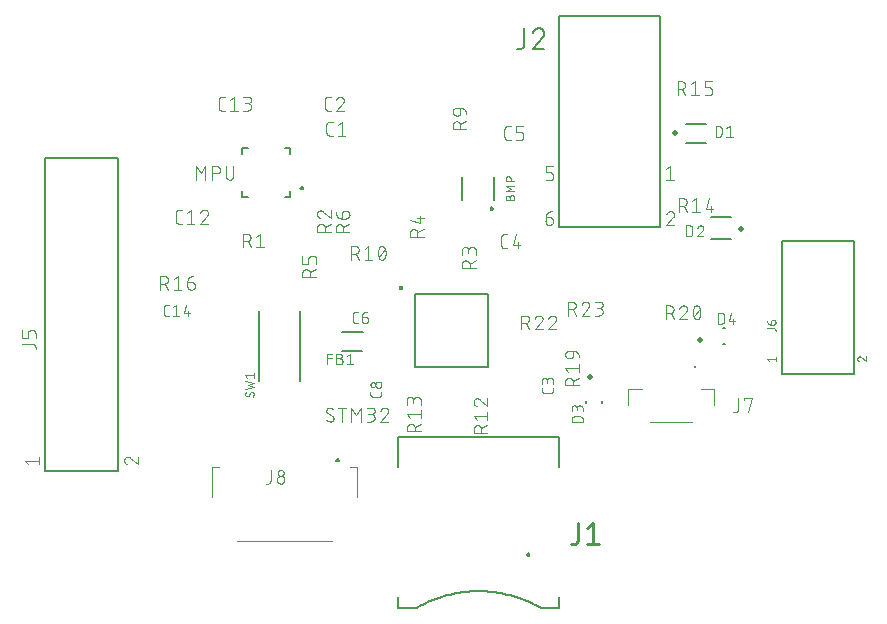
<source format=gbr>
G04 EAGLE Gerber RS-274X export*
G75*
%MOMM*%
%FSLAX34Y34*%
%LPD*%
%INSilkscreen Top*%
%IPPOS*%
%AMOC8*
5,1,8,0,0,1.08239X$1,22.5*%
G01*
%ADD10C,0.101600*%
%ADD11C,0.076200*%
%ADD12C,0.150000*%
%ADD13C,0.200000*%
%ADD14C,0.254000*%
%ADD15C,0.127000*%
%ADD16C,0.447213*%
%ADD17C,0.050800*%
%ADD18C,0.100000*%
%ADD19C,0.100000*%
%ADD20C,0.200000*%
%ADD21C,0.152400*%
%ADD22C,0.500000*%


D10*
X281434Y285429D02*
X281434Y297113D01*
X284679Y297113D01*
X284679Y297114D02*
X284792Y297112D01*
X284905Y297106D01*
X285018Y297096D01*
X285131Y297082D01*
X285243Y297065D01*
X285354Y297043D01*
X285464Y297018D01*
X285574Y296988D01*
X285682Y296955D01*
X285789Y296918D01*
X285895Y296878D01*
X285999Y296833D01*
X286102Y296785D01*
X286203Y296734D01*
X286302Y296679D01*
X286399Y296621D01*
X286494Y296559D01*
X286587Y296494D01*
X286677Y296426D01*
X286765Y296355D01*
X286851Y296280D01*
X286934Y296203D01*
X287014Y296123D01*
X287091Y296040D01*
X287166Y295954D01*
X287237Y295866D01*
X287305Y295776D01*
X287370Y295683D01*
X287432Y295588D01*
X287490Y295491D01*
X287545Y295392D01*
X287596Y295291D01*
X287644Y295188D01*
X287689Y295084D01*
X287729Y294978D01*
X287766Y294871D01*
X287799Y294763D01*
X287829Y294653D01*
X287854Y294543D01*
X287876Y294432D01*
X287893Y294320D01*
X287907Y294207D01*
X287917Y294094D01*
X287923Y293981D01*
X287925Y293868D01*
X287923Y293755D01*
X287917Y293642D01*
X287907Y293529D01*
X287893Y293416D01*
X287876Y293304D01*
X287854Y293193D01*
X287829Y293083D01*
X287799Y292973D01*
X287766Y292865D01*
X287729Y292758D01*
X287689Y292652D01*
X287644Y292548D01*
X287596Y292445D01*
X287545Y292344D01*
X287490Y292245D01*
X287432Y292148D01*
X287370Y292053D01*
X287305Y291960D01*
X287237Y291870D01*
X287166Y291782D01*
X287091Y291696D01*
X287014Y291613D01*
X286934Y291533D01*
X286851Y291456D01*
X286765Y291381D01*
X286677Y291310D01*
X286587Y291242D01*
X286494Y291177D01*
X286399Y291115D01*
X286302Y291057D01*
X286203Y291002D01*
X286102Y290951D01*
X285999Y290903D01*
X285895Y290858D01*
X285789Y290818D01*
X285682Y290781D01*
X285574Y290748D01*
X285464Y290718D01*
X285354Y290693D01*
X285243Y290671D01*
X285131Y290654D01*
X285018Y290640D01*
X284905Y290630D01*
X284792Y290624D01*
X284679Y290622D01*
X281434Y290622D01*
X285329Y290622D02*
X287925Y285429D01*
X292790Y294517D02*
X296036Y297113D01*
X296036Y285429D01*
X299281Y285429D02*
X292790Y285429D01*
X304220Y291920D02*
X308115Y291920D01*
X308214Y291918D01*
X308314Y291912D01*
X308413Y291903D01*
X308511Y291890D01*
X308609Y291873D01*
X308707Y291852D01*
X308803Y291827D01*
X308898Y291799D01*
X308992Y291767D01*
X309085Y291732D01*
X309177Y291693D01*
X309267Y291650D01*
X309355Y291605D01*
X309442Y291555D01*
X309526Y291503D01*
X309609Y291447D01*
X309689Y291389D01*
X309767Y291327D01*
X309842Y291262D01*
X309915Y291194D01*
X309985Y291124D01*
X310053Y291051D01*
X310118Y290976D01*
X310180Y290898D01*
X310238Y290818D01*
X310294Y290735D01*
X310346Y290651D01*
X310396Y290564D01*
X310441Y290476D01*
X310484Y290386D01*
X310523Y290294D01*
X310558Y290201D01*
X310590Y290107D01*
X310618Y290012D01*
X310643Y289916D01*
X310664Y289818D01*
X310681Y289720D01*
X310694Y289622D01*
X310703Y289523D01*
X310709Y289423D01*
X310711Y289324D01*
X310711Y288675D01*
X310712Y288675D02*
X310710Y288562D01*
X310704Y288449D01*
X310694Y288336D01*
X310680Y288223D01*
X310663Y288111D01*
X310641Y288000D01*
X310616Y287890D01*
X310586Y287780D01*
X310553Y287672D01*
X310516Y287565D01*
X310476Y287459D01*
X310431Y287355D01*
X310383Y287252D01*
X310332Y287151D01*
X310277Y287052D01*
X310219Y286955D01*
X310157Y286860D01*
X310092Y286767D01*
X310024Y286677D01*
X309953Y286589D01*
X309878Y286503D01*
X309801Y286420D01*
X309721Y286340D01*
X309638Y286263D01*
X309552Y286188D01*
X309464Y286117D01*
X309374Y286049D01*
X309281Y285984D01*
X309186Y285922D01*
X309089Y285864D01*
X308990Y285809D01*
X308889Y285758D01*
X308786Y285710D01*
X308682Y285665D01*
X308576Y285625D01*
X308469Y285588D01*
X308361Y285555D01*
X308251Y285525D01*
X308141Y285500D01*
X308030Y285478D01*
X307918Y285461D01*
X307805Y285447D01*
X307692Y285437D01*
X307579Y285431D01*
X307466Y285429D01*
X307353Y285431D01*
X307240Y285437D01*
X307127Y285447D01*
X307014Y285461D01*
X306902Y285478D01*
X306791Y285500D01*
X306681Y285525D01*
X306571Y285555D01*
X306463Y285588D01*
X306356Y285625D01*
X306250Y285665D01*
X306146Y285710D01*
X306043Y285758D01*
X305942Y285809D01*
X305843Y285864D01*
X305746Y285922D01*
X305651Y285984D01*
X305558Y286049D01*
X305468Y286117D01*
X305380Y286188D01*
X305294Y286263D01*
X305211Y286340D01*
X305131Y286420D01*
X305054Y286503D01*
X304979Y286589D01*
X304908Y286677D01*
X304840Y286767D01*
X304775Y286860D01*
X304713Y286955D01*
X304655Y287052D01*
X304600Y287151D01*
X304549Y287252D01*
X304501Y287355D01*
X304456Y287459D01*
X304416Y287565D01*
X304379Y287672D01*
X304346Y287780D01*
X304316Y287890D01*
X304291Y288000D01*
X304269Y288111D01*
X304252Y288223D01*
X304238Y288336D01*
X304228Y288449D01*
X304222Y288562D01*
X304220Y288675D01*
X304220Y291920D01*
X304222Y292063D01*
X304228Y292206D01*
X304238Y292349D01*
X304252Y292491D01*
X304269Y292633D01*
X304291Y292775D01*
X304316Y292916D01*
X304346Y293056D01*
X304379Y293195D01*
X304416Y293333D01*
X304457Y293470D01*
X304501Y293606D01*
X304550Y293741D01*
X304602Y293874D01*
X304657Y294006D01*
X304717Y294136D01*
X304780Y294265D01*
X304846Y294392D01*
X304916Y294516D01*
X304989Y294639D01*
X305066Y294760D01*
X305146Y294879D01*
X305229Y294995D01*
X305315Y295110D01*
X305404Y295221D01*
X305497Y295331D01*
X305592Y295437D01*
X305691Y295541D01*
X305792Y295642D01*
X305896Y295741D01*
X306002Y295836D01*
X306112Y295929D01*
X306223Y296018D01*
X306338Y296104D01*
X306454Y296187D01*
X306573Y296267D01*
X306694Y296344D01*
X306816Y296417D01*
X306941Y296487D01*
X307068Y296553D01*
X307197Y296616D01*
X307327Y296676D01*
X307459Y296731D01*
X307592Y296783D01*
X307727Y296832D01*
X307863Y296876D01*
X308000Y296917D01*
X308138Y296954D01*
X308277Y296987D01*
X308417Y297017D01*
X308558Y297042D01*
X308700Y297064D01*
X308842Y297081D01*
X308984Y297095D01*
X309127Y297105D01*
X309270Y297111D01*
X309413Y297113D01*
X424619Y415964D02*
X427216Y415964D01*
X424619Y415964D02*
X424520Y415966D01*
X424420Y415972D01*
X424321Y415981D01*
X424223Y415994D01*
X424125Y416011D01*
X424027Y416032D01*
X423931Y416057D01*
X423836Y416085D01*
X423742Y416117D01*
X423649Y416152D01*
X423557Y416191D01*
X423467Y416234D01*
X423379Y416279D01*
X423292Y416329D01*
X423208Y416381D01*
X423125Y416437D01*
X423045Y416495D01*
X422967Y416557D01*
X422892Y416622D01*
X422819Y416690D01*
X422749Y416760D01*
X422681Y416833D01*
X422616Y416908D01*
X422554Y416986D01*
X422496Y417066D01*
X422440Y417149D01*
X422388Y417233D01*
X422338Y417320D01*
X422293Y417408D01*
X422250Y417498D01*
X422211Y417590D01*
X422176Y417683D01*
X422144Y417777D01*
X422116Y417872D01*
X422091Y417968D01*
X422070Y418066D01*
X422053Y418164D01*
X422040Y418262D01*
X422031Y418361D01*
X422025Y418461D01*
X422023Y418560D01*
X422023Y425051D01*
X422025Y425150D01*
X422031Y425250D01*
X422040Y425349D01*
X422053Y425447D01*
X422070Y425545D01*
X422091Y425643D01*
X422116Y425739D01*
X422144Y425834D01*
X422176Y425928D01*
X422211Y426021D01*
X422250Y426113D01*
X422293Y426203D01*
X422338Y426291D01*
X422388Y426378D01*
X422440Y426462D01*
X422496Y426545D01*
X422554Y426625D01*
X422616Y426703D01*
X422681Y426778D01*
X422749Y426851D01*
X422819Y426921D01*
X422892Y426989D01*
X422967Y427054D01*
X423045Y427116D01*
X423125Y427174D01*
X423208Y427230D01*
X423292Y427282D01*
X423379Y427332D01*
X423467Y427377D01*
X423557Y427420D01*
X423649Y427459D01*
X423741Y427494D01*
X423836Y427526D01*
X423931Y427554D01*
X424027Y427579D01*
X424125Y427600D01*
X424223Y427617D01*
X424321Y427630D01*
X424420Y427639D01*
X424520Y427645D01*
X424619Y427647D01*
X424619Y427648D02*
X427216Y427648D01*
X431581Y425051D02*
X434827Y427648D01*
X434827Y415964D01*
X438072Y415964D02*
X431581Y415964D01*
X299437Y341450D02*
X296841Y341450D01*
X296742Y341452D01*
X296642Y341458D01*
X296543Y341467D01*
X296445Y341480D01*
X296347Y341497D01*
X296249Y341518D01*
X296153Y341543D01*
X296058Y341571D01*
X295964Y341603D01*
X295871Y341638D01*
X295779Y341677D01*
X295689Y341720D01*
X295601Y341765D01*
X295514Y341815D01*
X295430Y341867D01*
X295347Y341923D01*
X295267Y341981D01*
X295189Y342043D01*
X295114Y342108D01*
X295041Y342176D01*
X294971Y342246D01*
X294903Y342319D01*
X294838Y342394D01*
X294776Y342472D01*
X294718Y342552D01*
X294662Y342635D01*
X294610Y342719D01*
X294560Y342806D01*
X294515Y342894D01*
X294472Y342984D01*
X294433Y343076D01*
X294398Y343169D01*
X294366Y343263D01*
X294338Y343358D01*
X294313Y343454D01*
X294292Y343552D01*
X294275Y343650D01*
X294262Y343748D01*
X294253Y343847D01*
X294247Y343947D01*
X294245Y344046D01*
X294245Y350537D01*
X294247Y350636D01*
X294253Y350736D01*
X294262Y350835D01*
X294275Y350933D01*
X294292Y351031D01*
X294313Y351129D01*
X294338Y351225D01*
X294366Y351320D01*
X294398Y351414D01*
X294433Y351507D01*
X294472Y351599D01*
X294515Y351689D01*
X294560Y351777D01*
X294610Y351864D01*
X294662Y351948D01*
X294718Y352031D01*
X294776Y352111D01*
X294838Y352189D01*
X294903Y352264D01*
X294971Y352337D01*
X295041Y352407D01*
X295114Y352475D01*
X295189Y352540D01*
X295267Y352602D01*
X295347Y352660D01*
X295430Y352716D01*
X295514Y352768D01*
X295601Y352818D01*
X295689Y352863D01*
X295779Y352906D01*
X295871Y352945D01*
X295963Y352980D01*
X296058Y353012D01*
X296153Y353040D01*
X296249Y353065D01*
X296347Y353086D01*
X296445Y353103D01*
X296543Y353116D01*
X296642Y353125D01*
X296742Y353131D01*
X296841Y353133D01*
X296841Y353134D02*
X299437Y353134D01*
X303803Y350537D02*
X307048Y353134D01*
X307048Y341450D01*
X303803Y341450D02*
X310294Y341450D01*
X321724Y350213D02*
X321722Y350320D01*
X321716Y350426D01*
X321706Y350532D01*
X321693Y350638D01*
X321675Y350744D01*
X321654Y350848D01*
X321629Y350952D01*
X321600Y351055D01*
X321568Y351156D01*
X321531Y351256D01*
X321491Y351355D01*
X321448Y351453D01*
X321401Y351549D01*
X321350Y351643D01*
X321296Y351735D01*
X321239Y351825D01*
X321179Y351913D01*
X321115Y351998D01*
X321048Y352081D01*
X320978Y352162D01*
X320906Y352240D01*
X320830Y352316D01*
X320752Y352388D01*
X320671Y352458D01*
X320588Y352525D01*
X320503Y352589D01*
X320415Y352649D01*
X320325Y352706D01*
X320233Y352760D01*
X320139Y352811D01*
X320043Y352858D01*
X319945Y352901D01*
X319846Y352941D01*
X319746Y352978D01*
X319645Y353010D01*
X319542Y353039D01*
X319438Y353064D01*
X319334Y353085D01*
X319228Y353103D01*
X319122Y353116D01*
X319016Y353126D01*
X318910Y353132D01*
X318803Y353134D01*
X318682Y353132D01*
X318561Y353126D01*
X318441Y353116D01*
X318320Y353103D01*
X318201Y353085D01*
X318081Y353064D01*
X317963Y353039D01*
X317846Y353010D01*
X317729Y352977D01*
X317614Y352941D01*
X317500Y352900D01*
X317387Y352857D01*
X317275Y352809D01*
X317166Y352758D01*
X317058Y352703D01*
X316951Y352645D01*
X316847Y352584D01*
X316745Y352519D01*
X316645Y352451D01*
X316547Y352380D01*
X316451Y352306D01*
X316358Y352229D01*
X316268Y352148D01*
X316180Y352065D01*
X316095Y351979D01*
X316012Y351890D01*
X315933Y351799D01*
X315856Y351705D01*
X315783Y351609D01*
X315713Y351511D01*
X315646Y351410D01*
X315582Y351307D01*
X315522Y351202D01*
X315465Y351095D01*
X315411Y350987D01*
X315361Y350877D01*
X315315Y350765D01*
X315272Y350652D01*
X315233Y350537D01*
X320750Y347941D02*
X320829Y348018D01*
X320905Y348099D01*
X320978Y348182D01*
X321048Y348267D01*
X321115Y348355D01*
X321179Y348445D01*
X321239Y348537D01*
X321296Y348632D01*
X321350Y348728D01*
X321401Y348826D01*
X321448Y348926D01*
X321492Y349028D01*
X321532Y349131D01*
X321568Y349235D01*
X321600Y349341D01*
X321629Y349447D01*
X321654Y349555D01*
X321676Y349663D01*
X321693Y349773D01*
X321707Y349882D01*
X321716Y349992D01*
X321722Y350103D01*
X321724Y350213D01*
X320750Y347941D02*
X315233Y341450D01*
X321724Y341450D01*
X333420Y437174D02*
X336017Y437174D01*
X333420Y437175D02*
X333321Y437177D01*
X333221Y437183D01*
X333122Y437192D01*
X333024Y437205D01*
X332926Y437222D01*
X332828Y437243D01*
X332732Y437268D01*
X332637Y437296D01*
X332543Y437328D01*
X332450Y437363D01*
X332358Y437402D01*
X332268Y437445D01*
X332180Y437490D01*
X332093Y437540D01*
X332009Y437592D01*
X331926Y437648D01*
X331846Y437706D01*
X331768Y437768D01*
X331693Y437833D01*
X331620Y437901D01*
X331550Y437971D01*
X331482Y438044D01*
X331417Y438119D01*
X331355Y438197D01*
X331297Y438277D01*
X331241Y438360D01*
X331189Y438444D01*
X331139Y438531D01*
X331094Y438619D01*
X331051Y438709D01*
X331012Y438801D01*
X330977Y438894D01*
X330945Y438988D01*
X330917Y439083D01*
X330892Y439179D01*
X330871Y439277D01*
X330854Y439375D01*
X330841Y439473D01*
X330832Y439572D01*
X330826Y439672D01*
X330824Y439771D01*
X330824Y446262D01*
X330826Y446361D01*
X330832Y446461D01*
X330841Y446560D01*
X330854Y446658D01*
X330871Y446756D01*
X330892Y446854D01*
X330917Y446950D01*
X330945Y447045D01*
X330977Y447139D01*
X331012Y447232D01*
X331051Y447324D01*
X331094Y447414D01*
X331139Y447502D01*
X331189Y447589D01*
X331241Y447673D01*
X331297Y447756D01*
X331355Y447836D01*
X331417Y447914D01*
X331482Y447989D01*
X331550Y448062D01*
X331620Y448132D01*
X331693Y448200D01*
X331768Y448265D01*
X331846Y448327D01*
X331926Y448385D01*
X332009Y448441D01*
X332093Y448493D01*
X332180Y448543D01*
X332268Y448588D01*
X332358Y448631D01*
X332450Y448670D01*
X332542Y448705D01*
X332637Y448737D01*
X332732Y448765D01*
X332828Y448790D01*
X332926Y448811D01*
X333024Y448828D01*
X333122Y448841D01*
X333221Y448850D01*
X333321Y448856D01*
X333420Y448858D01*
X336017Y448858D01*
X340382Y446262D02*
X343628Y448858D01*
X343628Y437174D01*
X346873Y437174D02*
X340382Y437174D01*
X351812Y437174D02*
X355058Y437174D01*
X355171Y437176D01*
X355284Y437182D01*
X355397Y437192D01*
X355510Y437206D01*
X355622Y437223D01*
X355733Y437245D01*
X355843Y437270D01*
X355953Y437300D01*
X356061Y437333D01*
X356168Y437370D01*
X356274Y437410D01*
X356378Y437455D01*
X356481Y437503D01*
X356582Y437554D01*
X356681Y437609D01*
X356778Y437667D01*
X356873Y437729D01*
X356966Y437794D01*
X357056Y437862D01*
X357144Y437933D01*
X357230Y438008D01*
X357313Y438085D01*
X357393Y438165D01*
X357470Y438248D01*
X357545Y438334D01*
X357616Y438422D01*
X357684Y438512D01*
X357749Y438605D01*
X357811Y438700D01*
X357869Y438797D01*
X357924Y438896D01*
X357975Y438997D01*
X358023Y439100D01*
X358068Y439204D01*
X358108Y439310D01*
X358145Y439417D01*
X358178Y439525D01*
X358208Y439635D01*
X358233Y439745D01*
X358255Y439856D01*
X358272Y439968D01*
X358286Y440081D01*
X358296Y440194D01*
X358302Y440307D01*
X358304Y440420D01*
X358302Y440533D01*
X358296Y440646D01*
X358286Y440759D01*
X358272Y440872D01*
X358255Y440984D01*
X358233Y441095D01*
X358208Y441205D01*
X358178Y441315D01*
X358145Y441423D01*
X358108Y441530D01*
X358068Y441636D01*
X358023Y441740D01*
X357975Y441843D01*
X357924Y441944D01*
X357869Y442043D01*
X357811Y442140D01*
X357749Y442235D01*
X357684Y442328D01*
X357616Y442418D01*
X357545Y442506D01*
X357470Y442592D01*
X357393Y442675D01*
X357313Y442755D01*
X357230Y442832D01*
X357144Y442907D01*
X357056Y442978D01*
X356966Y443046D01*
X356873Y443111D01*
X356778Y443173D01*
X356681Y443231D01*
X356582Y443286D01*
X356481Y443337D01*
X356378Y443385D01*
X356274Y443430D01*
X356168Y443470D01*
X356061Y443507D01*
X355953Y443540D01*
X355843Y443570D01*
X355733Y443595D01*
X355622Y443617D01*
X355510Y443634D01*
X355397Y443648D01*
X355284Y443658D01*
X355171Y443664D01*
X355058Y443666D01*
X355707Y448858D02*
X351812Y448858D01*
X355707Y448858D02*
X355808Y448856D01*
X355908Y448850D01*
X356008Y448840D01*
X356108Y448827D01*
X356207Y448809D01*
X356306Y448788D01*
X356403Y448763D01*
X356500Y448734D01*
X356595Y448701D01*
X356689Y448665D01*
X356781Y448625D01*
X356872Y448582D01*
X356961Y448535D01*
X357048Y448485D01*
X357134Y448431D01*
X357217Y448374D01*
X357297Y448314D01*
X357376Y448251D01*
X357452Y448184D01*
X357525Y448115D01*
X357595Y448043D01*
X357663Y447969D01*
X357728Y447892D01*
X357789Y447812D01*
X357848Y447730D01*
X357903Y447646D01*
X357955Y447560D01*
X358004Y447472D01*
X358049Y447382D01*
X358091Y447290D01*
X358129Y447197D01*
X358163Y447102D01*
X358194Y447007D01*
X358221Y446910D01*
X358244Y446812D01*
X358264Y446713D01*
X358279Y446613D01*
X358291Y446513D01*
X358299Y446413D01*
X358303Y446312D01*
X358303Y446212D01*
X358299Y446111D01*
X358291Y446011D01*
X358279Y445911D01*
X358264Y445811D01*
X358244Y445712D01*
X358221Y445614D01*
X358194Y445517D01*
X358163Y445422D01*
X358129Y445327D01*
X358091Y445234D01*
X358049Y445142D01*
X358004Y445052D01*
X357955Y444964D01*
X357903Y444878D01*
X357848Y444794D01*
X357789Y444712D01*
X357728Y444632D01*
X357663Y444555D01*
X357595Y444481D01*
X357525Y444409D01*
X357452Y444340D01*
X357376Y444273D01*
X357297Y444210D01*
X357217Y444150D01*
X357134Y444093D01*
X357048Y444039D01*
X356961Y443989D01*
X356872Y443942D01*
X356781Y443899D01*
X356689Y443859D01*
X356595Y443823D01*
X356500Y443790D01*
X356403Y443761D01*
X356306Y443736D01*
X356207Y443715D01*
X356108Y443697D01*
X356008Y443684D01*
X355908Y443674D01*
X355808Y443668D01*
X355707Y443666D01*
X355707Y443665D02*
X353110Y443665D01*
X423369Y437003D02*
X425966Y437003D01*
X423369Y437003D02*
X423270Y437005D01*
X423170Y437011D01*
X423071Y437020D01*
X422973Y437033D01*
X422875Y437050D01*
X422777Y437071D01*
X422681Y437096D01*
X422586Y437124D01*
X422492Y437156D01*
X422399Y437191D01*
X422307Y437230D01*
X422217Y437273D01*
X422129Y437318D01*
X422042Y437368D01*
X421958Y437420D01*
X421875Y437476D01*
X421795Y437534D01*
X421717Y437596D01*
X421642Y437661D01*
X421569Y437729D01*
X421499Y437799D01*
X421431Y437872D01*
X421366Y437947D01*
X421304Y438025D01*
X421246Y438105D01*
X421190Y438188D01*
X421138Y438272D01*
X421088Y438359D01*
X421043Y438447D01*
X421000Y438537D01*
X420961Y438629D01*
X420926Y438722D01*
X420894Y438816D01*
X420866Y438911D01*
X420841Y439007D01*
X420820Y439105D01*
X420803Y439203D01*
X420790Y439301D01*
X420781Y439400D01*
X420775Y439500D01*
X420773Y439599D01*
X420773Y446090D01*
X420774Y446090D02*
X420776Y446189D01*
X420782Y446289D01*
X420791Y446388D01*
X420804Y446486D01*
X420821Y446584D01*
X420842Y446682D01*
X420867Y446778D01*
X420895Y446873D01*
X420927Y446967D01*
X420962Y447060D01*
X421001Y447152D01*
X421044Y447242D01*
X421089Y447330D01*
X421139Y447417D01*
X421191Y447501D01*
X421247Y447584D01*
X421305Y447664D01*
X421367Y447742D01*
X421432Y447817D01*
X421500Y447890D01*
X421570Y447960D01*
X421643Y448028D01*
X421718Y448093D01*
X421796Y448155D01*
X421876Y448213D01*
X421959Y448269D01*
X422043Y448321D01*
X422130Y448371D01*
X422218Y448416D01*
X422308Y448459D01*
X422400Y448498D01*
X422492Y448533D01*
X422587Y448565D01*
X422682Y448593D01*
X422778Y448618D01*
X422876Y448639D01*
X422974Y448656D01*
X423072Y448669D01*
X423171Y448678D01*
X423271Y448684D01*
X423370Y448686D01*
X423369Y448687D02*
X425966Y448687D01*
X433901Y448687D02*
X434008Y448685D01*
X434114Y448679D01*
X434220Y448669D01*
X434326Y448656D01*
X434432Y448638D01*
X434536Y448617D01*
X434640Y448592D01*
X434743Y448563D01*
X434844Y448531D01*
X434944Y448494D01*
X435043Y448454D01*
X435141Y448411D01*
X435237Y448364D01*
X435331Y448313D01*
X435423Y448259D01*
X435513Y448202D01*
X435601Y448142D01*
X435686Y448078D01*
X435769Y448011D01*
X435850Y447941D01*
X435928Y447869D01*
X436004Y447793D01*
X436076Y447715D01*
X436146Y447634D01*
X436213Y447551D01*
X436277Y447466D01*
X436337Y447378D01*
X436394Y447288D01*
X436448Y447196D01*
X436499Y447102D01*
X436546Y447006D01*
X436589Y446908D01*
X436629Y446809D01*
X436666Y446709D01*
X436698Y446608D01*
X436727Y446505D01*
X436752Y446401D01*
X436773Y446297D01*
X436791Y446191D01*
X436804Y446085D01*
X436814Y445979D01*
X436820Y445873D01*
X436822Y445766D01*
X433901Y448687D02*
X433780Y448685D01*
X433659Y448679D01*
X433539Y448669D01*
X433418Y448656D01*
X433299Y448638D01*
X433179Y448617D01*
X433061Y448592D01*
X432944Y448563D01*
X432827Y448530D01*
X432712Y448494D01*
X432598Y448453D01*
X432485Y448410D01*
X432373Y448362D01*
X432264Y448311D01*
X432156Y448256D01*
X432049Y448198D01*
X431945Y448137D01*
X431843Y448072D01*
X431743Y448004D01*
X431645Y447933D01*
X431549Y447859D01*
X431456Y447782D01*
X431366Y447701D01*
X431278Y447618D01*
X431193Y447532D01*
X431110Y447443D01*
X431031Y447352D01*
X430954Y447258D01*
X430881Y447162D01*
X430811Y447064D01*
X430744Y446963D01*
X430680Y446860D01*
X430620Y446755D01*
X430563Y446648D01*
X430509Y446540D01*
X430459Y446430D01*
X430413Y446318D01*
X430370Y446205D01*
X430331Y446090D01*
X435849Y443494D02*
X435928Y443571D01*
X436004Y443652D01*
X436077Y443735D01*
X436147Y443820D01*
X436214Y443908D01*
X436278Y443998D01*
X436338Y444090D01*
X436395Y444185D01*
X436449Y444281D01*
X436500Y444379D01*
X436547Y444479D01*
X436591Y444581D01*
X436631Y444684D01*
X436667Y444788D01*
X436699Y444894D01*
X436728Y445000D01*
X436753Y445108D01*
X436775Y445216D01*
X436792Y445326D01*
X436806Y445435D01*
X436815Y445545D01*
X436821Y445656D01*
X436823Y445766D01*
X435849Y443494D02*
X430331Y437003D01*
X436822Y437003D01*
D11*
X613871Y202025D02*
X613871Y199937D01*
X613869Y199848D01*
X613863Y199760D01*
X613854Y199672D01*
X613841Y199584D01*
X613824Y199497D01*
X613804Y199411D01*
X613779Y199326D01*
X613752Y199241D01*
X613720Y199158D01*
X613686Y199077D01*
X613647Y198997D01*
X613606Y198919D01*
X613561Y198842D01*
X613513Y198768D01*
X613462Y198695D01*
X613408Y198625D01*
X613350Y198558D01*
X613290Y198492D01*
X613228Y198430D01*
X613162Y198370D01*
X613095Y198312D01*
X613025Y198258D01*
X612952Y198207D01*
X612878Y198159D01*
X612801Y198114D01*
X612723Y198073D01*
X612643Y198034D01*
X612562Y198000D01*
X612479Y197968D01*
X612394Y197941D01*
X612309Y197916D01*
X612223Y197896D01*
X612136Y197879D01*
X612048Y197866D01*
X611960Y197857D01*
X611872Y197851D01*
X611783Y197849D01*
X611783Y197848D02*
X606562Y197848D01*
X606471Y197850D01*
X606380Y197856D01*
X606289Y197866D01*
X606199Y197880D01*
X606110Y197898D01*
X606021Y197919D01*
X605934Y197945D01*
X605848Y197974D01*
X605763Y198007D01*
X605679Y198044D01*
X605597Y198084D01*
X605518Y198128D01*
X605440Y198175D01*
X605364Y198226D01*
X605290Y198280D01*
X605219Y198337D01*
X605151Y198397D01*
X605085Y198460D01*
X605022Y198526D01*
X604962Y198594D01*
X604905Y198665D01*
X604851Y198739D01*
X604800Y198815D01*
X604753Y198892D01*
X604709Y198972D01*
X604669Y199054D01*
X604632Y199138D01*
X604599Y199222D01*
X604570Y199309D01*
X604544Y199396D01*
X604523Y199485D01*
X604505Y199574D01*
X604491Y199664D01*
X604481Y199755D01*
X604475Y199846D01*
X604473Y199937D01*
X604473Y202025D01*
X613871Y205494D02*
X613871Y208104D01*
X613872Y208104D02*
X613870Y208205D01*
X613864Y208306D01*
X613854Y208407D01*
X613841Y208507D01*
X613823Y208607D01*
X613802Y208706D01*
X613776Y208804D01*
X613747Y208901D01*
X613715Y208997D01*
X613678Y209091D01*
X613638Y209184D01*
X613594Y209276D01*
X613547Y209365D01*
X613496Y209453D01*
X613442Y209539D01*
X613385Y209622D01*
X613325Y209704D01*
X613261Y209782D01*
X613195Y209859D01*
X613125Y209932D01*
X613053Y210003D01*
X612978Y210071D01*
X612900Y210136D01*
X612820Y210198D01*
X612738Y210257D01*
X612653Y210313D01*
X612567Y210365D01*
X612478Y210414D01*
X612387Y210460D01*
X612295Y210501D01*
X612201Y210540D01*
X612106Y210574D01*
X612010Y210605D01*
X611912Y210632D01*
X611814Y210656D01*
X611714Y210675D01*
X611614Y210691D01*
X611514Y210703D01*
X611413Y210711D01*
X611312Y210715D01*
X611210Y210715D01*
X611109Y210711D01*
X611008Y210703D01*
X610908Y210691D01*
X610808Y210675D01*
X610708Y210656D01*
X610610Y210632D01*
X610512Y210605D01*
X610416Y210574D01*
X610321Y210540D01*
X610227Y210501D01*
X610135Y210460D01*
X610044Y210414D01*
X609956Y210365D01*
X609869Y210313D01*
X609784Y210257D01*
X609702Y210198D01*
X609622Y210136D01*
X609544Y210071D01*
X609469Y210003D01*
X609397Y209932D01*
X609327Y209859D01*
X609261Y209782D01*
X609197Y209704D01*
X609137Y209622D01*
X609080Y209539D01*
X609026Y209453D01*
X608975Y209365D01*
X608928Y209276D01*
X608884Y209184D01*
X608844Y209091D01*
X608807Y208997D01*
X608775Y208901D01*
X608746Y208804D01*
X608720Y208706D01*
X608699Y208607D01*
X608681Y208507D01*
X608668Y208407D01*
X608658Y208306D01*
X608652Y208205D01*
X608650Y208104D01*
X604473Y208627D02*
X604473Y205494D01*
X604474Y208627D02*
X604476Y208717D01*
X604482Y208806D01*
X604491Y208896D01*
X604505Y208985D01*
X604522Y209073D01*
X604543Y209160D01*
X604568Y209247D01*
X604597Y209332D01*
X604629Y209416D01*
X604664Y209498D01*
X604704Y209579D01*
X604746Y209658D01*
X604792Y209735D01*
X604842Y209810D01*
X604894Y209883D01*
X604950Y209954D01*
X605008Y210022D01*
X605070Y210087D01*
X605134Y210150D01*
X605201Y210210D01*
X605270Y210267D01*
X605342Y210321D01*
X605416Y210372D01*
X605492Y210420D01*
X605570Y210464D01*
X605650Y210505D01*
X605732Y210543D01*
X605815Y210577D01*
X605900Y210607D01*
X605986Y210634D01*
X606072Y210657D01*
X606160Y210676D01*
X606249Y210691D01*
X606338Y210703D01*
X606427Y210711D01*
X606517Y210715D01*
X606607Y210715D01*
X606697Y210711D01*
X606786Y210703D01*
X606875Y210691D01*
X606964Y210676D01*
X607052Y210657D01*
X607138Y210634D01*
X607224Y210607D01*
X607309Y210577D01*
X607392Y210543D01*
X607474Y210505D01*
X607554Y210464D01*
X607632Y210420D01*
X607708Y210372D01*
X607782Y210321D01*
X607854Y210267D01*
X607923Y210210D01*
X607990Y210150D01*
X608054Y210087D01*
X608116Y210022D01*
X608174Y209954D01*
X608230Y209883D01*
X608282Y209810D01*
X608332Y209735D01*
X608378Y209658D01*
X608420Y209579D01*
X608460Y209498D01*
X608495Y209416D01*
X608527Y209332D01*
X608556Y209247D01*
X608581Y209160D01*
X608602Y209073D01*
X608619Y208985D01*
X608633Y208896D01*
X608642Y208806D01*
X608648Y208717D01*
X608650Y208627D01*
X608650Y206538D01*
X288710Y263421D02*
X286621Y263421D01*
X286532Y263423D01*
X286444Y263429D01*
X286356Y263438D01*
X286268Y263451D01*
X286181Y263468D01*
X286095Y263488D01*
X286010Y263513D01*
X285925Y263540D01*
X285842Y263572D01*
X285761Y263606D01*
X285681Y263645D01*
X285603Y263686D01*
X285526Y263731D01*
X285452Y263779D01*
X285379Y263830D01*
X285309Y263884D01*
X285242Y263942D01*
X285176Y264002D01*
X285114Y264064D01*
X285054Y264130D01*
X284996Y264197D01*
X284942Y264267D01*
X284891Y264340D01*
X284843Y264414D01*
X284798Y264491D01*
X284757Y264569D01*
X284718Y264649D01*
X284684Y264730D01*
X284652Y264813D01*
X284625Y264898D01*
X284600Y264983D01*
X284580Y265069D01*
X284563Y265156D01*
X284550Y265244D01*
X284541Y265332D01*
X284535Y265420D01*
X284533Y265509D01*
X284533Y270730D01*
X284535Y270821D01*
X284541Y270912D01*
X284551Y271003D01*
X284565Y271093D01*
X284582Y271182D01*
X284604Y271270D01*
X284630Y271358D01*
X284659Y271444D01*
X284692Y271529D01*
X284729Y271612D01*
X284769Y271694D01*
X284813Y271774D01*
X284860Y271852D01*
X284911Y271928D01*
X284964Y272001D01*
X285021Y272072D01*
X285082Y272141D01*
X285145Y272206D01*
X285210Y272269D01*
X285279Y272329D01*
X285350Y272387D01*
X285423Y272440D01*
X285499Y272491D01*
X285577Y272538D01*
X285657Y272582D01*
X285739Y272622D01*
X285822Y272659D01*
X285907Y272692D01*
X285993Y272721D01*
X286081Y272747D01*
X286169Y272769D01*
X286258Y272786D01*
X286348Y272800D01*
X286439Y272810D01*
X286530Y272816D01*
X286621Y272818D01*
X286621Y272819D02*
X288710Y272819D01*
X292178Y270730D02*
X294789Y272819D01*
X294789Y263421D01*
X297399Y263421D02*
X292178Y263421D01*
X301322Y265509D02*
X303411Y272819D01*
X301322Y265509D02*
X306543Y265509D01*
X304977Y267598D02*
X304977Y263421D01*
D10*
X572637Y320675D02*
X575233Y320675D01*
X572637Y320675D02*
X572538Y320677D01*
X572438Y320683D01*
X572339Y320692D01*
X572241Y320705D01*
X572143Y320722D01*
X572045Y320743D01*
X571949Y320768D01*
X571854Y320796D01*
X571760Y320828D01*
X571667Y320863D01*
X571575Y320902D01*
X571485Y320945D01*
X571397Y320990D01*
X571310Y321040D01*
X571226Y321092D01*
X571143Y321148D01*
X571063Y321206D01*
X570985Y321268D01*
X570910Y321333D01*
X570837Y321401D01*
X570767Y321471D01*
X570699Y321544D01*
X570634Y321619D01*
X570572Y321697D01*
X570514Y321777D01*
X570458Y321860D01*
X570406Y321944D01*
X570356Y322031D01*
X570311Y322119D01*
X570268Y322209D01*
X570229Y322301D01*
X570194Y322394D01*
X570162Y322488D01*
X570134Y322583D01*
X570109Y322679D01*
X570088Y322777D01*
X570071Y322875D01*
X570058Y322973D01*
X570049Y323072D01*
X570043Y323172D01*
X570041Y323271D01*
X570040Y323271D02*
X570040Y329762D01*
X570041Y329762D02*
X570043Y329861D01*
X570049Y329961D01*
X570058Y330060D01*
X570071Y330158D01*
X570088Y330256D01*
X570109Y330354D01*
X570134Y330450D01*
X570162Y330545D01*
X570194Y330639D01*
X570229Y330732D01*
X570268Y330824D01*
X570311Y330914D01*
X570356Y331002D01*
X570406Y331089D01*
X570458Y331173D01*
X570514Y331256D01*
X570572Y331336D01*
X570634Y331414D01*
X570699Y331489D01*
X570767Y331562D01*
X570837Y331632D01*
X570910Y331700D01*
X570985Y331765D01*
X571063Y331827D01*
X571143Y331885D01*
X571226Y331941D01*
X571310Y331993D01*
X571397Y332043D01*
X571485Y332088D01*
X571575Y332131D01*
X571667Y332170D01*
X571759Y332205D01*
X571854Y332237D01*
X571949Y332265D01*
X572045Y332290D01*
X572143Y332311D01*
X572241Y332328D01*
X572339Y332341D01*
X572438Y332350D01*
X572538Y332356D01*
X572637Y332358D01*
X572637Y332359D02*
X575233Y332359D01*
X582195Y332359D02*
X579598Y323271D01*
X586090Y323271D01*
X584142Y320675D02*
X584142Y325868D01*
X577984Y412452D02*
X575388Y412452D01*
X575289Y412454D01*
X575189Y412460D01*
X575090Y412469D01*
X574992Y412482D01*
X574894Y412499D01*
X574796Y412520D01*
X574700Y412545D01*
X574605Y412573D01*
X574511Y412605D01*
X574418Y412640D01*
X574326Y412679D01*
X574236Y412722D01*
X574148Y412767D01*
X574061Y412817D01*
X573977Y412869D01*
X573894Y412925D01*
X573814Y412983D01*
X573736Y413045D01*
X573661Y413110D01*
X573588Y413178D01*
X573518Y413248D01*
X573450Y413321D01*
X573385Y413396D01*
X573323Y413474D01*
X573265Y413554D01*
X573209Y413637D01*
X573157Y413721D01*
X573107Y413808D01*
X573062Y413896D01*
X573019Y413986D01*
X572980Y414078D01*
X572945Y414171D01*
X572913Y414265D01*
X572885Y414360D01*
X572860Y414456D01*
X572839Y414554D01*
X572822Y414652D01*
X572809Y414750D01*
X572800Y414849D01*
X572794Y414949D01*
X572792Y415048D01*
X572791Y415048D02*
X572791Y421539D01*
X572792Y421539D02*
X572794Y421638D01*
X572800Y421738D01*
X572809Y421837D01*
X572822Y421935D01*
X572839Y422033D01*
X572860Y422131D01*
X572885Y422227D01*
X572913Y422322D01*
X572945Y422416D01*
X572980Y422509D01*
X573019Y422601D01*
X573062Y422691D01*
X573107Y422779D01*
X573157Y422866D01*
X573209Y422950D01*
X573265Y423033D01*
X573323Y423113D01*
X573385Y423191D01*
X573450Y423266D01*
X573518Y423339D01*
X573588Y423409D01*
X573661Y423477D01*
X573736Y423542D01*
X573814Y423604D01*
X573894Y423662D01*
X573977Y423718D01*
X574061Y423770D01*
X574148Y423820D01*
X574236Y423865D01*
X574326Y423908D01*
X574418Y423947D01*
X574510Y423982D01*
X574605Y424014D01*
X574700Y424042D01*
X574796Y424067D01*
X574894Y424088D01*
X574992Y424105D01*
X575090Y424118D01*
X575189Y424127D01*
X575289Y424133D01*
X575388Y424135D01*
X575388Y424136D02*
X577984Y424136D01*
X582349Y412452D02*
X586244Y412452D01*
X586343Y412454D01*
X586443Y412460D01*
X586542Y412469D01*
X586640Y412482D01*
X586738Y412499D01*
X586836Y412520D01*
X586932Y412545D01*
X587027Y412573D01*
X587121Y412605D01*
X587214Y412640D01*
X587306Y412679D01*
X587396Y412722D01*
X587484Y412767D01*
X587571Y412817D01*
X587655Y412869D01*
X587738Y412925D01*
X587818Y412983D01*
X587896Y413045D01*
X587971Y413110D01*
X588044Y413178D01*
X588114Y413248D01*
X588182Y413321D01*
X588247Y413396D01*
X588309Y413474D01*
X588367Y413554D01*
X588423Y413637D01*
X588475Y413721D01*
X588525Y413808D01*
X588570Y413896D01*
X588613Y413986D01*
X588652Y414078D01*
X588687Y414171D01*
X588719Y414265D01*
X588747Y414360D01*
X588772Y414456D01*
X588793Y414554D01*
X588810Y414652D01*
X588823Y414750D01*
X588832Y414849D01*
X588838Y414949D01*
X588840Y415048D01*
X588841Y415048D02*
X588841Y416346D01*
X588840Y416346D02*
X588838Y416445D01*
X588832Y416545D01*
X588823Y416644D01*
X588810Y416742D01*
X588793Y416840D01*
X588772Y416938D01*
X588747Y417034D01*
X588719Y417129D01*
X588687Y417223D01*
X588652Y417316D01*
X588613Y417408D01*
X588570Y417498D01*
X588525Y417586D01*
X588475Y417673D01*
X588423Y417757D01*
X588367Y417840D01*
X588309Y417920D01*
X588247Y417998D01*
X588182Y418073D01*
X588114Y418146D01*
X588044Y418216D01*
X587971Y418284D01*
X587896Y418349D01*
X587818Y418411D01*
X587738Y418469D01*
X587655Y418525D01*
X587571Y418577D01*
X587484Y418627D01*
X587396Y418672D01*
X587306Y418715D01*
X587214Y418754D01*
X587121Y418789D01*
X587027Y418821D01*
X586932Y418849D01*
X586836Y418874D01*
X586738Y418895D01*
X586640Y418912D01*
X586542Y418925D01*
X586443Y418934D01*
X586343Y418940D01*
X586244Y418942D01*
X586244Y418943D02*
X582349Y418943D01*
X582349Y424136D01*
X588841Y424136D01*
D11*
X448548Y257297D02*
X446460Y257297D01*
X446460Y257298D02*
X446371Y257300D01*
X446283Y257306D01*
X446195Y257315D01*
X446107Y257328D01*
X446020Y257345D01*
X445934Y257365D01*
X445849Y257390D01*
X445764Y257417D01*
X445681Y257449D01*
X445600Y257483D01*
X445520Y257522D01*
X445442Y257563D01*
X445365Y257608D01*
X445291Y257656D01*
X445218Y257707D01*
X445148Y257761D01*
X445081Y257819D01*
X445015Y257879D01*
X444953Y257941D01*
X444893Y258007D01*
X444835Y258074D01*
X444781Y258144D01*
X444730Y258217D01*
X444682Y258291D01*
X444637Y258368D01*
X444596Y258446D01*
X444557Y258526D01*
X444523Y258607D01*
X444491Y258690D01*
X444464Y258775D01*
X444439Y258860D01*
X444419Y258946D01*
X444402Y259033D01*
X444389Y259121D01*
X444380Y259209D01*
X444374Y259297D01*
X444372Y259386D01*
X444371Y259386D02*
X444371Y264607D01*
X444372Y264607D02*
X444374Y264698D01*
X444380Y264789D01*
X444390Y264880D01*
X444404Y264970D01*
X444421Y265059D01*
X444443Y265147D01*
X444469Y265235D01*
X444498Y265321D01*
X444531Y265406D01*
X444568Y265489D01*
X444608Y265571D01*
X444652Y265651D01*
X444699Y265729D01*
X444750Y265805D01*
X444803Y265878D01*
X444860Y265949D01*
X444921Y266018D01*
X444984Y266083D01*
X445049Y266146D01*
X445118Y266206D01*
X445189Y266264D01*
X445262Y266317D01*
X445338Y266368D01*
X445416Y266415D01*
X445496Y266459D01*
X445578Y266499D01*
X445661Y266536D01*
X445746Y266569D01*
X445832Y266598D01*
X445920Y266624D01*
X446008Y266646D01*
X446097Y266663D01*
X446187Y266677D01*
X446278Y266687D01*
X446369Y266693D01*
X446460Y266695D01*
X448548Y266695D01*
X452017Y262518D02*
X455150Y262518D01*
X455239Y262516D01*
X455327Y262510D01*
X455415Y262501D01*
X455503Y262488D01*
X455590Y262471D01*
X455676Y262451D01*
X455761Y262426D01*
X455846Y262399D01*
X455929Y262367D01*
X456010Y262333D01*
X456090Y262294D01*
X456168Y262253D01*
X456245Y262208D01*
X456319Y262160D01*
X456392Y262109D01*
X456462Y262055D01*
X456529Y261997D01*
X456595Y261937D01*
X456657Y261875D01*
X456717Y261809D01*
X456775Y261742D01*
X456829Y261672D01*
X456880Y261599D01*
X456928Y261525D01*
X456973Y261448D01*
X457014Y261370D01*
X457053Y261290D01*
X457087Y261209D01*
X457119Y261126D01*
X457146Y261041D01*
X457171Y260956D01*
X457191Y260870D01*
X457208Y260783D01*
X457221Y260695D01*
X457230Y260607D01*
X457236Y260519D01*
X457238Y260430D01*
X457238Y259908D01*
X457239Y259908D02*
X457237Y259807D01*
X457231Y259706D01*
X457221Y259605D01*
X457208Y259505D01*
X457190Y259405D01*
X457169Y259306D01*
X457143Y259208D01*
X457114Y259111D01*
X457082Y259015D01*
X457045Y258921D01*
X457005Y258828D01*
X456961Y258736D01*
X456914Y258647D01*
X456863Y258559D01*
X456809Y258473D01*
X456752Y258390D01*
X456692Y258308D01*
X456628Y258230D01*
X456562Y258153D01*
X456492Y258080D01*
X456420Y258009D01*
X456345Y257941D01*
X456267Y257876D01*
X456187Y257814D01*
X456105Y257755D01*
X456020Y257699D01*
X455933Y257647D01*
X455845Y257598D01*
X455754Y257552D01*
X455662Y257511D01*
X455568Y257472D01*
X455473Y257438D01*
X455377Y257407D01*
X455279Y257380D01*
X455181Y257356D01*
X455081Y257337D01*
X454981Y257321D01*
X454881Y257309D01*
X454780Y257301D01*
X454679Y257297D01*
X454577Y257297D01*
X454476Y257301D01*
X454375Y257309D01*
X454275Y257321D01*
X454175Y257337D01*
X454075Y257356D01*
X453977Y257380D01*
X453879Y257407D01*
X453783Y257438D01*
X453688Y257472D01*
X453594Y257511D01*
X453502Y257552D01*
X453411Y257598D01*
X453323Y257647D01*
X453236Y257699D01*
X453151Y257755D01*
X453069Y257814D01*
X452989Y257876D01*
X452911Y257941D01*
X452836Y258009D01*
X452764Y258080D01*
X452694Y258153D01*
X452628Y258230D01*
X452564Y258308D01*
X452504Y258390D01*
X452447Y258473D01*
X452393Y258559D01*
X452342Y258647D01*
X452295Y258736D01*
X452251Y258828D01*
X452211Y258921D01*
X452174Y259015D01*
X452142Y259111D01*
X452113Y259208D01*
X452087Y259306D01*
X452066Y259405D01*
X452048Y259505D01*
X452035Y259605D01*
X452025Y259706D01*
X452019Y259807D01*
X452017Y259908D01*
X452017Y262518D01*
X452019Y262647D01*
X452025Y262775D01*
X452035Y262903D01*
X452049Y263031D01*
X452066Y263159D01*
X452088Y263286D01*
X452114Y263412D01*
X452143Y263537D01*
X452176Y263661D01*
X452214Y263784D01*
X452254Y263906D01*
X452299Y264027D01*
X452347Y264146D01*
X452399Y264264D01*
X452455Y264380D01*
X452514Y264494D01*
X452577Y264606D01*
X452643Y264717D01*
X452712Y264825D01*
X452785Y264931D01*
X452861Y265035D01*
X452940Y265137D01*
X453022Y265236D01*
X453107Y265332D01*
X453195Y265426D01*
X453286Y265517D01*
X453380Y265605D01*
X453476Y265690D01*
X453575Y265772D01*
X453677Y265851D01*
X453781Y265927D01*
X453887Y266000D01*
X453995Y266069D01*
X454105Y266135D01*
X454218Y266198D01*
X454332Y266257D01*
X454448Y266313D01*
X454566Y266365D01*
X454685Y266413D01*
X454806Y266458D01*
X454928Y266498D01*
X455051Y266536D01*
X455175Y266569D01*
X455300Y266598D01*
X455426Y266624D01*
X455553Y266646D01*
X455681Y266663D01*
X455809Y266677D01*
X455937Y266687D01*
X456065Y266693D01*
X456194Y266695D01*
X468650Y199013D02*
X468650Y196925D01*
X468649Y196925D02*
X468647Y196836D01*
X468641Y196748D01*
X468632Y196660D01*
X468619Y196572D01*
X468602Y196485D01*
X468582Y196399D01*
X468557Y196314D01*
X468530Y196229D01*
X468498Y196146D01*
X468464Y196065D01*
X468425Y195985D01*
X468384Y195907D01*
X468339Y195830D01*
X468291Y195756D01*
X468240Y195683D01*
X468186Y195613D01*
X468128Y195546D01*
X468068Y195480D01*
X468006Y195418D01*
X467940Y195358D01*
X467873Y195300D01*
X467803Y195246D01*
X467730Y195195D01*
X467656Y195147D01*
X467579Y195102D01*
X467501Y195061D01*
X467421Y195022D01*
X467340Y194988D01*
X467257Y194956D01*
X467172Y194929D01*
X467087Y194904D01*
X467001Y194884D01*
X466914Y194867D01*
X466826Y194854D01*
X466738Y194845D01*
X466650Y194839D01*
X466561Y194837D01*
X466561Y194836D02*
X461340Y194836D01*
X461249Y194838D01*
X461158Y194844D01*
X461067Y194854D01*
X460977Y194868D01*
X460888Y194886D01*
X460799Y194907D01*
X460712Y194933D01*
X460626Y194962D01*
X460541Y194995D01*
X460457Y195032D01*
X460375Y195072D01*
X460296Y195116D01*
X460218Y195163D01*
X460142Y195214D01*
X460068Y195268D01*
X459997Y195325D01*
X459929Y195385D01*
X459863Y195448D01*
X459800Y195514D01*
X459740Y195582D01*
X459683Y195653D01*
X459629Y195727D01*
X459578Y195803D01*
X459531Y195880D01*
X459487Y195960D01*
X459447Y196042D01*
X459410Y196126D01*
X459377Y196210D01*
X459348Y196297D01*
X459322Y196384D01*
X459301Y196473D01*
X459283Y196562D01*
X459269Y196652D01*
X459259Y196743D01*
X459253Y196834D01*
X459251Y196925D01*
X459252Y196925D02*
X459252Y199013D01*
X466039Y202481D02*
X465938Y202483D01*
X465837Y202489D01*
X465736Y202499D01*
X465636Y202512D01*
X465536Y202530D01*
X465437Y202551D01*
X465339Y202577D01*
X465242Y202606D01*
X465146Y202638D01*
X465052Y202675D01*
X464959Y202715D01*
X464867Y202759D01*
X464778Y202806D01*
X464690Y202857D01*
X464604Y202911D01*
X464521Y202968D01*
X464439Y203028D01*
X464361Y203092D01*
X464284Y203158D01*
X464211Y203228D01*
X464140Y203300D01*
X464072Y203375D01*
X464007Y203453D01*
X463945Y203533D01*
X463886Y203615D01*
X463830Y203700D01*
X463778Y203787D01*
X463729Y203875D01*
X463683Y203966D01*
X463642Y204058D01*
X463603Y204152D01*
X463569Y204247D01*
X463538Y204343D01*
X463511Y204441D01*
X463487Y204539D01*
X463468Y204639D01*
X463452Y204739D01*
X463440Y204839D01*
X463432Y204940D01*
X463428Y205041D01*
X463428Y205143D01*
X463432Y205244D01*
X463440Y205345D01*
X463452Y205445D01*
X463468Y205545D01*
X463487Y205645D01*
X463511Y205743D01*
X463538Y205841D01*
X463569Y205937D01*
X463603Y206032D01*
X463642Y206126D01*
X463683Y206218D01*
X463729Y206309D01*
X463778Y206398D01*
X463830Y206484D01*
X463886Y206569D01*
X463945Y206651D01*
X464007Y206731D01*
X464072Y206809D01*
X464140Y206884D01*
X464211Y206956D01*
X464284Y207026D01*
X464361Y207092D01*
X464439Y207156D01*
X464521Y207216D01*
X464604Y207273D01*
X464690Y207327D01*
X464778Y207378D01*
X464867Y207425D01*
X464959Y207469D01*
X465052Y207509D01*
X465146Y207546D01*
X465242Y207578D01*
X465339Y207607D01*
X465437Y207633D01*
X465536Y207654D01*
X465636Y207672D01*
X465736Y207685D01*
X465837Y207695D01*
X465938Y207701D01*
X466039Y207703D01*
X466140Y207701D01*
X466241Y207695D01*
X466342Y207685D01*
X466442Y207672D01*
X466542Y207654D01*
X466641Y207633D01*
X466739Y207607D01*
X466836Y207578D01*
X466932Y207546D01*
X467026Y207509D01*
X467119Y207469D01*
X467211Y207425D01*
X467300Y207378D01*
X467388Y207327D01*
X467474Y207273D01*
X467557Y207216D01*
X467639Y207156D01*
X467717Y207092D01*
X467794Y207026D01*
X467867Y206956D01*
X467938Y206884D01*
X468006Y206809D01*
X468071Y206731D01*
X468133Y206651D01*
X468192Y206569D01*
X468248Y206484D01*
X468300Y206397D01*
X468349Y206309D01*
X468395Y206218D01*
X468436Y206126D01*
X468475Y206032D01*
X468509Y205937D01*
X468540Y205841D01*
X468567Y205743D01*
X468591Y205645D01*
X468610Y205545D01*
X468626Y205445D01*
X468638Y205345D01*
X468646Y205244D01*
X468650Y205143D01*
X468650Y205041D01*
X468646Y204940D01*
X468638Y204839D01*
X468626Y204739D01*
X468610Y204639D01*
X468591Y204539D01*
X468567Y204441D01*
X468540Y204343D01*
X468509Y204247D01*
X468475Y204152D01*
X468436Y204058D01*
X468395Y203966D01*
X468349Y203875D01*
X468300Y203786D01*
X468248Y203700D01*
X468192Y203615D01*
X468133Y203533D01*
X468071Y203453D01*
X468006Y203375D01*
X467938Y203300D01*
X467867Y203228D01*
X467794Y203158D01*
X467717Y203092D01*
X467639Y203028D01*
X467557Y202968D01*
X467474Y202911D01*
X467388Y202857D01*
X467300Y202806D01*
X467211Y202759D01*
X467119Y202715D01*
X467026Y202675D01*
X466932Y202638D01*
X466836Y202606D01*
X466739Y202577D01*
X466641Y202551D01*
X466542Y202530D01*
X466442Y202512D01*
X466342Y202499D01*
X466241Y202489D01*
X466140Y202483D01*
X466039Y202481D01*
X461340Y203004D02*
X461250Y203006D01*
X461161Y203012D01*
X461071Y203021D01*
X460982Y203035D01*
X460894Y203052D01*
X460807Y203073D01*
X460720Y203098D01*
X460635Y203127D01*
X460551Y203159D01*
X460469Y203194D01*
X460388Y203234D01*
X460309Y203276D01*
X460232Y203322D01*
X460157Y203372D01*
X460084Y203424D01*
X460013Y203480D01*
X459945Y203538D01*
X459880Y203600D01*
X459817Y203664D01*
X459757Y203731D01*
X459700Y203800D01*
X459646Y203872D01*
X459595Y203946D01*
X459547Y204022D01*
X459503Y204100D01*
X459462Y204180D01*
X459424Y204262D01*
X459390Y204345D01*
X459360Y204430D01*
X459333Y204516D01*
X459310Y204602D01*
X459291Y204690D01*
X459276Y204779D01*
X459264Y204868D01*
X459256Y204957D01*
X459252Y205047D01*
X459252Y205137D01*
X459256Y205227D01*
X459264Y205316D01*
X459276Y205405D01*
X459291Y205494D01*
X459310Y205582D01*
X459333Y205668D01*
X459360Y205754D01*
X459390Y205839D01*
X459424Y205922D01*
X459462Y206004D01*
X459503Y206084D01*
X459547Y206162D01*
X459595Y206238D01*
X459646Y206312D01*
X459700Y206384D01*
X459757Y206453D01*
X459817Y206520D01*
X459880Y206584D01*
X459945Y206646D01*
X460013Y206704D01*
X460084Y206760D01*
X460157Y206812D01*
X460232Y206862D01*
X460309Y206908D01*
X460388Y206950D01*
X460469Y206990D01*
X460551Y207025D01*
X460635Y207057D01*
X460720Y207086D01*
X460807Y207111D01*
X460894Y207132D01*
X460982Y207149D01*
X461071Y207163D01*
X461161Y207172D01*
X461250Y207178D01*
X461340Y207180D01*
X461430Y207178D01*
X461519Y207172D01*
X461609Y207163D01*
X461698Y207149D01*
X461786Y207132D01*
X461873Y207111D01*
X461960Y207086D01*
X462045Y207057D01*
X462129Y207025D01*
X462211Y206990D01*
X462292Y206950D01*
X462371Y206908D01*
X462448Y206862D01*
X462523Y206812D01*
X462596Y206760D01*
X462667Y206704D01*
X462735Y206646D01*
X462800Y206584D01*
X462863Y206520D01*
X462923Y206453D01*
X462980Y206384D01*
X463034Y206312D01*
X463085Y206238D01*
X463133Y206162D01*
X463177Y206084D01*
X463218Y206004D01*
X463256Y205922D01*
X463290Y205839D01*
X463320Y205754D01*
X463347Y205668D01*
X463370Y205582D01*
X463389Y205494D01*
X463404Y205405D01*
X463416Y205316D01*
X463424Y205227D01*
X463428Y205137D01*
X463428Y205047D01*
X463424Y204957D01*
X463416Y204868D01*
X463404Y204779D01*
X463389Y204690D01*
X463370Y204602D01*
X463347Y204516D01*
X463320Y204430D01*
X463290Y204345D01*
X463256Y204262D01*
X463218Y204180D01*
X463177Y204100D01*
X463133Y204022D01*
X463085Y203946D01*
X463034Y203872D01*
X462980Y203800D01*
X462923Y203731D01*
X462863Y203664D01*
X462800Y203600D01*
X462735Y203538D01*
X462667Y203480D01*
X462596Y203424D01*
X462523Y203372D01*
X462448Y203322D01*
X462371Y203276D01*
X462292Y203234D01*
X462211Y203194D01*
X462129Y203159D01*
X462045Y203127D01*
X461960Y203098D01*
X461873Y203073D01*
X461786Y203052D01*
X461698Y203035D01*
X461609Y203021D01*
X461519Y203012D01*
X461430Y203006D01*
X461340Y203004D01*
D12*
X452392Y233733D02*
X434892Y233733D01*
X435122Y249353D02*
X452622Y249353D01*
D11*
X422610Y231403D02*
X422610Y222165D01*
X422610Y231403D02*
X426716Y231403D01*
X426716Y227298D02*
X422610Y227298D01*
X430523Y227298D02*
X433089Y227298D01*
X433188Y227296D01*
X433288Y227290D01*
X433387Y227281D01*
X433485Y227267D01*
X433583Y227250D01*
X433681Y227229D01*
X433777Y227204D01*
X433872Y227175D01*
X433967Y227143D01*
X434059Y227107D01*
X434151Y227068D01*
X434241Y227025D01*
X434329Y226979D01*
X434415Y226929D01*
X434499Y226876D01*
X434581Y226820D01*
X434661Y226760D01*
X434738Y226698D01*
X434813Y226632D01*
X434886Y226564D01*
X434955Y226493D01*
X435022Y226419D01*
X435086Y226343D01*
X435147Y226264D01*
X435205Y226183D01*
X435260Y226100D01*
X435311Y226015D01*
X435359Y225928D01*
X435404Y225839D01*
X435445Y225748D01*
X435483Y225656D01*
X435517Y225563D01*
X435547Y225468D01*
X435574Y225372D01*
X435597Y225275D01*
X435616Y225178D01*
X435631Y225079D01*
X435643Y224980D01*
X435651Y224881D01*
X435655Y224782D01*
X435655Y224682D01*
X435651Y224583D01*
X435643Y224484D01*
X435631Y224385D01*
X435616Y224286D01*
X435597Y224189D01*
X435574Y224092D01*
X435547Y223996D01*
X435517Y223901D01*
X435483Y223808D01*
X435445Y223716D01*
X435404Y223625D01*
X435359Y223536D01*
X435311Y223449D01*
X435260Y223364D01*
X435205Y223281D01*
X435147Y223200D01*
X435086Y223121D01*
X435022Y223045D01*
X434955Y222971D01*
X434886Y222900D01*
X434813Y222832D01*
X434738Y222766D01*
X434661Y222704D01*
X434581Y222644D01*
X434499Y222588D01*
X434415Y222535D01*
X434329Y222485D01*
X434241Y222439D01*
X434151Y222396D01*
X434059Y222357D01*
X433967Y222321D01*
X433872Y222289D01*
X433777Y222260D01*
X433681Y222235D01*
X433583Y222214D01*
X433485Y222197D01*
X433387Y222183D01*
X433288Y222174D01*
X433188Y222168D01*
X433089Y222166D01*
X433089Y222165D02*
X430523Y222165D01*
X430523Y231403D01*
X433089Y231403D01*
X433089Y231404D02*
X433179Y231402D01*
X433268Y231396D01*
X433357Y231386D01*
X433445Y231373D01*
X433533Y231355D01*
X433620Y231334D01*
X433706Y231309D01*
X433791Y231280D01*
X433875Y231248D01*
X433957Y231212D01*
X434037Y231172D01*
X434116Y231129D01*
X434192Y231082D01*
X434267Y231033D01*
X434339Y230980D01*
X434409Y230924D01*
X434476Y230865D01*
X434541Y230803D01*
X434603Y230738D01*
X434662Y230671D01*
X434718Y230601D01*
X434771Y230529D01*
X434820Y230454D01*
X434867Y230378D01*
X434910Y230299D01*
X434950Y230219D01*
X434986Y230137D01*
X435018Y230053D01*
X435047Y229968D01*
X435072Y229882D01*
X435093Y229795D01*
X435111Y229707D01*
X435124Y229619D01*
X435134Y229530D01*
X435140Y229441D01*
X435142Y229351D01*
X435140Y229261D01*
X435134Y229172D01*
X435124Y229083D01*
X435111Y228995D01*
X435093Y228907D01*
X435072Y228820D01*
X435047Y228734D01*
X435018Y228649D01*
X434986Y228565D01*
X434950Y228483D01*
X434910Y228403D01*
X434867Y228325D01*
X434820Y228248D01*
X434771Y228173D01*
X434718Y228101D01*
X434662Y228031D01*
X434603Y227964D01*
X434541Y227899D01*
X434476Y227837D01*
X434409Y227778D01*
X434339Y227722D01*
X434267Y227669D01*
X434192Y227620D01*
X434116Y227573D01*
X434037Y227530D01*
X433957Y227490D01*
X433875Y227454D01*
X433791Y227422D01*
X433706Y227393D01*
X433620Y227368D01*
X433533Y227347D01*
X433445Y227329D01*
X433357Y227316D01*
X433268Y227306D01*
X433179Y227300D01*
X433089Y227298D01*
X439093Y229351D02*
X441659Y231403D01*
X441659Y222165D01*
X439093Y222165D02*
X444225Y222165D01*
D13*
X591954Y61286D02*
X591956Y61349D01*
X591962Y61411D01*
X591972Y61473D01*
X591985Y61535D01*
X592003Y61595D01*
X592024Y61654D01*
X592049Y61712D01*
X592078Y61768D01*
X592110Y61822D01*
X592145Y61874D01*
X592183Y61923D01*
X592225Y61971D01*
X592269Y62015D01*
X592317Y62057D01*
X592366Y62095D01*
X592418Y62130D01*
X592472Y62162D01*
X592528Y62191D01*
X592586Y62216D01*
X592645Y62237D01*
X592705Y62255D01*
X592767Y62268D01*
X592829Y62278D01*
X592891Y62284D01*
X592954Y62286D01*
X593017Y62284D01*
X593079Y62278D01*
X593141Y62268D01*
X593203Y62255D01*
X593263Y62237D01*
X593322Y62216D01*
X593380Y62191D01*
X593436Y62162D01*
X593490Y62130D01*
X593542Y62095D01*
X593591Y62057D01*
X593639Y62015D01*
X593683Y61971D01*
X593725Y61923D01*
X593763Y61874D01*
X593798Y61822D01*
X593830Y61768D01*
X593859Y61712D01*
X593884Y61654D01*
X593905Y61595D01*
X593923Y61535D01*
X593936Y61473D01*
X593946Y61411D01*
X593952Y61349D01*
X593954Y61286D01*
X593952Y61223D01*
X593946Y61161D01*
X593936Y61099D01*
X593923Y61037D01*
X593905Y60977D01*
X593884Y60918D01*
X593859Y60860D01*
X593830Y60804D01*
X593798Y60750D01*
X593763Y60698D01*
X593725Y60649D01*
X593683Y60601D01*
X593639Y60557D01*
X593591Y60515D01*
X593542Y60477D01*
X593490Y60442D01*
X593436Y60410D01*
X593380Y60381D01*
X593322Y60356D01*
X593263Y60335D01*
X593203Y60317D01*
X593141Y60304D01*
X593079Y60294D01*
X593017Y60288D01*
X592954Y60286D01*
X592891Y60288D01*
X592829Y60294D01*
X592767Y60304D01*
X592705Y60317D01*
X592645Y60335D01*
X592586Y60356D01*
X592528Y60381D01*
X592472Y60410D01*
X592418Y60442D01*
X592366Y60477D01*
X592317Y60515D01*
X592269Y60557D01*
X592225Y60601D01*
X592183Y60649D01*
X592145Y60698D01*
X592110Y60750D01*
X592078Y60804D01*
X592049Y60860D01*
X592024Y60918D01*
X592003Y60977D01*
X591985Y61037D01*
X591972Y61099D01*
X591962Y61161D01*
X591956Y61223D01*
X591954Y61286D01*
X603454Y16036D02*
X601226Y17294D01*
X598968Y18497D01*
X596682Y19644D01*
X594368Y20735D01*
X592028Y21769D01*
X589663Y22745D01*
X587275Y23663D01*
X584866Y24523D01*
X582436Y25323D01*
X579987Y26064D01*
X577521Y26744D01*
X575039Y27364D01*
X572543Y27923D01*
X570034Y28421D01*
X567513Y28857D01*
X564982Y29231D01*
X562443Y29544D01*
X559897Y29794D01*
X557346Y29981D01*
X554791Y30107D01*
X552233Y30169D01*
X549675Y30169D01*
X547117Y30107D01*
X544562Y29981D01*
X542011Y29794D01*
X539465Y29544D01*
X536926Y29231D01*
X534395Y28857D01*
X531874Y28421D01*
X529365Y27923D01*
X526869Y27364D01*
X524387Y26744D01*
X521921Y26064D01*
X519472Y25323D01*
X517042Y24523D01*
X514633Y23663D01*
X512245Y22745D01*
X509880Y21769D01*
X507540Y20735D01*
X505226Y19644D01*
X502940Y18497D01*
X500682Y17294D01*
X498454Y16036D01*
X618954Y16036D02*
X618954Y25536D01*
X482954Y135536D02*
X482954Y160536D01*
X482954Y16036D02*
X498454Y16036D01*
X482954Y16036D02*
X482954Y25536D01*
X482954Y160536D02*
X618954Y160536D01*
X618954Y16036D02*
X603454Y16036D01*
X618954Y135536D02*
X618954Y160536D01*
D14*
X634880Y87732D02*
X634880Y73881D01*
X634881Y73881D02*
X634879Y73757D01*
X634873Y73632D01*
X634863Y73509D01*
X634850Y73385D01*
X634832Y73262D01*
X634811Y73139D01*
X634786Y73018D01*
X634757Y72897D01*
X634724Y72777D01*
X634687Y72658D01*
X634647Y72540D01*
X634603Y72424D01*
X634555Y72309D01*
X634504Y72196D01*
X634450Y72084D01*
X634391Y71974D01*
X634330Y71866D01*
X634265Y71760D01*
X634197Y71656D01*
X634125Y71555D01*
X634050Y71455D01*
X633973Y71358D01*
X633892Y71264D01*
X633808Y71172D01*
X633722Y71082D01*
X633632Y70996D01*
X633540Y70912D01*
X633446Y70831D01*
X633349Y70754D01*
X633249Y70679D01*
X633148Y70607D01*
X633044Y70539D01*
X632938Y70474D01*
X632830Y70413D01*
X632720Y70354D01*
X632608Y70300D01*
X632495Y70249D01*
X632380Y70201D01*
X632264Y70157D01*
X632146Y70117D01*
X632027Y70080D01*
X631907Y70047D01*
X631786Y70018D01*
X631665Y69993D01*
X631542Y69972D01*
X631419Y69954D01*
X631296Y69941D01*
X631172Y69931D01*
X631047Y69925D01*
X630923Y69923D01*
X628944Y69923D01*
X643002Y83775D02*
X647949Y87732D01*
X647949Y69923D01*
X643002Y69923D02*
X652896Y69923D01*
D10*
X351314Y321353D02*
X351314Y333037D01*
X354560Y333037D01*
X354673Y333035D01*
X354786Y333029D01*
X354899Y333019D01*
X355012Y333005D01*
X355124Y332988D01*
X355235Y332966D01*
X355345Y332941D01*
X355455Y332911D01*
X355563Y332878D01*
X355670Y332841D01*
X355776Y332801D01*
X355880Y332756D01*
X355983Y332708D01*
X356084Y332657D01*
X356183Y332602D01*
X356280Y332544D01*
X356375Y332482D01*
X356468Y332417D01*
X356558Y332349D01*
X356646Y332278D01*
X356732Y332203D01*
X356815Y332126D01*
X356895Y332046D01*
X356972Y331963D01*
X357047Y331877D01*
X357118Y331789D01*
X357186Y331699D01*
X357251Y331606D01*
X357313Y331511D01*
X357371Y331414D01*
X357426Y331315D01*
X357477Y331214D01*
X357525Y331111D01*
X357570Y331007D01*
X357610Y330901D01*
X357647Y330794D01*
X357680Y330686D01*
X357710Y330576D01*
X357735Y330466D01*
X357757Y330355D01*
X357774Y330243D01*
X357788Y330130D01*
X357798Y330017D01*
X357804Y329904D01*
X357806Y329791D01*
X357804Y329678D01*
X357798Y329565D01*
X357788Y329452D01*
X357774Y329339D01*
X357757Y329227D01*
X357735Y329116D01*
X357710Y329006D01*
X357680Y328896D01*
X357647Y328788D01*
X357610Y328681D01*
X357570Y328575D01*
X357525Y328471D01*
X357477Y328368D01*
X357426Y328267D01*
X357371Y328168D01*
X357313Y328071D01*
X357251Y327976D01*
X357186Y327883D01*
X357118Y327793D01*
X357047Y327705D01*
X356972Y327619D01*
X356895Y327536D01*
X356815Y327456D01*
X356732Y327379D01*
X356646Y327304D01*
X356558Y327233D01*
X356468Y327165D01*
X356375Y327100D01*
X356280Y327038D01*
X356183Y326980D01*
X356084Y326925D01*
X355983Y326874D01*
X355880Y326826D01*
X355776Y326781D01*
X355670Y326741D01*
X355563Y326704D01*
X355455Y326671D01*
X355345Y326641D01*
X355235Y326616D01*
X355124Y326594D01*
X355012Y326577D01*
X354899Y326563D01*
X354786Y326553D01*
X354673Y326547D01*
X354560Y326545D01*
X354560Y326546D02*
X351314Y326546D01*
X355209Y326546D02*
X357805Y321353D01*
X362670Y330440D02*
X365916Y333037D01*
X365916Y321353D01*
X369161Y321353D02*
X362670Y321353D01*
X442913Y322433D02*
X442913Y310749D01*
X442913Y322433D02*
X446159Y322433D01*
X446159Y322434D02*
X446272Y322432D01*
X446385Y322426D01*
X446498Y322416D01*
X446611Y322402D01*
X446723Y322385D01*
X446834Y322363D01*
X446944Y322338D01*
X447054Y322308D01*
X447162Y322275D01*
X447269Y322238D01*
X447375Y322198D01*
X447479Y322153D01*
X447582Y322105D01*
X447683Y322054D01*
X447782Y321999D01*
X447879Y321941D01*
X447974Y321879D01*
X448067Y321814D01*
X448157Y321746D01*
X448245Y321675D01*
X448331Y321600D01*
X448414Y321523D01*
X448494Y321443D01*
X448571Y321360D01*
X448646Y321274D01*
X448717Y321186D01*
X448785Y321096D01*
X448850Y321003D01*
X448912Y320908D01*
X448970Y320811D01*
X449025Y320712D01*
X449076Y320611D01*
X449124Y320508D01*
X449169Y320404D01*
X449209Y320298D01*
X449246Y320191D01*
X449279Y320083D01*
X449309Y319973D01*
X449334Y319863D01*
X449356Y319752D01*
X449373Y319640D01*
X449387Y319527D01*
X449397Y319414D01*
X449403Y319301D01*
X449405Y319188D01*
X449403Y319075D01*
X449397Y318962D01*
X449387Y318849D01*
X449373Y318736D01*
X449356Y318624D01*
X449334Y318513D01*
X449309Y318403D01*
X449279Y318293D01*
X449246Y318185D01*
X449209Y318078D01*
X449169Y317972D01*
X449124Y317868D01*
X449076Y317765D01*
X449025Y317664D01*
X448970Y317565D01*
X448912Y317468D01*
X448850Y317373D01*
X448785Y317280D01*
X448717Y317190D01*
X448646Y317102D01*
X448571Y317016D01*
X448494Y316933D01*
X448414Y316853D01*
X448331Y316776D01*
X448245Y316701D01*
X448157Y316630D01*
X448067Y316562D01*
X447974Y316497D01*
X447879Y316435D01*
X447782Y316377D01*
X447683Y316322D01*
X447582Y316271D01*
X447479Y316223D01*
X447375Y316178D01*
X447269Y316138D01*
X447162Y316101D01*
X447054Y316068D01*
X446944Y316038D01*
X446834Y316013D01*
X446723Y315991D01*
X446611Y315974D01*
X446498Y315960D01*
X446385Y315950D01*
X446272Y315944D01*
X446159Y315942D01*
X442913Y315942D01*
X446808Y315942D02*
X449404Y310749D01*
X454270Y319837D02*
X457515Y322433D01*
X457515Y310749D01*
X454270Y310749D02*
X460761Y310749D01*
X465700Y316591D02*
X465703Y316821D01*
X465711Y317051D01*
X465725Y317280D01*
X465744Y317509D01*
X465769Y317738D01*
X465799Y317965D01*
X465834Y318193D01*
X465875Y318419D01*
X465921Y318644D01*
X465973Y318868D01*
X466030Y319090D01*
X466092Y319312D01*
X466160Y319531D01*
X466233Y319749D01*
X466311Y319966D01*
X466394Y320180D01*
X466482Y320392D01*
X466575Y320602D01*
X466674Y320810D01*
X466673Y320811D02*
X466706Y320901D01*
X466742Y320990D01*
X466782Y321078D01*
X466826Y321163D01*
X466873Y321247D01*
X466923Y321329D01*
X466977Y321409D01*
X467033Y321486D01*
X467093Y321562D01*
X467156Y321635D01*
X467221Y321705D01*
X467290Y321773D01*
X467361Y321837D01*
X467434Y321899D01*
X467510Y321958D01*
X467588Y322014D01*
X467669Y322067D01*
X467751Y322116D01*
X467835Y322162D01*
X467922Y322205D01*
X468009Y322244D01*
X468099Y322280D01*
X468189Y322312D01*
X468281Y322340D01*
X468374Y322365D01*
X468468Y322386D01*
X468562Y322403D01*
X468657Y322417D01*
X468753Y322426D01*
X468849Y322432D01*
X468945Y322434D01*
X469041Y322432D01*
X469137Y322426D01*
X469233Y322417D01*
X469328Y322403D01*
X469422Y322386D01*
X469516Y322365D01*
X469609Y322340D01*
X469701Y322312D01*
X469791Y322280D01*
X469881Y322244D01*
X469968Y322205D01*
X470055Y322162D01*
X470139Y322116D01*
X470221Y322067D01*
X470302Y322014D01*
X470380Y321958D01*
X470456Y321899D01*
X470529Y321837D01*
X470600Y321773D01*
X470669Y321705D01*
X470734Y321635D01*
X470797Y321562D01*
X470857Y321486D01*
X470913Y321409D01*
X470967Y321329D01*
X471017Y321247D01*
X471064Y321163D01*
X471108Y321078D01*
X471148Y320990D01*
X471184Y320901D01*
X471217Y320811D01*
X471217Y320810D02*
X471316Y320603D01*
X471409Y320393D01*
X471497Y320180D01*
X471580Y319966D01*
X471658Y319750D01*
X471731Y319532D01*
X471799Y319312D01*
X471861Y319091D01*
X471918Y318868D01*
X471970Y318644D01*
X472016Y318419D01*
X472057Y318193D01*
X472092Y317966D01*
X472122Y317738D01*
X472147Y317509D01*
X472166Y317280D01*
X472180Y317051D01*
X472188Y316821D01*
X472191Y316591D01*
X465699Y316591D02*
X465702Y316361D01*
X465710Y316131D01*
X465724Y315902D01*
X465743Y315673D01*
X465768Y315444D01*
X465798Y315216D01*
X465833Y314989D01*
X465874Y314763D01*
X465920Y314538D01*
X465972Y314314D01*
X466029Y314091D01*
X466091Y313870D01*
X466159Y313650D01*
X466232Y313432D01*
X466310Y313216D01*
X466393Y313002D01*
X466481Y312790D01*
X466574Y312579D01*
X466673Y312372D01*
X466706Y312282D01*
X466742Y312193D01*
X466783Y312105D01*
X466826Y312020D01*
X466873Y311936D01*
X466923Y311854D01*
X466977Y311774D01*
X467033Y311697D01*
X467093Y311621D01*
X467156Y311548D01*
X467221Y311478D01*
X467290Y311410D01*
X467361Y311346D01*
X467434Y311284D01*
X467510Y311225D01*
X467588Y311169D01*
X467669Y311116D01*
X467751Y311067D01*
X467835Y311021D01*
X467922Y310978D01*
X468009Y310939D01*
X468099Y310903D01*
X468189Y310871D01*
X468281Y310843D01*
X468374Y310818D01*
X468468Y310797D01*
X468562Y310780D01*
X468657Y310766D01*
X468753Y310757D01*
X468849Y310751D01*
X468945Y310749D01*
X471217Y312372D02*
X471316Y312579D01*
X471409Y312790D01*
X471497Y313002D01*
X471580Y313216D01*
X471658Y313432D01*
X471731Y313650D01*
X471799Y313870D01*
X471861Y314091D01*
X471918Y314314D01*
X471970Y314538D01*
X472016Y314763D01*
X472057Y314989D01*
X472092Y315216D01*
X472122Y315444D01*
X472147Y315673D01*
X472166Y315902D01*
X472180Y316131D01*
X472188Y316361D01*
X472191Y316591D01*
X471217Y312372D02*
X471184Y312282D01*
X471148Y312193D01*
X471108Y312105D01*
X471064Y312020D01*
X471017Y311936D01*
X470967Y311854D01*
X470913Y311774D01*
X470857Y311697D01*
X470797Y311621D01*
X470734Y311548D01*
X470669Y311478D01*
X470600Y311410D01*
X470529Y311346D01*
X470456Y311284D01*
X470380Y311225D01*
X470302Y311169D01*
X470221Y311116D01*
X470139Y311067D01*
X470055Y311021D01*
X469968Y310978D01*
X469881Y310939D01*
X469791Y310903D01*
X469701Y310871D01*
X469609Y310843D01*
X469516Y310818D01*
X469422Y310797D01*
X469328Y310780D01*
X469233Y310766D01*
X469137Y310757D01*
X469041Y310751D01*
X468945Y310749D01*
X466349Y313346D02*
X471542Y319837D01*
X546585Y164189D02*
X558269Y164189D01*
X546585Y164189D02*
X546585Y167435D01*
X546587Y167548D01*
X546593Y167661D01*
X546603Y167774D01*
X546617Y167887D01*
X546634Y167999D01*
X546656Y168110D01*
X546681Y168220D01*
X546711Y168330D01*
X546744Y168438D01*
X546781Y168545D01*
X546821Y168651D01*
X546866Y168755D01*
X546914Y168858D01*
X546965Y168959D01*
X547020Y169058D01*
X547078Y169155D01*
X547140Y169250D01*
X547205Y169343D01*
X547273Y169433D01*
X547344Y169521D01*
X547419Y169607D01*
X547496Y169690D01*
X547576Y169770D01*
X547659Y169847D01*
X547745Y169922D01*
X547833Y169993D01*
X547923Y170061D01*
X548016Y170126D01*
X548111Y170188D01*
X548208Y170246D01*
X548307Y170301D01*
X548408Y170352D01*
X548511Y170400D01*
X548615Y170445D01*
X548721Y170485D01*
X548828Y170522D01*
X548936Y170555D01*
X549046Y170585D01*
X549156Y170610D01*
X549267Y170632D01*
X549379Y170649D01*
X549492Y170663D01*
X549605Y170673D01*
X549718Y170679D01*
X549831Y170681D01*
X549944Y170679D01*
X550057Y170673D01*
X550170Y170663D01*
X550283Y170649D01*
X550395Y170632D01*
X550506Y170610D01*
X550616Y170585D01*
X550726Y170555D01*
X550834Y170522D01*
X550941Y170485D01*
X551047Y170445D01*
X551151Y170400D01*
X551254Y170352D01*
X551355Y170301D01*
X551454Y170246D01*
X551551Y170188D01*
X551646Y170126D01*
X551739Y170061D01*
X551829Y169993D01*
X551917Y169922D01*
X552003Y169847D01*
X552086Y169770D01*
X552166Y169690D01*
X552243Y169607D01*
X552318Y169521D01*
X552389Y169433D01*
X552457Y169343D01*
X552522Y169250D01*
X552584Y169155D01*
X552642Y169058D01*
X552697Y168959D01*
X552748Y168858D01*
X552796Y168755D01*
X552841Y168651D01*
X552881Y168545D01*
X552918Y168438D01*
X552951Y168330D01*
X552981Y168220D01*
X553006Y168110D01*
X553028Y167999D01*
X553045Y167887D01*
X553059Y167774D01*
X553069Y167661D01*
X553075Y167548D01*
X553077Y167435D01*
X553076Y167435D02*
X553076Y164189D01*
X553076Y168084D02*
X558269Y170680D01*
X549181Y175545D02*
X546585Y178791D01*
X558269Y178791D01*
X558269Y175545D02*
X558269Y182037D01*
X549506Y193466D02*
X549399Y193464D01*
X549293Y193458D01*
X549187Y193448D01*
X549081Y193435D01*
X548975Y193417D01*
X548871Y193396D01*
X548767Y193371D01*
X548664Y193342D01*
X548563Y193310D01*
X548463Y193273D01*
X548364Y193233D01*
X548266Y193190D01*
X548170Y193143D01*
X548076Y193092D01*
X547984Y193038D01*
X547894Y192981D01*
X547806Y192921D01*
X547721Y192857D01*
X547638Y192790D01*
X547557Y192720D01*
X547479Y192648D01*
X547403Y192572D01*
X547331Y192494D01*
X547261Y192413D01*
X547194Y192330D01*
X547130Y192245D01*
X547070Y192157D01*
X547013Y192067D01*
X546959Y191975D01*
X546908Y191881D01*
X546861Y191785D01*
X546818Y191687D01*
X546778Y191588D01*
X546741Y191488D01*
X546709Y191387D01*
X546680Y191284D01*
X546655Y191180D01*
X546634Y191076D01*
X546616Y190970D01*
X546603Y190864D01*
X546593Y190758D01*
X546587Y190652D01*
X546585Y190545D01*
X546587Y190424D01*
X546593Y190303D01*
X546603Y190183D01*
X546616Y190062D01*
X546634Y189943D01*
X546655Y189823D01*
X546680Y189705D01*
X546709Y189588D01*
X546742Y189471D01*
X546778Y189356D01*
X546819Y189242D01*
X546862Y189129D01*
X546910Y189017D01*
X546961Y188908D01*
X547016Y188800D01*
X547074Y188693D01*
X547135Y188589D01*
X547200Y188487D01*
X547268Y188387D01*
X547339Y188289D01*
X547413Y188193D01*
X547490Y188100D01*
X547571Y188010D01*
X547654Y187922D01*
X547740Y187837D01*
X547829Y187754D01*
X547920Y187675D01*
X548014Y187598D01*
X548110Y187525D01*
X548208Y187455D01*
X548309Y187388D01*
X548412Y187324D01*
X548517Y187264D01*
X548624Y187206D01*
X548732Y187153D01*
X548842Y187103D01*
X548954Y187057D01*
X549067Y187014D01*
X549182Y186975D01*
X551778Y192492D02*
X551700Y192571D01*
X551620Y192647D01*
X551537Y192720D01*
X551451Y192790D01*
X551364Y192857D01*
X551273Y192921D01*
X551181Y192981D01*
X551087Y193039D01*
X550990Y193093D01*
X550892Y193143D01*
X550792Y193190D01*
X550691Y193234D01*
X550588Y193274D01*
X550483Y193310D01*
X550378Y193342D01*
X550271Y193371D01*
X550164Y193396D01*
X550055Y193418D01*
X549946Y193435D01*
X549837Y193449D01*
X549727Y193458D01*
X549616Y193464D01*
X549506Y193466D01*
X551778Y192493D02*
X558269Y186975D01*
X558269Y193466D01*
X501932Y165443D02*
X490248Y165443D01*
X490248Y168688D01*
X490250Y168801D01*
X490256Y168914D01*
X490266Y169027D01*
X490280Y169140D01*
X490297Y169252D01*
X490319Y169363D01*
X490344Y169473D01*
X490374Y169583D01*
X490407Y169691D01*
X490444Y169798D01*
X490484Y169904D01*
X490529Y170008D01*
X490577Y170111D01*
X490628Y170212D01*
X490683Y170311D01*
X490741Y170408D01*
X490803Y170503D01*
X490868Y170596D01*
X490936Y170686D01*
X491007Y170774D01*
X491082Y170860D01*
X491159Y170943D01*
X491239Y171023D01*
X491322Y171100D01*
X491408Y171175D01*
X491496Y171246D01*
X491586Y171314D01*
X491679Y171379D01*
X491774Y171441D01*
X491871Y171499D01*
X491970Y171554D01*
X492071Y171605D01*
X492174Y171653D01*
X492278Y171698D01*
X492384Y171738D01*
X492491Y171775D01*
X492599Y171808D01*
X492709Y171838D01*
X492819Y171863D01*
X492930Y171885D01*
X493042Y171902D01*
X493155Y171916D01*
X493268Y171926D01*
X493381Y171932D01*
X493494Y171934D01*
X493607Y171932D01*
X493720Y171926D01*
X493833Y171916D01*
X493946Y171902D01*
X494058Y171885D01*
X494169Y171863D01*
X494279Y171838D01*
X494389Y171808D01*
X494497Y171775D01*
X494604Y171738D01*
X494710Y171698D01*
X494814Y171653D01*
X494917Y171605D01*
X495018Y171554D01*
X495117Y171499D01*
X495214Y171441D01*
X495309Y171379D01*
X495402Y171314D01*
X495492Y171246D01*
X495580Y171175D01*
X495666Y171100D01*
X495749Y171023D01*
X495829Y170943D01*
X495906Y170860D01*
X495981Y170774D01*
X496052Y170686D01*
X496120Y170596D01*
X496185Y170503D01*
X496247Y170408D01*
X496305Y170311D01*
X496360Y170212D01*
X496411Y170111D01*
X496459Y170008D01*
X496504Y169904D01*
X496544Y169798D01*
X496581Y169691D01*
X496614Y169583D01*
X496644Y169473D01*
X496669Y169363D01*
X496691Y169252D01*
X496708Y169140D01*
X496722Y169027D01*
X496732Y168914D01*
X496738Y168801D01*
X496740Y168688D01*
X496739Y168688D02*
X496739Y165443D01*
X496739Y169337D02*
X501932Y171934D01*
X492845Y176799D02*
X490248Y180045D01*
X501932Y180045D01*
X501932Y183290D02*
X501932Y176799D01*
X501932Y188229D02*
X501932Y191475D01*
X501933Y191475D02*
X501931Y191588D01*
X501925Y191701D01*
X501915Y191814D01*
X501901Y191927D01*
X501884Y192039D01*
X501862Y192150D01*
X501837Y192260D01*
X501807Y192370D01*
X501774Y192478D01*
X501737Y192585D01*
X501697Y192691D01*
X501652Y192795D01*
X501604Y192898D01*
X501553Y192999D01*
X501498Y193098D01*
X501440Y193195D01*
X501378Y193290D01*
X501313Y193383D01*
X501245Y193473D01*
X501174Y193561D01*
X501099Y193647D01*
X501022Y193730D01*
X500942Y193810D01*
X500859Y193887D01*
X500773Y193962D01*
X500685Y194033D01*
X500595Y194101D01*
X500502Y194166D01*
X500407Y194228D01*
X500310Y194286D01*
X500211Y194341D01*
X500110Y194392D01*
X500007Y194440D01*
X499903Y194485D01*
X499797Y194525D01*
X499690Y194562D01*
X499582Y194595D01*
X499472Y194625D01*
X499362Y194650D01*
X499251Y194672D01*
X499139Y194689D01*
X499026Y194703D01*
X498913Y194713D01*
X498800Y194719D01*
X498687Y194721D01*
X498574Y194719D01*
X498461Y194713D01*
X498348Y194703D01*
X498235Y194689D01*
X498123Y194672D01*
X498012Y194650D01*
X497902Y194625D01*
X497792Y194595D01*
X497684Y194562D01*
X497577Y194525D01*
X497471Y194485D01*
X497367Y194440D01*
X497264Y194392D01*
X497163Y194341D01*
X497064Y194286D01*
X496967Y194228D01*
X496872Y194166D01*
X496779Y194101D01*
X496689Y194033D01*
X496601Y193962D01*
X496515Y193887D01*
X496432Y193810D01*
X496352Y193730D01*
X496275Y193647D01*
X496200Y193561D01*
X496129Y193473D01*
X496061Y193383D01*
X495996Y193290D01*
X495934Y193195D01*
X495876Y193098D01*
X495821Y192999D01*
X495770Y192898D01*
X495722Y192795D01*
X495677Y192691D01*
X495637Y192585D01*
X495600Y192478D01*
X495567Y192370D01*
X495537Y192260D01*
X495512Y192150D01*
X495490Y192039D01*
X495473Y191927D01*
X495459Y191814D01*
X495449Y191701D01*
X495443Y191588D01*
X495441Y191475D01*
X490248Y192124D02*
X490248Y188229D01*
X490249Y192124D02*
X490251Y192225D01*
X490257Y192325D01*
X490267Y192425D01*
X490280Y192525D01*
X490298Y192624D01*
X490319Y192723D01*
X490344Y192820D01*
X490373Y192917D01*
X490406Y193012D01*
X490442Y193106D01*
X490482Y193198D01*
X490525Y193289D01*
X490572Y193378D01*
X490622Y193465D01*
X490676Y193551D01*
X490733Y193634D01*
X490793Y193714D01*
X490856Y193793D01*
X490923Y193869D01*
X490992Y193942D01*
X491064Y194012D01*
X491138Y194080D01*
X491215Y194145D01*
X491295Y194206D01*
X491377Y194265D01*
X491461Y194320D01*
X491547Y194372D01*
X491635Y194421D01*
X491725Y194466D01*
X491817Y194508D01*
X491910Y194546D01*
X492005Y194580D01*
X492100Y194611D01*
X492197Y194638D01*
X492295Y194661D01*
X492394Y194681D01*
X492494Y194696D01*
X492594Y194708D01*
X492694Y194716D01*
X492795Y194720D01*
X492895Y194720D01*
X492996Y194716D01*
X493096Y194708D01*
X493196Y194696D01*
X493296Y194681D01*
X493395Y194661D01*
X493493Y194638D01*
X493590Y194611D01*
X493685Y194580D01*
X493780Y194546D01*
X493873Y194508D01*
X493965Y194466D01*
X494055Y194421D01*
X494143Y194372D01*
X494229Y194320D01*
X494313Y194265D01*
X494395Y194206D01*
X494475Y194145D01*
X494552Y194080D01*
X494626Y194012D01*
X494698Y193942D01*
X494767Y193869D01*
X494834Y193793D01*
X494897Y193714D01*
X494957Y193634D01*
X495014Y193551D01*
X495068Y193465D01*
X495118Y193378D01*
X495165Y193289D01*
X495208Y193198D01*
X495248Y193106D01*
X495284Y193012D01*
X495317Y192917D01*
X495346Y192820D01*
X495371Y192723D01*
X495392Y192624D01*
X495410Y192525D01*
X495423Y192425D01*
X495433Y192325D01*
X495439Y192225D01*
X495441Y192124D01*
X495441Y189527D01*
X719361Y450223D02*
X719361Y461907D01*
X722606Y461907D01*
X722719Y461905D01*
X722832Y461899D01*
X722945Y461889D01*
X723058Y461875D01*
X723170Y461858D01*
X723281Y461836D01*
X723391Y461811D01*
X723501Y461781D01*
X723609Y461748D01*
X723716Y461711D01*
X723822Y461671D01*
X723926Y461626D01*
X724029Y461578D01*
X724130Y461527D01*
X724229Y461472D01*
X724326Y461414D01*
X724421Y461352D01*
X724514Y461287D01*
X724604Y461219D01*
X724692Y461148D01*
X724778Y461073D01*
X724861Y460996D01*
X724941Y460916D01*
X725018Y460833D01*
X725093Y460747D01*
X725164Y460659D01*
X725232Y460569D01*
X725297Y460476D01*
X725359Y460381D01*
X725417Y460284D01*
X725472Y460185D01*
X725523Y460084D01*
X725571Y459981D01*
X725616Y459877D01*
X725656Y459771D01*
X725693Y459664D01*
X725726Y459556D01*
X725756Y459446D01*
X725781Y459336D01*
X725803Y459225D01*
X725820Y459113D01*
X725834Y459000D01*
X725844Y458887D01*
X725850Y458774D01*
X725852Y458661D01*
X725850Y458548D01*
X725844Y458435D01*
X725834Y458322D01*
X725820Y458209D01*
X725803Y458097D01*
X725781Y457986D01*
X725756Y457876D01*
X725726Y457766D01*
X725693Y457658D01*
X725656Y457551D01*
X725616Y457445D01*
X725571Y457341D01*
X725523Y457238D01*
X725472Y457137D01*
X725417Y457038D01*
X725359Y456941D01*
X725297Y456846D01*
X725232Y456753D01*
X725164Y456663D01*
X725093Y456575D01*
X725018Y456489D01*
X724941Y456406D01*
X724861Y456326D01*
X724778Y456249D01*
X724692Y456174D01*
X724604Y456103D01*
X724514Y456035D01*
X724421Y455970D01*
X724326Y455908D01*
X724229Y455850D01*
X724130Y455795D01*
X724029Y455744D01*
X723926Y455696D01*
X723822Y455651D01*
X723716Y455611D01*
X723609Y455574D01*
X723501Y455541D01*
X723391Y455511D01*
X723281Y455486D01*
X723170Y455464D01*
X723058Y455447D01*
X722945Y455433D01*
X722832Y455423D01*
X722719Y455417D01*
X722606Y455415D01*
X722606Y455416D02*
X719361Y455416D01*
X723255Y455416D02*
X725852Y450223D01*
X730717Y459310D02*
X733963Y461907D01*
X733963Y450223D01*
X737208Y450223D02*
X730717Y450223D01*
X742147Y450223D02*
X746042Y450223D01*
X746141Y450225D01*
X746241Y450231D01*
X746340Y450240D01*
X746438Y450253D01*
X746536Y450270D01*
X746634Y450291D01*
X746730Y450316D01*
X746825Y450344D01*
X746919Y450376D01*
X747012Y450411D01*
X747104Y450450D01*
X747194Y450493D01*
X747282Y450538D01*
X747369Y450588D01*
X747453Y450640D01*
X747536Y450696D01*
X747616Y450754D01*
X747694Y450816D01*
X747769Y450881D01*
X747842Y450949D01*
X747912Y451019D01*
X747980Y451092D01*
X748045Y451167D01*
X748107Y451245D01*
X748165Y451325D01*
X748221Y451408D01*
X748273Y451492D01*
X748323Y451579D01*
X748368Y451667D01*
X748411Y451757D01*
X748450Y451849D01*
X748485Y451942D01*
X748517Y452036D01*
X748545Y452131D01*
X748570Y452227D01*
X748591Y452325D01*
X748608Y452423D01*
X748621Y452521D01*
X748630Y452620D01*
X748636Y452720D01*
X748638Y452819D01*
X748638Y454118D01*
X748636Y454217D01*
X748630Y454317D01*
X748621Y454416D01*
X748608Y454514D01*
X748591Y454612D01*
X748570Y454710D01*
X748545Y454806D01*
X748517Y454901D01*
X748485Y454995D01*
X748450Y455088D01*
X748411Y455180D01*
X748368Y455270D01*
X748323Y455358D01*
X748273Y455445D01*
X748221Y455529D01*
X748165Y455612D01*
X748107Y455692D01*
X748045Y455770D01*
X747980Y455845D01*
X747912Y455918D01*
X747842Y455988D01*
X747769Y456056D01*
X747694Y456121D01*
X747616Y456183D01*
X747536Y456241D01*
X747453Y456297D01*
X747369Y456349D01*
X747282Y456399D01*
X747194Y456444D01*
X747104Y456487D01*
X747012Y456526D01*
X746919Y456561D01*
X746825Y456593D01*
X746730Y456621D01*
X746634Y456646D01*
X746536Y456667D01*
X746438Y456684D01*
X746340Y456697D01*
X746241Y456706D01*
X746141Y456712D01*
X746042Y456714D01*
X742147Y456714D01*
X742147Y461907D01*
X748638Y461907D01*
X425828Y334762D02*
X414144Y334762D01*
X414144Y338007D01*
X414143Y338007D02*
X414145Y338120D01*
X414151Y338233D01*
X414161Y338346D01*
X414175Y338459D01*
X414192Y338571D01*
X414214Y338682D01*
X414239Y338792D01*
X414269Y338902D01*
X414302Y339010D01*
X414339Y339117D01*
X414379Y339223D01*
X414424Y339327D01*
X414472Y339430D01*
X414523Y339531D01*
X414578Y339630D01*
X414636Y339727D01*
X414698Y339822D01*
X414763Y339915D01*
X414831Y340005D01*
X414902Y340093D01*
X414977Y340179D01*
X415054Y340262D01*
X415134Y340342D01*
X415217Y340419D01*
X415303Y340494D01*
X415391Y340565D01*
X415481Y340633D01*
X415574Y340698D01*
X415669Y340760D01*
X415766Y340818D01*
X415865Y340873D01*
X415966Y340924D01*
X416069Y340972D01*
X416173Y341017D01*
X416279Y341057D01*
X416386Y341094D01*
X416494Y341127D01*
X416604Y341157D01*
X416714Y341182D01*
X416825Y341204D01*
X416937Y341221D01*
X417050Y341235D01*
X417163Y341245D01*
X417276Y341251D01*
X417389Y341253D01*
X417502Y341251D01*
X417615Y341245D01*
X417728Y341235D01*
X417841Y341221D01*
X417953Y341204D01*
X418064Y341182D01*
X418174Y341157D01*
X418284Y341127D01*
X418392Y341094D01*
X418499Y341057D01*
X418605Y341017D01*
X418709Y340972D01*
X418812Y340924D01*
X418913Y340873D01*
X419012Y340818D01*
X419109Y340760D01*
X419204Y340698D01*
X419297Y340633D01*
X419387Y340565D01*
X419475Y340494D01*
X419561Y340419D01*
X419644Y340342D01*
X419724Y340262D01*
X419801Y340179D01*
X419876Y340093D01*
X419947Y340005D01*
X420015Y339915D01*
X420080Y339822D01*
X420142Y339727D01*
X420200Y339630D01*
X420255Y339531D01*
X420306Y339430D01*
X420354Y339327D01*
X420399Y339223D01*
X420439Y339117D01*
X420476Y339010D01*
X420509Y338902D01*
X420539Y338792D01*
X420564Y338682D01*
X420586Y338571D01*
X420603Y338459D01*
X420617Y338346D01*
X420627Y338233D01*
X420633Y338120D01*
X420635Y338007D01*
X420635Y334762D01*
X420635Y338656D02*
X425828Y341253D01*
X417065Y352609D02*
X416958Y352607D01*
X416852Y352601D01*
X416746Y352591D01*
X416640Y352578D01*
X416534Y352560D01*
X416430Y352539D01*
X416326Y352514D01*
X416223Y352485D01*
X416122Y352453D01*
X416022Y352416D01*
X415923Y352376D01*
X415825Y352333D01*
X415729Y352286D01*
X415635Y352235D01*
X415543Y352181D01*
X415453Y352124D01*
X415365Y352064D01*
X415280Y352000D01*
X415197Y351933D01*
X415116Y351863D01*
X415038Y351791D01*
X414962Y351715D01*
X414890Y351637D01*
X414820Y351556D01*
X414753Y351473D01*
X414689Y351388D01*
X414629Y351300D01*
X414572Y351210D01*
X414518Y351118D01*
X414467Y351024D01*
X414420Y350928D01*
X414377Y350830D01*
X414337Y350731D01*
X414300Y350631D01*
X414268Y350530D01*
X414239Y350427D01*
X414214Y350323D01*
X414193Y350219D01*
X414175Y350113D01*
X414162Y350007D01*
X414152Y349901D01*
X414146Y349795D01*
X414144Y349688D01*
X414143Y349688D02*
X414145Y349567D01*
X414151Y349446D01*
X414161Y349326D01*
X414174Y349205D01*
X414192Y349086D01*
X414213Y348966D01*
X414238Y348848D01*
X414267Y348731D01*
X414300Y348614D01*
X414336Y348499D01*
X414377Y348385D01*
X414420Y348272D01*
X414468Y348160D01*
X414519Y348051D01*
X414574Y347943D01*
X414632Y347836D01*
X414693Y347732D01*
X414758Y347630D01*
X414826Y347530D01*
X414897Y347432D01*
X414971Y347336D01*
X415048Y347243D01*
X415129Y347153D01*
X415212Y347065D01*
X415298Y346980D01*
X415387Y346897D01*
X415478Y346818D01*
X415572Y346741D01*
X415668Y346668D01*
X415766Y346598D01*
X415867Y346531D01*
X415970Y346467D01*
X416075Y346407D01*
X416182Y346349D01*
X416290Y346296D01*
X416400Y346246D01*
X416512Y346200D01*
X416625Y346157D01*
X416740Y346118D01*
X419337Y351635D02*
X419259Y351714D01*
X419179Y351790D01*
X419096Y351863D01*
X419010Y351933D01*
X418923Y352000D01*
X418832Y352064D01*
X418740Y352124D01*
X418646Y352182D01*
X418549Y352236D01*
X418451Y352286D01*
X418351Y352333D01*
X418250Y352377D01*
X418147Y352417D01*
X418042Y352453D01*
X417937Y352485D01*
X417830Y352514D01*
X417723Y352539D01*
X417614Y352561D01*
X417505Y352578D01*
X417396Y352592D01*
X417286Y352601D01*
X417175Y352607D01*
X417065Y352609D01*
X419337Y351636D02*
X425828Y346118D01*
X425828Y352609D01*
X720465Y351226D02*
X720465Y362910D01*
X723710Y362910D01*
X723710Y362911D02*
X723823Y362909D01*
X723936Y362903D01*
X724049Y362893D01*
X724162Y362879D01*
X724274Y362862D01*
X724385Y362840D01*
X724495Y362815D01*
X724605Y362785D01*
X724713Y362752D01*
X724820Y362715D01*
X724926Y362675D01*
X725030Y362630D01*
X725133Y362582D01*
X725234Y362531D01*
X725333Y362476D01*
X725430Y362418D01*
X725525Y362356D01*
X725618Y362291D01*
X725708Y362223D01*
X725796Y362152D01*
X725882Y362077D01*
X725965Y362000D01*
X726045Y361920D01*
X726122Y361837D01*
X726197Y361751D01*
X726268Y361663D01*
X726336Y361573D01*
X726401Y361480D01*
X726463Y361385D01*
X726521Y361288D01*
X726576Y361189D01*
X726627Y361088D01*
X726675Y360985D01*
X726720Y360881D01*
X726760Y360775D01*
X726797Y360668D01*
X726830Y360560D01*
X726860Y360450D01*
X726885Y360340D01*
X726907Y360229D01*
X726924Y360117D01*
X726938Y360004D01*
X726948Y359891D01*
X726954Y359778D01*
X726956Y359665D01*
X726954Y359552D01*
X726948Y359439D01*
X726938Y359326D01*
X726924Y359213D01*
X726907Y359101D01*
X726885Y358990D01*
X726860Y358880D01*
X726830Y358770D01*
X726797Y358662D01*
X726760Y358555D01*
X726720Y358449D01*
X726675Y358345D01*
X726627Y358242D01*
X726576Y358141D01*
X726521Y358042D01*
X726463Y357945D01*
X726401Y357850D01*
X726336Y357757D01*
X726268Y357667D01*
X726197Y357579D01*
X726122Y357493D01*
X726045Y357410D01*
X725965Y357330D01*
X725882Y357253D01*
X725796Y357178D01*
X725708Y357107D01*
X725618Y357039D01*
X725525Y356974D01*
X725430Y356912D01*
X725333Y356854D01*
X725234Y356799D01*
X725133Y356748D01*
X725030Y356700D01*
X724926Y356655D01*
X724820Y356615D01*
X724713Y356578D01*
X724605Y356545D01*
X724495Y356515D01*
X724385Y356490D01*
X724274Y356468D01*
X724162Y356451D01*
X724049Y356437D01*
X723936Y356427D01*
X723823Y356421D01*
X723710Y356419D01*
X720465Y356419D01*
X724359Y356419D02*
X726956Y351226D01*
X731821Y360314D02*
X735067Y362910D01*
X735067Y351226D01*
X738312Y351226D02*
X731821Y351226D01*
X743251Y353823D02*
X745847Y362910D01*
X743251Y353823D02*
X749742Y353823D01*
X747795Y356419D02*
X747795Y351226D01*
X548496Y303757D02*
X536812Y303757D01*
X536812Y307002D01*
X536814Y307115D01*
X536820Y307228D01*
X536830Y307341D01*
X536844Y307454D01*
X536861Y307566D01*
X536883Y307677D01*
X536908Y307787D01*
X536938Y307897D01*
X536971Y308005D01*
X537008Y308112D01*
X537048Y308218D01*
X537093Y308322D01*
X537141Y308425D01*
X537192Y308526D01*
X537247Y308625D01*
X537305Y308722D01*
X537367Y308817D01*
X537432Y308910D01*
X537500Y309000D01*
X537571Y309088D01*
X537646Y309174D01*
X537723Y309257D01*
X537803Y309337D01*
X537886Y309414D01*
X537972Y309489D01*
X538060Y309560D01*
X538150Y309628D01*
X538243Y309693D01*
X538338Y309755D01*
X538435Y309813D01*
X538534Y309868D01*
X538635Y309919D01*
X538738Y309967D01*
X538842Y310012D01*
X538948Y310052D01*
X539055Y310089D01*
X539163Y310122D01*
X539273Y310152D01*
X539383Y310177D01*
X539494Y310199D01*
X539606Y310216D01*
X539719Y310230D01*
X539832Y310240D01*
X539945Y310246D01*
X540058Y310248D01*
X540171Y310246D01*
X540284Y310240D01*
X540397Y310230D01*
X540510Y310216D01*
X540622Y310199D01*
X540733Y310177D01*
X540843Y310152D01*
X540953Y310122D01*
X541061Y310089D01*
X541168Y310052D01*
X541274Y310012D01*
X541378Y309967D01*
X541481Y309919D01*
X541582Y309868D01*
X541681Y309813D01*
X541778Y309755D01*
X541873Y309693D01*
X541966Y309628D01*
X542056Y309560D01*
X542144Y309489D01*
X542230Y309414D01*
X542313Y309337D01*
X542393Y309257D01*
X542470Y309174D01*
X542545Y309088D01*
X542616Y309000D01*
X542684Y308910D01*
X542749Y308817D01*
X542811Y308722D01*
X542869Y308625D01*
X542924Y308526D01*
X542975Y308425D01*
X543023Y308322D01*
X543068Y308218D01*
X543108Y308112D01*
X543145Y308005D01*
X543178Y307897D01*
X543208Y307787D01*
X543233Y307677D01*
X543255Y307566D01*
X543272Y307454D01*
X543286Y307341D01*
X543296Y307228D01*
X543302Y307115D01*
X543304Y307002D01*
X543303Y307002D02*
X543303Y303757D01*
X543303Y307651D02*
X548496Y310248D01*
X548496Y315113D02*
X548496Y318359D01*
X548497Y318359D02*
X548495Y318472D01*
X548489Y318585D01*
X548479Y318698D01*
X548465Y318811D01*
X548448Y318923D01*
X548426Y319034D01*
X548401Y319144D01*
X548371Y319254D01*
X548338Y319362D01*
X548301Y319469D01*
X548261Y319575D01*
X548216Y319679D01*
X548168Y319782D01*
X548117Y319883D01*
X548062Y319982D01*
X548004Y320079D01*
X547942Y320174D01*
X547877Y320267D01*
X547809Y320357D01*
X547738Y320445D01*
X547663Y320531D01*
X547586Y320614D01*
X547506Y320694D01*
X547423Y320771D01*
X547337Y320846D01*
X547249Y320917D01*
X547159Y320985D01*
X547066Y321050D01*
X546971Y321112D01*
X546874Y321170D01*
X546775Y321225D01*
X546674Y321276D01*
X546571Y321324D01*
X546467Y321369D01*
X546361Y321409D01*
X546254Y321446D01*
X546146Y321479D01*
X546036Y321509D01*
X545926Y321534D01*
X545815Y321556D01*
X545703Y321573D01*
X545590Y321587D01*
X545477Y321597D01*
X545364Y321603D01*
X545251Y321605D01*
X545138Y321603D01*
X545025Y321597D01*
X544912Y321587D01*
X544799Y321573D01*
X544687Y321556D01*
X544576Y321534D01*
X544466Y321509D01*
X544356Y321479D01*
X544248Y321446D01*
X544141Y321409D01*
X544035Y321369D01*
X543931Y321324D01*
X543828Y321276D01*
X543727Y321225D01*
X543628Y321170D01*
X543531Y321112D01*
X543436Y321050D01*
X543343Y320985D01*
X543253Y320917D01*
X543165Y320846D01*
X543079Y320771D01*
X542996Y320694D01*
X542916Y320614D01*
X542839Y320531D01*
X542764Y320445D01*
X542693Y320357D01*
X542625Y320267D01*
X542560Y320174D01*
X542498Y320079D01*
X542440Y319982D01*
X542385Y319883D01*
X542334Y319782D01*
X542286Y319679D01*
X542241Y319575D01*
X542201Y319469D01*
X542164Y319362D01*
X542131Y319254D01*
X542101Y319144D01*
X542076Y319034D01*
X542054Y318923D01*
X542037Y318811D01*
X542023Y318698D01*
X542013Y318585D01*
X542007Y318472D01*
X542005Y318359D01*
X536812Y319008D02*
X536812Y315113D01*
X536813Y319008D02*
X536815Y319109D01*
X536821Y319209D01*
X536831Y319309D01*
X536844Y319409D01*
X536862Y319508D01*
X536883Y319607D01*
X536908Y319704D01*
X536937Y319801D01*
X536970Y319896D01*
X537006Y319990D01*
X537046Y320082D01*
X537089Y320173D01*
X537136Y320262D01*
X537186Y320349D01*
X537240Y320435D01*
X537297Y320518D01*
X537357Y320598D01*
X537420Y320677D01*
X537487Y320753D01*
X537556Y320826D01*
X537628Y320896D01*
X537702Y320964D01*
X537779Y321029D01*
X537859Y321090D01*
X537941Y321149D01*
X538025Y321204D01*
X538111Y321256D01*
X538199Y321305D01*
X538289Y321350D01*
X538381Y321392D01*
X538474Y321430D01*
X538569Y321464D01*
X538664Y321495D01*
X538761Y321522D01*
X538859Y321545D01*
X538958Y321565D01*
X539058Y321580D01*
X539158Y321592D01*
X539258Y321600D01*
X539359Y321604D01*
X539459Y321604D01*
X539560Y321600D01*
X539660Y321592D01*
X539760Y321580D01*
X539860Y321565D01*
X539959Y321545D01*
X540057Y321522D01*
X540154Y321495D01*
X540249Y321464D01*
X540344Y321430D01*
X540437Y321392D01*
X540529Y321350D01*
X540619Y321305D01*
X540707Y321256D01*
X540793Y321204D01*
X540877Y321149D01*
X540959Y321090D01*
X541039Y321029D01*
X541116Y320964D01*
X541190Y320896D01*
X541262Y320826D01*
X541331Y320753D01*
X541398Y320677D01*
X541461Y320598D01*
X541521Y320518D01*
X541578Y320435D01*
X541632Y320349D01*
X541682Y320262D01*
X541729Y320173D01*
X541772Y320082D01*
X541812Y319990D01*
X541848Y319896D01*
X541881Y319801D01*
X541910Y319704D01*
X541935Y319607D01*
X541956Y319508D01*
X541974Y319409D01*
X541987Y319309D01*
X541997Y319209D01*
X542003Y319109D01*
X542005Y319008D01*
X542005Y316411D01*
X504243Y330356D02*
X492559Y330356D01*
X492559Y333601D01*
X492558Y333601D02*
X492560Y333714D01*
X492566Y333827D01*
X492576Y333940D01*
X492590Y334053D01*
X492607Y334165D01*
X492629Y334276D01*
X492654Y334386D01*
X492684Y334496D01*
X492717Y334604D01*
X492754Y334711D01*
X492794Y334817D01*
X492839Y334921D01*
X492887Y335024D01*
X492938Y335125D01*
X492993Y335224D01*
X493051Y335321D01*
X493113Y335416D01*
X493178Y335509D01*
X493246Y335599D01*
X493317Y335687D01*
X493392Y335773D01*
X493469Y335856D01*
X493549Y335936D01*
X493632Y336013D01*
X493718Y336088D01*
X493806Y336159D01*
X493896Y336227D01*
X493989Y336292D01*
X494084Y336354D01*
X494181Y336412D01*
X494280Y336467D01*
X494381Y336518D01*
X494484Y336566D01*
X494588Y336611D01*
X494694Y336651D01*
X494801Y336688D01*
X494909Y336721D01*
X495019Y336751D01*
X495129Y336776D01*
X495240Y336798D01*
X495352Y336815D01*
X495465Y336829D01*
X495578Y336839D01*
X495691Y336845D01*
X495804Y336847D01*
X495917Y336845D01*
X496030Y336839D01*
X496143Y336829D01*
X496256Y336815D01*
X496368Y336798D01*
X496479Y336776D01*
X496589Y336751D01*
X496699Y336721D01*
X496807Y336688D01*
X496914Y336651D01*
X497020Y336611D01*
X497124Y336566D01*
X497227Y336518D01*
X497328Y336467D01*
X497427Y336412D01*
X497524Y336354D01*
X497619Y336292D01*
X497712Y336227D01*
X497802Y336159D01*
X497890Y336088D01*
X497976Y336013D01*
X498059Y335936D01*
X498139Y335856D01*
X498216Y335773D01*
X498291Y335687D01*
X498362Y335599D01*
X498430Y335509D01*
X498495Y335416D01*
X498557Y335321D01*
X498615Y335224D01*
X498670Y335125D01*
X498721Y335024D01*
X498769Y334921D01*
X498814Y334817D01*
X498854Y334711D01*
X498891Y334604D01*
X498924Y334496D01*
X498954Y334386D01*
X498979Y334276D01*
X499001Y334165D01*
X499018Y334053D01*
X499032Y333940D01*
X499042Y333827D01*
X499048Y333714D01*
X499050Y333601D01*
X499050Y330356D01*
X499050Y334250D02*
X504243Y336847D01*
X501646Y341712D02*
X492559Y344309D01*
X501646Y341712D02*
X501646Y348203D01*
X499050Y346256D02*
X504243Y346256D01*
X413240Y296240D02*
X401556Y296240D01*
X401556Y299486D01*
X401555Y299486D02*
X401557Y299599D01*
X401563Y299712D01*
X401573Y299825D01*
X401587Y299938D01*
X401604Y300050D01*
X401626Y300161D01*
X401651Y300271D01*
X401681Y300381D01*
X401714Y300489D01*
X401751Y300596D01*
X401791Y300702D01*
X401836Y300806D01*
X401884Y300909D01*
X401935Y301010D01*
X401990Y301109D01*
X402048Y301206D01*
X402110Y301301D01*
X402175Y301394D01*
X402243Y301484D01*
X402314Y301572D01*
X402389Y301658D01*
X402466Y301741D01*
X402546Y301821D01*
X402629Y301898D01*
X402715Y301973D01*
X402803Y302044D01*
X402893Y302112D01*
X402986Y302177D01*
X403081Y302239D01*
X403178Y302297D01*
X403277Y302352D01*
X403378Y302403D01*
X403481Y302451D01*
X403585Y302496D01*
X403691Y302536D01*
X403798Y302573D01*
X403906Y302606D01*
X404016Y302636D01*
X404126Y302661D01*
X404237Y302683D01*
X404349Y302700D01*
X404462Y302714D01*
X404575Y302724D01*
X404688Y302730D01*
X404801Y302732D01*
X404914Y302730D01*
X405027Y302724D01*
X405140Y302714D01*
X405253Y302700D01*
X405365Y302683D01*
X405476Y302661D01*
X405586Y302636D01*
X405696Y302606D01*
X405804Y302573D01*
X405911Y302536D01*
X406017Y302496D01*
X406121Y302451D01*
X406224Y302403D01*
X406325Y302352D01*
X406424Y302297D01*
X406521Y302239D01*
X406616Y302177D01*
X406709Y302112D01*
X406799Y302044D01*
X406887Y301973D01*
X406973Y301898D01*
X407056Y301821D01*
X407136Y301741D01*
X407213Y301658D01*
X407288Y301572D01*
X407359Y301484D01*
X407427Y301394D01*
X407492Y301301D01*
X407554Y301206D01*
X407612Y301109D01*
X407667Y301010D01*
X407718Y300909D01*
X407766Y300806D01*
X407811Y300702D01*
X407851Y300596D01*
X407888Y300489D01*
X407921Y300381D01*
X407951Y300271D01*
X407976Y300161D01*
X407998Y300050D01*
X408015Y299938D01*
X408029Y299825D01*
X408039Y299712D01*
X408045Y299599D01*
X408047Y299486D01*
X408047Y296240D01*
X408047Y300135D02*
X413240Y302731D01*
X413240Y307597D02*
X413240Y311491D01*
X413239Y311491D02*
X413237Y311590D01*
X413231Y311690D01*
X413222Y311789D01*
X413209Y311887D01*
X413192Y311985D01*
X413171Y312083D01*
X413146Y312179D01*
X413118Y312274D01*
X413086Y312368D01*
X413051Y312461D01*
X413012Y312553D01*
X412969Y312643D01*
X412924Y312731D01*
X412874Y312818D01*
X412822Y312902D01*
X412766Y312985D01*
X412708Y313065D01*
X412646Y313143D01*
X412581Y313218D01*
X412513Y313291D01*
X412443Y313361D01*
X412370Y313429D01*
X412295Y313494D01*
X412217Y313556D01*
X412137Y313614D01*
X412054Y313670D01*
X411970Y313722D01*
X411883Y313772D01*
X411795Y313817D01*
X411705Y313860D01*
X411613Y313899D01*
X411520Y313934D01*
X411426Y313966D01*
X411331Y313994D01*
X411235Y314019D01*
X411137Y314040D01*
X411039Y314057D01*
X410941Y314070D01*
X410842Y314079D01*
X410742Y314085D01*
X410643Y314087D01*
X410643Y314088D02*
X409345Y314088D01*
X409345Y314087D02*
X409246Y314085D01*
X409146Y314079D01*
X409047Y314070D01*
X408949Y314057D01*
X408851Y314040D01*
X408753Y314019D01*
X408657Y313994D01*
X408562Y313966D01*
X408468Y313934D01*
X408375Y313899D01*
X408283Y313860D01*
X408193Y313817D01*
X408105Y313772D01*
X408018Y313722D01*
X407934Y313670D01*
X407851Y313614D01*
X407771Y313556D01*
X407693Y313494D01*
X407618Y313429D01*
X407545Y313361D01*
X407475Y313291D01*
X407407Y313218D01*
X407342Y313143D01*
X407280Y313065D01*
X407222Y312985D01*
X407166Y312902D01*
X407114Y312818D01*
X407064Y312731D01*
X407019Y312643D01*
X406976Y312553D01*
X406937Y312461D01*
X406902Y312368D01*
X406870Y312274D01*
X406842Y312179D01*
X406817Y312083D01*
X406796Y311985D01*
X406779Y311887D01*
X406766Y311789D01*
X406757Y311690D01*
X406751Y311590D01*
X406749Y311491D01*
X406749Y307597D01*
X401556Y307597D01*
X401556Y314088D01*
X429879Y334371D02*
X441563Y334371D01*
X429879Y334371D02*
X429879Y337616D01*
X429881Y337729D01*
X429887Y337842D01*
X429897Y337955D01*
X429911Y338068D01*
X429928Y338180D01*
X429950Y338291D01*
X429975Y338401D01*
X430005Y338511D01*
X430038Y338619D01*
X430075Y338726D01*
X430115Y338832D01*
X430160Y338936D01*
X430208Y339039D01*
X430259Y339140D01*
X430314Y339239D01*
X430372Y339336D01*
X430434Y339431D01*
X430499Y339524D01*
X430567Y339614D01*
X430638Y339702D01*
X430713Y339788D01*
X430790Y339871D01*
X430870Y339951D01*
X430953Y340028D01*
X431039Y340103D01*
X431127Y340174D01*
X431217Y340242D01*
X431310Y340307D01*
X431405Y340369D01*
X431502Y340427D01*
X431601Y340482D01*
X431702Y340533D01*
X431805Y340581D01*
X431909Y340626D01*
X432015Y340666D01*
X432122Y340703D01*
X432230Y340736D01*
X432340Y340766D01*
X432450Y340791D01*
X432561Y340813D01*
X432673Y340830D01*
X432786Y340844D01*
X432899Y340854D01*
X433012Y340860D01*
X433125Y340862D01*
X433238Y340860D01*
X433351Y340854D01*
X433464Y340844D01*
X433577Y340830D01*
X433689Y340813D01*
X433800Y340791D01*
X433910Y340766D01*
X434020Y340736D01*
X434128Y340703D01*
X434235Y340666D01*
X434341Y340626D01*
X434445Y340581D01*
X434548Y340533D01*
X434649Y340482D01*
X434748Y340427D01*
X434845Y340369D01*
X434940Y340307D01*
X435033Y340242D01*
X435123Y340174D01*
X435211Y340103D01*
X435297Y340028D01*
X435380Y339951D01*
X435460Y339871D01*
X435537Y339788D01*
X435612Y339702D01*
X435683Y339614D01*
X435751Y339524D01*
X435816Y339431D01*
X435878Y339336D01*
X435936Y339239D01*
X435991Y339140D01*
X436042Y339039D01*
X436090Y338936D01*
X436135Y338832D01*
X436175Y338726D01*
X436212Y338619D01*
X436245Y338511D01*
X436275Y338401D01*
X436300Y338291D01*
X436322Y338180D01*
X436339Y338068D01*
X436353Y337955D01*
X436363Y337842D01*
X436369Y337729D01*
X436371Y337616D01*
X436370Y337616D02*
X436370Y334371D01*
X436370Y338266D02*
X441563Y340862D01*
X435072Y345727D02*
X435072Y349622D01*
X435074Y349721D01*
X435080Y349821D01*
X435089Y349920D01*
X435102Y350018D01*
X435119Y350116D01*
X435140Y350214D01*
X435165Y350310D01*
X435193Y350405D01*
X435225Y350499D01*
X435260Y350592D01*
X435299Y350684D01*
X435342Y350774D01*
X435387Y350862D01*
X435437Y350949D01*
X435489Y351033D01*
X435545Y351116D01*
X435603Y351196D01*
X435665Y351274D01*
X435730Y351349D01*
X435798Y351422D01*
X435868Y351492D01*
X435941Y351560D01*
X436016Y351625D01*
X436094Y351687D01*
X436174Y351745D01*
X436257Y351801D01*
X436341Y351853D01*
X436428Y351903D01*
X436516Y351948D01*
X436606Y351991D01*
X436698Y352030D01*
X436791Y352065D01*
X436885Y352097D01*
X436980Y352125D01*
X437076Y352150D01*
X437174Y352171D01*
X437272Y352188D01*
X437370Y352201D01*
X437469Y352210D01*
X437569Y352216D01*
X437668Y352218D01*
X438318Y352218D01*
X438318Y352219D02*
X438431Y352217D01*
X438544Y352211D01*
X438657Y352201D01*
X438770Y352187D01*
X438882Y352170D01*
X438993Y352148D01*
X439103Y352123D01*
X439213Y352093D01*
X439321Y352060D01*
X439428Y352023D01*
X439534Y351983D01*
X439638Y351938D01*
X439741Y351890D01*
X439842Y351839D01*
X439941Y351784D01*
X440038Y351726D01*
X440133Y351664D01*
X440226Y351599D01*
X440316Y351531D01*
X440404Y351460D01*
X440490Y351385D01*
X440573Y351308D01*
X440653Y351228D01*
X440730Y351145D01*
X440805Y351059D01*
X440876Y350971D01*
X440944Y350881D01*
X441009Y350788D01*
X441071Y350693D01*
X441129Y350596D01*
X441184Y350497D01*
X441235Y350396D01*
X441283Y350293D01*
X441328Y350189D01*
X441368Y350083D01*
X441405Y349976D01*
X441438Y349868D01*
X441468Y349758D01*
X441493Y349648D01*
X441515Y349537D01*
X441532Y349425D01*
X441546Y349312D01*
X441556Y349199D01*
X441562Y349086D01*
X441564Y348973D01*
X441562Y348860D01*
X441556Y348747D01*
X441546Y348634D01*
X441532Y348521D01*
X441515Y348409D01*
X441493Y348298D01*
X441468Y348188D01*
X441438Y348078D01*
X441405Y347970D01*
X441368Y347863D01*
X441328Y347757D01*
X441283Y347653D01*
X441235Y347550D01*
X441184Y347449D01*
X441129Y347350D01*
X441071Y347253D01*
X441009Y347158D01*
X440944Y347065D01*
X440876Y346975D01*
X440805Y346887D01*
X440730Y346801D01*
X440653Y346718D01*
X440573Y346638D01*
X440490Y346561D01*
X440404Y346486D01*
X440316Y346415D01*
X440226Y346347D01*
X440133Y346282D01*
X440038Y346220D01*
X439941Y346162D01*
X439842Y346107D01*
X439741Y346056D01*
X439638Y346008D01*
X439534Y345963D01*
X439428Y345923D01*
X439321Y345886D01*
X439213Y345853D01*
X439103Y345823D01*
X438993Y345798D01*
X438882Y345776D01*
X438770Y345759D01*
X438657Y345745D01*
X438544Y345735D01*
X438431Y345729D01*
X438318Y345727D01*
X435072Y345727D01*
X434929Y345729D01*
X434786Y345735D01*
X434643Y345745D01*
X434501Y345759D01*
X434359Y345776D01*
X434217Y345798D01*
X434076Y345823D01*
X433936Y345853D01*
X433797Y345886D01*
X433659Y345923D01*
X433522Y345964D01*
X433386Y346008D01*
X433251Y346057D01*
X433118Y346109D01*
X432986Y346164D01*
X432856Y346224D01*
X432727Y346287D01*
X432600Y346353D01*
X432476Y346423D01*
X432353Y346496D01*
X432232Y346573D01*
X432113Y346652D01*
X431997Y346736D01*
X431882Y346822D01*
X431771Y346911D01*
X431662Y347004D01*
X431555Y347099D01*
X431451Y347198D01*
X431350Y347299D01*
X431251Y347403D01*
X431156Y347509D01*
X431063Y347619D01*
X430974Y347730D01*
X430888Y347844D01*
X430805Y347961D01*
X430725Y348080D01*
X430648Y348201D01*
X430575Y348323D01*
X430505Y348448D01*
X430439Y348575D01*
X430376Y348704D01*
X430316Y348834D01*
X430261Y348966D01*
X430209Y349099D01*
X430160Y349234D01*
X430116Y349370D01*
X430075Y349507D01*
X430038Y349645D01*
X430005Y349784D01*
X429975Y349924D01*
X429950Y350065D01*
X429928Y350207D01*
X429911Y350349D01*
X429897Y350491D01*
X429887Y350634D01*
X429881Y350777D01*
X429879Y350920D01*
X528927Y421526D02*
X540611Y421526D01*
X528927Y421526D02*
X528927Y424772D01*
X528929Y424885D01*
X528935Y424998D01*
X528945Y425111D01*
X528959Y425224D01*
X528976Y425336D01*
X528998Y425447D01*
X529023Y425557D01*
X529053Y425667D01*
X529086Y425775D01*
X529123Y425882D01*
X529163Y425988D01*
X529208Y426092D01*
X529256Y426195D01*
X529307Y426296D01*
X529362Y426395D01*
X529420Y426492D01*
X529482Y426587D01*
X529547Y426680D01*
X529615Y426770D01*
X529686Y426858D01*
X529761Y426944D01*
X529838Y427027D01*
X529918Y427107D01*
X530001Y427184D01*
X530087Y427259D01*
X530175Y427330D01*
X530265Y427398D01*
X530358Y427463D01*
X530453Y427525D01*
X530550Y427583D01*
X530649Y427638D01*
X530750Y427689D01*
X530853Y427737D01*
X530957Y427782D01*
X531063Y427822D01*
X531170Y427859D01*
X531278Y427892D01*
X531388Y427922D01*
X531498Y427947D01*
X531609Y427969D01*
X531721Y427986D01*
X531834Y428000D01*
X531947Y428010D01*
X532060Y428016D01*
X532173Y428018D01*
X532286Y428016D01*
X532399Y428010D01*
X532512Y428000D01*
X532625Y427986D01*
X532737Y427969D01*
X532848Y427947D01*
X532958Y427922D01*
X533068Y427892D01*
X533176Y427859D01*
X533283Y427822D01*
X533389Y427782D01*
X533493Y427737D01*
X533596Y427689D01*
X533697Y427638D01*
X533796Y427583D01*
X533893Y427525D01*
X533988Y427463D01*
X534081Y427398D01*
X534171Y427330D01*
X534259Y427259D01*
X534345Y427184D01*
X534428Y427107D01*
X534508Y427027D01*
X534585Y426944D01*
X534660Y426858D01*
X534731Y426770D01*
X534799Y426680D01*
X534864Y426587D01*
X534926Y426492D01*
X534984Y426395D01*
X535039Y426296D01*
X535090Y426195D01*
X535138Y426092D01*
X535183Y425988D01*
X535223Y425882D01*
X535260Y425775D01*
X535293Y425667D01*
X535323Y425557D01*
X535348Y425447D01*
X535370Y425336D01*
X535387Y425224D01*
X535401Y425111D01*
X535411Y424998D01*
X535417Y424885D01*
X535419Y424772D01*
X535418Y424772D02*
X535418Y421526D01*
X535418Y425421D02*
X540611Y428017D01*
X535418Y435479D02*
X535418Y439373D01*
X535418Y435479D02*
X535416Y435380D01*
X535410Y435280D01*
X535401Y435181D01*
X535388Y435083D01*
X535371Y434985D01*
X535350Y434887D01*
X535325Y434791D01*
X535297Y434696D01*
X535265Y434602D01*
X535230Y434509D01*
X535191Y434417D01*
X535148Y434327D01*
X535103Y434239D01*
X535053Y434152D01*
X535001Y434068D01*
X534945Y433985D01*
X534887Y433905D01*
X534825Y433827D01*
X534760Y433752D01*
X534692Y433679D01*
X534622Y433609D01*
X534549Y433541D01*
X534474Y433476D01*
X534396Y433414D01*
X534316Y433356D01*
X534233Y433300D01*
X534149Y433248D01*
X534062Y433198D01*
X533974Y433153D01*
X533884Y433110D01*
X533792Y433071D01*
X533699Y433036D01*
X533605Y433004D01*
X533510Y432976D01*
X533414Y432951D01*
X533316Y432930D01*
X533218Y432913D01*
X533120Y432900D01*
X533021Y432891D01*
X532921Y432885D01*
X532822Y432883D01*
X532822Y432882D02*
X532173Y432882D01*
X532060Y432884D01*
X531947Y432890D01*
X531834Y432900D01*
X531721Y432914D01*
X531609Y432931D01*
X531498Y432953D01*
X531388Y432978D01*
X531278Y433008D01*
X531170Y433041D01*
X531063Y433078D01*
X530957Y433118D01*
X530853Y433163D01*
X530750Y433211D01*
X530649Y433262D01*
X530550Y433317D01*
X530453Y433375D01*
X530358Y433437D01*
X530265Y433502D01*
X530175Y433570D01*
X530087Y433641D01*
X530001Y433716D01*
X529918Y433793D01*
X529838Y433873D01*
X529761Y433956D01*
X529686Y434042D01*
X529615Y434130D01*
X529547Y434220D01*
X529482Y434313D01*
X529420Y434408D01*
X529362Y434505D01*
X529307Y434604D01*
X529256Y434705D01*
X529208Y434808D01*
X529163Y434912D01*
X529123Y435018D01*
X529086Y435125D01*
X529053Y435233D01*
X529023Y435343D01*
X528998Y435453D01*
X528976Y435564D01*
X528959Y435676D01*
X528945Y435789D01*
X528935Y435902D01*
X528929Y436015D01*
X528927Y436128D01*
X528929Y436241D01*
X528935Y436354D01*
X528945Y436467D01*
X528959Y436580D01*
X528976Y436692D01*
X528998Y436803D01*
X529023Y436913D01*
X529053Y437023D01*
X529086Y437131D01*
X529123Y437238D01*
X529163Y437344D01*
X529208Y437448D01*
X529256Y437551D01*
X529307Y437652D01*
X529362Y437751D01*
X529420Y437848D01*
X529482Y437943D01*
X529547Y438036D01*
X529615Y438126D01*
X529686Y438214D01*
X529761Y438300D01*
X529838Y438383D01*
X529918Y438463D01*
X530001Y438540D01*
X530087Y438615D01*
X530175Y438686D01*
X530265Y438754D01*
X530358Y438819D01*
X530453Y438881D01*
X530550Y438939D01*
X530649Y438994D01*
X530750Y439045D01*
X530853Y439093D01*
X530957Y439138D01*
X531063Y439178D01*
X531170Y439215D01*
X531278Y439248D01*
X531388Y439278D01*
X531498Y439303D01*
X531609Y439325D01*
X531721Y439342D01*
X531834Y439356D01*
X531947Y439366D01*
X532060Y439372D01*
X532173Y439374D01*
X532173Y439373D02*
X535418Y439373D01*
X535418Y439374D02*
X535561Y439372D01*
X535704Y439366D01*
X535847Y439356D01*
X535989Y439342D01*
X536131Y439325D01*
X536273Y439303D01*
X536414Y439278D01*
X536554Y439248D01*
X536693Y439215D01*
X536831Y439178D01*
X536968Y439137D01*
X537104Y439093D01*
X537239Y439044D01*
X537372Y438992D01*
X537504Y438937D01*
X537634Y438877D01*
X537763Y438814D01*
X537890Y438748D01*
X538015Y438678D01*
X538137Y438605D01*
X538258Y438528D01*
X538377Y438448D01*
X538493Y438365D01*
X538608Y438279D01*
X538719Y438190D01*
X538829Y438097D01*
X538935Y438002D01*
X539039Y437903D01*
X539140Y437802D01*
X539239Y437698D01*
X539334Y437592D01*
X539427Y437482D01*
X539516Y437371D01*
X539602Y437256D01*
X539685Y437140D01*
X539765Y437021D01*
X539842Y436900D01*
X539915Y436778D01*
X539985Y436653D01*
X540051Y436526D01*
X540114Y436397D01*
X540174Y436267D01*
X540229Y436135D01*
X540281Y436002D01*
X540330Y435867D01*
X540374Y435731D01*
X540415Y435594D01*
X540452Y435456D01*
X540485Y435317D01*
X540515Y435177D01*
X540540Y435036D01*
X540562Y434894D01*
X540579Y434752D01*
X540593Y434610D01*
X540603Y434467D01*
X540609Y434324D01*
X540611Y434181D01*
D15*
X365067Y267779D02*
X365067Y207779D01*
X400067Y207779D02*
X400067Y267779D01*
D11*
X358956Y198949D02*
X359035Y198947D01*
X359114Y198941D01*
X359192Y198932D01*
X359270Y198918D01*
X359347Y198901D01*
X359424Y198880D01*
X359499Y198855D01*
X359573Y198826D01*
X359645Y198794D01*
X359715Y198759D01*
X359784Y198720D01*
X359851Y198677D01*
X359916Y198632D01*
X359978Y198583D01*
X360038Y198532D01*
X360095Y198477D01*
X360150Y198420D01*
X360201Y198360D01*
X360250Y198298D01*
X360295Y198233D01*
X360338Y198166D01*
X360377Y198097D01*
X360412Y198027D01*
X360444Y197955D01*
X360473Y197881D01*
X360498Y197806D01*
X360519Y197729D01*
X360536Y197652D01*
X360550Y197574D01*
X360559Y197496D01*
X360565Y197417D01*
X360567Y197338D01*
X360565Y197226D01*
X360560Y197114D01*
X360550Y197003D01*
X360538Y196891D01*
X360521Y196781D01*
X360501Y196671D01*
X360477Y196561D01*
X360450Y196453D01*
X360419Y196345D01*
X360384Y196239D01*
X360347Y196133D01*
X360305Y196029D01*
X360260Y195927D01*
X360212Y195825D01*
X360161Y195726D01*
X360106Y195628D01*
X360049Y195532D01*
X359988Y195439D01*
X359924Y195347D01*
X359857Y195257D01*
X359787Y195170D01*
X359714Y195084D01*
X359638Y195002D01*
X359560Y194922D01*
X354929Y195123D02*
X354850Y195125D01*
X354771Y195131D01*
X354693Y195140D01*
X354615Y195154D01*
X354538Y195171D01*
X354461Y195192D01*
X354386Y195217D01*
X354313Y195246D01*
X354240Y195278D01*
X354170Y195313D01*
X354101Y195352D01*
X354034Y195394D01*
X353969Y195440D01*
X353907Y195489D01*
X353847Y195540D01*
X353790Y195595D01*
X353735Y195652D01*
X353684Y195712D01*
X353635Y195774D01*
X353590Y195839D01*
X353547Y195906D01*
X353508Y195975D01*
X353473Y196045D01*
X353441Y196117D01*
X353412Y196191D01*
X353387Y196266D01*
X353366Y196343D01*
X353349Y196420D01*
X353335Y196498D01*
X353326Y196576D01*
X353320Y196655D01*
X353318Y196734D01*
X353320Y196842D01*
X353326Y196950D01*
X353335Y197057D01*
X353349Y197164D01*
X353366Y197271D01*
X353387Y197377D01*
X353412Y197482D01*
X353441Y197586D01*
X353473Y197689D01*
X353509Y197791D01*
X353549Y197891D01*
X353592Y197990D01*
X353638Y198088D01*
X353688Y198183D01*
X353742Y198277D01*
X353799Y198369D01*
X353859Y198459D01*
X353922Y198546D01*
X356338Y195928D02*
X356298Y195863D01*
X356254Y195799D01*
X356207Y195738D01*
X356158Y195679D01*
X356105Y195622D01*
X356050Y195568D01*
X355993Y195516D01*
X355933Y195467D01*
X355871Y195421D01*
X355807Y195378D01*
X355741Y195339D01*
X355673Y195302D01*
X355603Y195268D01*
X355532Y195238D01*
X355460Y195211D01*
X355386Y195188D01*
X355311Y195168D01*
X355236Y195152D01*
X355160Y195139D01*
X355083Y195130D01*
X355006Y195125D01*
X354929Y195123D01*
X357547Y198144D02*
X357587Y198209D01*
X357631Y198273D01*
X357678Y198334D01*
X357727Y198393D01*
X357780Y198450D01*
X357835Y198504D01*
X357892Y198556D01*
X357952Y198605D01*
X358014Y198651D01*
X358078Y198694D01*
X358144Y198733D01*
X358212Y198770D01*
X358282Y198804D01*
X358353Y198834D01*
X358425Y198861D01*
X358499Y198884D01*
X358574Y198904D01*
X358649Y198920D01*
X358725Y198933D01*
X358802Y198942D01*
X358879Y198947D01*
X358956Y198949D01*
X357546Y198144D02*
X356338Y195929D01*
X353318Y201644D02*
X360567Y203255D01*
X355734Y204866D01*
X360567Y206477D01*
X353318Y208088D01*
X354929Y211024D02*
X353318Y213037D01*
X360567Y213037D01*
X360567Y211024D02*
X360567Y215051D01*
D15*
X355441Y364065D02*
X350541Y364065D01*
X350541Y368965D01*
X386641Y405065D02*
X391541Y405065D01*
X391541Y400165D01*
X350541Y400165D02*
X350541Y405065D01*
X355441Y405065D01*
X391541Y368965D02*
X391541Y364065D01*
X386641Y364065D01*
D13*
X400041Y371565D02*
X400043Y371628D01*
X400049Y371690D01*
X400059Y371752D01*
X400072Y371814D01*
X400090Y371874D01*
X400111Y371933D01*
X400136Y371991D01*
X400165Y372047D01*
X400197Y372101D01*
X400232Y372153D01*
X400270Y372202D01*
X400312Y372250D01*
X400356Y372294D01*
X400404Y372336D01*
X400453Y372374D01*
X400505Y372409D01*
X400559Y372441D01*
X400615Y372470D01*
X400673Y372495D01*
X400732Y372516D01*
X400792Y372534D01*
X400854Y372547D01*
X400916Y372557D01*
X400978Y372563D01*
X401041Y372565D01*
X401104Y372563D01*
X401166Y372557D01*
X401228Y372547D01*
X401290Y372534D01*
X401350Y372516D01*
X401409Y372495D01*
X401467Y372470D01*
X401523Y372441D01*
X401577Y372409D01*
X401629Y372374D01*
X401678Y372336D01*
X401726Y372294D01*
X401770Y372250D01*
X401812Y372202D01*
X401850Y372153D01*
X401885Y372101D01*
X401917Y372047D01*
X401946Y371991D01*
X401971Y371933D01*
X401992Y371874D01*
X402010Y371814D01*
X402023Y371752D01*
X402033Y371690D01*
X402039Y371628D01*
X402041Y371565D01*
X402039Y371502D01*
X402033Y371440D01*
X402023Y371378D01*
X402010Y371316D01*
X401992Y371256D01*
X401971Y371197D01*
X401946Y371139D01*
X401917Y371083D01*
X401885Y371029D01*
X401850Y370977D01*
X401812Y370928D01*
X401770Y370880D01*
X401726Y370836D01*
X401678Y370794D01*
X401629Y370756D01*
X401577Y370721D01*
X401523Y370689D01*
X401467Y370660D01*
X401409Y370635D01*
X401350Y370614D01*
X401290Y370596D01*
X401228Y370583D01*
X401166Y370573D01*
X401104Y370567D01*
X401041Y370565D01*
X400978Y370567D01*
X400916Y370573D01*
X400854Y370583D01*
X400792Y370596D01*
X400732Y370614D01*
X400673Y370635D01*
X400615Y370660D01*
X400559Y370689D01*
X400505Y370721D01*
X400453Y370756D01*
X400404Y370794D01*
X400356Y370836D01*
X400312Y370880D01*
X400270Y370928D01*
X400232Y370977D01*
X400197Y371029D01*
X400165Y371083D01*
X400136Y371139D01*
X400111Y371197D01*
X400090Y371256D01*
X400072Y371316D01*
X400059Y371378D01*
X400049Y371440D01*
X400043Y371502D01*
X400041Y371565D01*
D10*
X311670Y378669D02*
X311670Y390381D01*
X315574Y383874D01*
X319478Y390381D01*
X319478Y378669D01*
X325473Y378669D02*
X325473Y390381D01*
X328726Y390381D01*
X328838Y390379D01*
X328950Y390373D01*
X329062Y390364D01*
X329174Y390350D01*
X329285Y390333D01*
X329395Y390311D01*
X329504Y390286D01*
X329613Y390258D01*
X329721Y390225D01*
X329827Y390189D01*
X329932Y390149D01*
X330035Y390106D01*
X330137Y390059D01*
X330238Y390008D01*
X330336Y389954D01*
X330433Y389897D01*
X330527Y389837D01*
X330620Y389773D01*
X330710Y389706D01*
X330798Y389636D01*
X330883Y389563D01*
X330966Y389487D01*
X331046Y389408D01*
X331123Y389327D01*
X331198Y389243D01*
X331269Y389156D01*
X331338Y389067D01*
X331403Y388976D01*
X331465Y388882D01*
X331524Y388787D01*
X331580Y388689D01*
X331632Y388590D01*
X331681Y388489D01*
X331726Y388386D01*
X331768Y388282D01*
X331806Y388176D01*
X331840Y388069D01*
X331871Y387961D01*
X331897Y387852D01*
X331921Y387742D01*
X331940Y387631D01*
X331955Y387520D01*
X331967Y387408D01*
X331975Y387296D01*
X331979Y387184D01*
X331979Y387072D01*
X331975Y386960D01*
X331967Y386848D01*
X331955Y386736D01*
X331940Y386625D01*
X331921Y386514D01*
X331897Y386404D01*
X331871Y386295D01*
X331840Y386187D01*
X331806Y386080D01*
X331768Y385974D01*
X331726Y385870D01*
X331681Y385767D01*
X331632Y385666D01*
X331580Y385567D01*
X331524Y385469D01*
X331465Y385374D01*
X331403Y385280D01*
X331338Y385189D01*
X331269Y385100D01*
X331198Y385013D01*
X331123Y384929D01*
X331046Y384848D01*
X330966Y384769D01*
X330883Y384693D01*
X330798Y384620D01*
X330710Y384550D01*
X330620Y384483D01*
X330527Y384419D01*
X330433Y384359D01*
X330336Y384302D01*
X330238Y384248D01*
X330137Y384197D01*
X330035Y384150D01*
X329932Y384107D01*
X329827Y384067D01*
X329721Y384031D01*
X329613Y383998D01*
X329504Y383970D01*
X329395Y383945D01*
X329285Y383923D01*
X329174Y383906D01*
X329062Y383892D01*
X328950Y383883D01*
X328838Y383877D01*
X328726Y383875D01*
X328726Y383874D02*
X325473Y383874D01*
X336758Y381922D02*
X336758Y390381D01*
X336759Y381922D02*
X336761Y381810D01*
X336767Y381698D01*
X336776Y381586D01*
X336790Y381474D01*
X336807Y381363D01*
X336829Y381253D01*
X336854Y381144D01*
X336882Y381035D01*
X336915Y380927D01*
X336951Y380821D01*
X336991Y380716D01*
X337034Y380613D01*
X337081Y380511D01*
X337132Y380410D01*
X337186Y380312D01*
X337243Y380215D01*
X337303Y380121D01*
X337367Y380028D01*
X337434Y379938D01*
X337504Y379850D01*
X337577Y379765D01*
X337653Y379682D01*
X337732Y379602D01*
X337813Y379525D01*
X337897Y379450D01*
X337984Y379379D01*
X338073Y379310D01*
X338164Y379245D01*
X338258Y379183D01*
X338353Y379124D01*
X338451Y379068D01*
X338550Y379016D01*
X338651Y378967D01*
X338754Y378922D01*
X338858Y378880D01*
X338964Y378842D01*
X339071Y378808D01*
X339179Y378777D01*
X339288Y378751D01*
X339398Y378727D01*
X339509Y378708D01*
X339620Y378693D01*
X339732Y378681D01*
X339844Y378673D01*
X339956Y378669D01*
X340068Y378669D01*
X340180Y378673D01*
X340292Y378681D01*
X340404Y378693D01*
X340515Y378708D01*
X340626Y378727D01*
X340736Y378751D01*
X340845Y378777D01*
X340953Y378808D01*
X341060Y378842D01*
X341166Y378880D01*
X341270Y378922D01*
X341373Y378967D01*
X341474Y379016D01*
X341573Y379068D01*
X341671Y379124D01*
X341766Y379183D01*
X341860Y379245D01*
X341951Y379310D01*
X342040Y379379D01*
X342127Y379450D01*
X342211Y379525D01*
X342292Y379602D01*
X342371Y379682D01*
X342447Y379765D01*
X342520Y379850D01*
X342590Y379938D01*
X342657Y380028D01*
X342721Y380121D01*
X342781Y380215D01*
X342838Y380312D01*
X342892Y380410D01*
X342943Y380511D01*
X342990Y380613D01*
X343033Y380716D01*
X343073Y380821D01*
X343109Y380927D01*
X343142Y381035D01*
X343170Y381144D01*
X343195Y381253D01*
X343217Y381363D01*
X343234Y381474D01*
X343248Y381586D01*
X343257Y381698D01*
X343263Y381810D01*
X343265Y381922D01*
X343265Y390381D01*
D13*
X560945Y354132D02*
X560947Y354195D01*
X560953Y354257D01*
X560963Y354319D01*
X560976Y354381D01*
X560994Y354441D01*
X561015Y354500D01*
X561040Y354558D01*
X561069Y354614D01*
X561101Y354668D01*
X561136Y354720D01*
X561174Y354769D01*
X561216Y354817D01*
X561260Y354861D01*
X561308Y354903D01*
X561357Y354941D01*
X561409Y354976D01*
X561463Y355008D01*
X561519Y355037D01*
X561577Y355062D01*
X561636Y355083D01*
X561696Y355101D01*
X561758Y355114D01*
X561820Y355124D01*
X561882Y355130D01*
X561945Y355132D01*
X562008Y355130D01*
X562070Y355124D01*
X562132Y355114D01*
X562194Y355101D01*
X562254Y355083D01*
X562313Y355062D01*
X562371Y355037D01*
X562427Y355008D01*
X562481Y354976D01*
X562533Y354941D01*
X562582Y354903D01*
X562630Y354861D01*
X562674Y354817D01*
X562716Y354769D01*
X562754Y354720D01*
X562789Y354668D01*
X562821Y354614D01*
X562850Y354558D01*
X562875Y354500D01*
X562896Y354441D01*
X562914Y354381D01*
X562927Y354319D01*
X562937Y354257D01*
X562943Y354195D01*
X562945Y354132D01*
X562943Y354069D01*
X562937Y354007D01*
X562927Y353945D01*
X562914Y353883D01*
X562896Y353823D01*
X562875Y353764D01*
X562850Y353706D01*
X562821Y353650D01*
X562789Y353596D01*
X562754Y353544D01*
X562716Y353495D01*
X562674Y353447D01*
X562630Y353403D01*
X562582Y353361D01*
X562533Y353323D01*
X562481Y353288D01*
X562427Y353256D01*
X562371Y353227D01*
X562313Y353202D01*
X562254Y353181D01*
X562194Y353163D01*
X562132Y353150D01*
X562070Y353140D01*
X562008Y353134D01*
X561945Y353132D01*
X561882Y353134D01*
X561820Y353140D01*
X561758Y353150D01*
X561696Y353163D01*
X561636Y353181D01*
X561577Y353202D01*
X561519Y353227D01*
X561463Y353256D01*
X561409Y353288D01*
X561357Y353323D01*
X561308Y353361D01*
X561260Y353403D01*
X561216Y353447D01*
X561174Y353495D01*
X561136Y353544D01*
X561101Y353596D01*
X561069Y353650D01*
X561040Y353706D01*
X561015Y353764D01*
X560994Y353823D01*
X560976Y353883D01*
X560963Y353945D01*
X560953Y354007D01*
X560947Y354069D01*
X560945Y354132D01*
D15*
X563945Y361082D02*
X563945Y381082D01*
X536945Y381082D02*
X536945Y361082D01*
D10*
X577097Y361400D02*
X577097Y363376D01*
X577096Y363376D02*
X577098Y363463D01*
X577104Y363551D01*
X577113Y363638D01*
X577127Y363724D01*
X577144Y363810D01*
X577165Y363894D01*
X577190Y363978D01*
X577219Y364061D01*
X577251Y364142D01*
X577286Y364222D01*
X577325Y364300D01*
X577368Y364377D01*
X577414Y364451D01*
X577463Y364523D01*
X577515Y364593D01*
X577571Y364661D01*
X577629Y364726D01*
X577690Y364789D01*
X577754Y364848D01*
X577821Y364905D01*
X577889Y364959D01*
X577961Y365010D01*
X578034Y365057D01*
X578109Y365102D01*
X578187Y365143D01*
X578266Y365180D01*
X578346Y365214D01*
X578428Y365244D01*
X578511Y365271D01*
X578596Y365294D01*
X578681Y365313D01*
X578767Y365328D01*
X578854Y365340D01*
X578941Y365348D01*
X579028Y365352D01*
X579116Y365352D01*
X579203Y365348D01*
X579290Y365340D01*
X579377Y365328D01*
X579463Y365313D01*
X579548Y365294D01*
X579633Y365271D01*
X579716Y365244D01*
X579798Y365214D01*
X579878Y365180D01*
X579957Y365143D01*
X580035Y365102D01*
X580110Y365057D01*
X580183Y365010D01*
X580255Y364959D01*
X580323Y364905D01*
X580390Y364848D01*
X580454Y364789D01*
X580515Y364726D01*
X580573Y364661D01*
X580629Y364593D01*
X580681Y364523D01*
X580730Y364451D01*
X580776Y364377D01*
X580819Y364300D01*
X580858Y364222D01*
X580893Y364142D01*
X580925Y364061D01*
X580954Y363978D01*
X580979Y363894D01*
X581000Y363810D01*
X581017Y363724D01*
X581031Y363638D01*
X581040Y363551D01*
X581046Y363463D01*
X581048Y363376D01*
X581048Y361400D01*
X573935Y361400D01*
X573935Y363376D01*
X573937Y363455D01*
X573943Y363533D01*
X573953Y363612D01*
X573966Y363689D01*
X573984Y363766D01*
X574005Y363842D01*
X574030Y363917D01*
X574059Y363990D01*
X574092Y364062D01*
X574128Y364132D01*
X574167Y364200D01*
X574210Y364267D01*
X574256Y364331D01*
X574305Y364392D01*
X574357Y364451D01*
X574412Y364508D01*
X574470Y364561D01*
X574530Y364612D01*
X574593Y364660D01*
X574658Y364704D01*
X574726Y364745D01*
X574795Y364783D01*
X574866Y364817D01*
X574938Y364848D01*
X575012Y364875D01*
X575088Y364898D01*
X575164Y364917D01*
X575241Y364933D01*
X575319Y364945D01*
X575398Y364953D01*
X575477Y364957D01*
X575555Y364957D01*
X575634Y364953D01*
X575713Y364945D01*
X575791Y364933D01*
X575868Y364917D01*
X575944Y364898D01*
X576020Y364875D01*
X576094Y364848D01*
X576166Y364817D01*
X576237Y364783D01*
X576307Y364745D01*
X576374Y364704D01*
X576439Y364660D01*
X576502Y364612D01*
X576562Y364561D01*
X576620Y364508D01*
X576675Y364451D01*
X576727Y364392D01*
X576776Y364331D01*
X576822Y364267D01*
X576865Y364200D01*
X576904Y364132D01*
X576940Y364062D01*
X576973Y363990D01*
X577002Y363917D01*
X577027Y363842D01*
X577048Y363766D01*
X577066Y363689D01*
X577079Y363612D01*
X577089Y363533D01*
X577095Y363455D01*
X577097Y363376D01*
X573935Y368669D02*
X581048Y368669D01*
X577887Y371040D02*
X573935Y368669D01*
X577887Y371040D02*
X573935Y373411D01*
X581048Y373411D01*
X581048Y377494D02*
X573935Y377494D01*
X573935Y379470D01*
X573937Y379557D01*
X573943Y379645D01*
X573952Y379732D01*
X573966Y379818D01*
X573983Y379904D01*
X574004Y379988D01*
X574029Y380072D01*
X574058Y380155D01*
X574090Y380236D01*
X574125Y380316D01*
X574164Y380394D01*
X574207Y380471D01*
X574253Y380545D01*
X574302Y380617D01*
X574354Y380687D01*
X574410Y380755D01*
X574468Y380820D01*
X574529Y380883D01*
X574593Y380942D01*
X574660Y380999D01*
X574728Y381053D01*
X574800Y381104D01*
X574873Y381151D01*
X574948Y381196D01*
X575026Y381237D01*
X575105Y381274D01*
X575185Y381308D01*
X575267Y381338D01*
X575350Y381365D01*
X575435Y381388D01*
X575520Y381407D01*
X575606Y381422D01*
X575693Y381434D01*
X575780Y381442D01*
X575867Y381446D01*
X575955Y381446D01*
X576042Y381442D01*
X576129Y381434D01*
X576216Y381422D01*
X576302Y381407D01*
X576387Y381388D01*
X576472Y381365D01*
X576555Y381338D01*
X576637Y381308D01*
X576717Y381274D01*
X576796Y381237D01*
X576874Y381196D01*
X576949Y381151D01*
X577022Y381104D01*
X577094Y381053D01*
X577162Y380999D01*
X577229Y380942D01*
X577293Y380883D01*
X577354Y380820D01*
X577412Y380755D01*
X577468Y380687D01*
X577520Y380617D01*
X577569Y380545D01*
X577615Y380471D01*
X577658Y380394D01*
X577697Y380316D01*
X577732Y380236D01*
X577764Y380155D01*
X577793Y380072D01*
X577818Y379988D01*
X577839Y379904D01*
X577856Y379818D01*
X577870Y379732D01*
X577879Y379645D01*
X577885Y379557D01*
X577887Y379470D01*
X577887Y377494D01*
D13*
X559195Y281961D02*
X497195Y281961D01*
X559195Y281961D02*
X559195Y219961D01*
X497195Y219961D01*
X497195Y281961D01*
D16*
X485195Y286961D03*
D10*
X428121Y176459D02*
X428119Y176359D01*
X428113Y176260D01*
X428104Y176161D01*
X428091Y176062D01*
X428073Y175964D01*
X428053Y175867D01*
X428028Y175770D01*
X428000Y175675D01*
X427968Y175581D01*
X427933Y175487D01*
X427894Y175396D01*
X427851Y175306D01*
X427805Y175217D01*
X427756Y175131D01*
X427704Y175046D01*
X427648Y174964D01*
X427589Y174883D01*
X427527Y174805D01*
X427462Y174730D01*
X427395Y174657D01*
X427324Y174586D01*
X427251Y174519D01*
X427176Y174454D01*
X427098Y174392D01*
X427017Y174333D01*
X426935Y174278D01*
X426850Y174225D01*
X426764Y174176D01*
X426675Y174130D01*
X426585Y174087D01*
X426494Y174048D01*
X426401Y174013D01*
X426306Y173981D01*
X426211Y173953D01*
X426114Y173928D01*
X426017Y173908D01*
X425919Y173890D01*
X425820Y173877D01*
X425721Y173868D01*
X425622Y173862D01*
X425522Y173860D01*
X425522Y173861D02*
X425378Y173863D01*
X425233Y173869D01*
X425089Y173878D01*
X424945Y173891D01*
X424802Y173908D01*
X424659Y173929D01*
X424516Y173954D01*
X424375Y173982D01*
X424234Y174014D01*
X424094Y174050D01*
X423955Y174089D01*
X423817Y174133D01*
X423680Y174179D01*
X423545Y174229D01*
X423410Y174283D01*
X423278Y174341D01*
X423147Y174401D01*
X423017Y174466D01*
X422890Y174533D01*
X422764Y174604D01*
X422640Y174678D01*
X422518Y174756D01*
X422398Y174837D01*
X422280Y174920D01*
X422165Y175007D01*
X422052Y175097D01*
X421941Y175190D01*
X421833Y175286D01*
X421727Y175384D01*
X421624Y175485D01*
X421949Y182957D02*
X421951Y183057D01*
X421957Y183156D01*
X421966Y183255D01*
X421979Y183354D01*
X421997Y183452D01*
X422017Y183549D01*
X422042Y183646D01*
X422070Y183741D01*
X422102Y183836D01*
X422137Y183929D01*
X422176Y184020D01*
X422219Y184110D01*
X422265Y184199D01*
X422314Y184285D01*
X422366Y184370D01*
X422422Y184452D01*
X422481Y184533D01*
X422543Y184611D01*
X422608Y184686D01*
X422675Y184759D01*
X422746Y184830D01*
X422819Y184897D01*
X422894Y184962D01*
X422972Y185024D01*
X423053Y185083D01*
X423135Y185139D01*
X423220Y185191D01*
X423306Y185240D01*
X423395Y185286D01*
X423485Y185329D01*
X423576Y185368D01*
X423669Y185403D01*
X423764Y185435D01*
X423859Y185463D01*
X423956Y185488D01*
X424053Y185508D01*
X424151Y185526D01*
X424250Y185539D01*
X424349Y185548D01*
X424448Y185554D01*
X424548Y185556D01*
X424684Y185554D01*
X424821Y185548D01*
X424957Y185539D01*
X425092Y185526D01*
X425227Y185508D01*
X425362Y185487D01*
X425496Y185463D01*
X425630Y185434D01*
X425762Y185402D01*
X425894Y185367D01*
X426024Y185327D01*
X426154Y185284D01*
X426282Y185237D01*
X426408Y185187D01*
X426534Y185133D01*
X426657Y185076D01*
X426779Y185015D01*
X426900Y184951D01*
X427018Y184884D01*
X427135Y184813D01*
X427249Y184739D01*
X427362Y184662D01*
X427472Y184581D01*
X423248Y180683D02*
X423161Y180736D01*
X423077Y180792D01*
X422995Y180852D01*
X422915Y180915D01*
X422838Y180981D01*
X422763Y181049D01*
X422691Y181121D01*
X422622Y181195D01*
X422556Y181272D01*
X422492Y181351D01*
X422432Y181433D01*
X422375Y181517D01*
X422321Y181603D01*
X422271Y181692D01*
X422224Y181782D01*
X422181Y181873D01*
X422141Y181967D01*
X422105Y182061D01*
X422072Y182158D01*
X422043Y182255D01*
X422018Y182353D01*
X421997Y182453D01*
X421979Y182553D01*
X421966Y182653D01*
X421956Y182754D01*
X421950Y182856D01*
X421948Y182957D01*
X426822Y178733D02*
X426909Y178680D01*
X426993Y178624D01*
X427075Y178564D01*
X427155Y178501D01*
X427232Y178435D01*
X427307Y178367D01*
X427379Y178295D01*
X427448Y178221D01*
X427514Y178144D01*
X427578Y178065D01*
X427638Y177983D01*
X427695Y177899D01*
X427749Y177813D01*
X427799Y177725D01*
X427846Y177635D01*
X427889Y177543D01*
X427929Y177449D01*
X427965Y177355D01*
X427998Y177258D01*
X428027Y177161D01*
X428052Y177063D01*
X428073Y176963D01*
X428091Y176863D01*
X428104Y176763D01*
X428114Y176662D01*
X428120Y176560D01*
X428122Y176459D01*
X426822Y178733D02*
X423248Y180683D01*
X435169Y185556D02*
X435169Y173860D01*
X431920Y185556D02*
X438418Y185556D01*
X443092Y185556D02*
X443092Y173860D01*
X446990Y179058D02*
X443092Y185556D01*
X446990Y179058D02*
X450889Y185556D01*
X450889Y173860D01*
X456326Y173860D02*
X459575Y173860D01*
X459687Y173862D01*
X459799Y173868D01*
X459911Y173877D01*
X460022Y173891D01*
X460133Y173908D01*
X460243Y173929D01*
X460353Y173954D01*
X460461Y173983D01*
X460568Y174016D01*
X460675Y174052D01*
X460779Y174091D01*
X460883Y174135D01*
X460985Y174182D01*
X461085Y174232D01*
X461183Y174286D01*
X461280Y174343D01*
X461374Y174404D01*
X461467Y174467D01*
X461557Y174534D01*
X461644Y174604D01*
X461729Y174677D01*
X461812Y174753D01*
X461892Y174832D01*
X461969Y174913D01*
X462044Y174997D01*
X462115Y175083D01*
X462184Y175172D01*
X462249Y175263D01*
X462311Y175357D01*
X462370Y175452D01*
X462425Y175550D01*
X462477Y175649D01*
X462526Y175750D01*
X462571Y175853D01*
X462613Y175957D01*
X462651Y176062D01*
X462685Y176169D01*
X462716Y176277D01*
X462743Y176386D01*
X462766Y176496D01*
X462785Y176606D01*
X462800Y176717D01*
X462812Y176829D01*
X462820Y176941D01*
X462824Y177053D01*
X462824Y177165D01*
X462820Y177277D01*
X462812Y177389D01*
X462800Y177501D01*
X462785Y177612D01*
X462766Y177722D01*
X462743Y177832D01*
X462716Y177941D01*
X462685Y178049D01*
X462651Y178156D01*
X462613Y178261D01*
X462571Y178365D01*
X462526Y178468D01*
X462477Y178569D01*
X462425Y178668D01*
X462370Y178766D01*
X462311Y178861D01*
X462249Y178955D01*
X462184Y179046D01*
X462115Y179135D01*
X462044Y179221D01*
X461969Y179305D01*
X461892Y179386D01*
X461812Y179465D01*
X461729Y179541D01*
X461644Y179614D01*
X461557Y179684D01*
X461467Y179751D01*
X461374Y179814D01*
X461280Y179875D01*
X461183Y179932D01*
X461085Y179986D01*
X460985Y180036D01*
X460883Y180083D01*
X460779Y180127D01*
X460675Y180166D01*
X460568Y180202D01*
X460461Y180235D01*
X460353Y180264D01*
X460243Y180289D01*
X460133Y180310D01*
X460022Y180327D01*
X459911Y180341D01*
X459799Y180350D01*
X459687Y180356D01*
X459575Y180358D01*
X460224Y185556D02*
X456326Y185556D01*
X460224Y185556D02*
X460325Y185554D01*
X460425Y185548D01*
X460526Y185538D01*
X460626Y185525D01*
X460725Y185507D01*
X460823Y185486D01*
X460921Y185461D01*
X461018Y185432D01*
X461113Y185399D01*
X461207Y185363D01*
X461299Y185323D01*
X461390Y185280D01*
X461480Y185233D01*
X461567Y185182D01*
X461652Y185128D01*
X461735Y185071D01*
X461816Y185011D01*
X461895Y184948D01*
X461971Y184882D01*
X462044Y184813D01*
X462114Y184741D01*
X462182Y184666D01*
X462247Y184589D01*
X462309Y184509D01*
X462367Y184427D01*
X462423Y184343D01*
X462475Y184256D01*
X462523Y184168D01*
X462569Y184078D01*
X462610Y183986D01*
X462649Y183893D01*
X462683Y183798D01*
X462714Y183702D01*
X462741Y183605D01*
X462764Y183507D01*
X462784Y183408D01*
X462799Y183309D01*
X462811Y183209D01*
X462819Y183108D01*
X462823Y183007D01*
X462823Y182907D01*
X462819Y182806D01*
X462811Y182705D01*
X462799Y182605D01*
X462784Y182506D01*
X462764Y182407D01*
X462741Y182309D01*
X462714Y182212D01*
X462683Y182116D01*
X462649Y182021D01*
X462610Y181928D01*
X462569Y181836D01*
X462523Y181746D01*
X462475Y181657D01*
X462423Y181571D01*
X462367Y181487D01*
X462309Y181405D01*
X462247Y181325D01*
X462182Y181248D01*
X462114Y181173D01*
X462044Y181101D01*
X461971Y181032D01*
X461895Y180966D01*
X461816Y180903D01*
X461735Y180843D01*
X461652Y180786D01*
X461567Y180732D01*
X461480Y180681D01*
X461390Y180634D01*
X461299Y180591D01*
X461207Y180551D01*
X461113Y180515D01*
X461018Y180482D01*
X460921Y180453D01*
X460823Y180428D01*
X460725Y180407D01*
X460626Y180389D01*
X460526Y180376D01*
X460425Y180366D01*
X460325Y180360D01*
X460224Y180358D01*
X457625Y180358D01*
X471340Y185556D02*
X471447Y185554D01*
X471553Y185548D01*
X471660Y185538D01*
X471766Y185525D01*
X471871Y185507D01*
X471976Y185486D01*
X472080Y185461D01*
X472182Y185432D01*
X472284Y185399D01*
X472385Y185363D01*
X472484Y185323D01*
X472581Y185280D01*
X472677Y185232D01*
X472771Y185182D01*
X472863Y185128D01*
X472953Y185071D01*
X473041Y185010D01*
X473127Y184946D01*
X473210Y184880D01*
X473291Y184810D01*
X473369Y184737D01*
X473445Y184661D01*
X473518Y184583D01*
X473588Y184502D01*
X473654Y184419D01*
X473718Y184333D01*
X473779Y184245D01*
X473836Y184155D01*
X473890Y184063D01*
X473940Y183969D01*
X473988Y183873D01*
X474031Y183776D01*
X474071Y183677D01*
X474107Y183576D01*
X474140Y183474D01*
X474169Y183372D01*
X474194Y183268D01*
X474215Y183163D01*
X474233Y183058D01*
X474246Y182952D01*
X474256Y182845D01*
X474262Y182739D01*
X474264Y182632D01*
X471340Y185555D02*
X471219Y185553D01*
X471098Y185547D01*
X470977Y185537D01*
X470857Y185524D01*
X470737Y185506D01*
X470618Y185485D01*
X470499Y185460D01*
X470382Y185431D01*
X470265Y185398D01*
X470150Y185361D01*
X470036Y185321D01*
X469923Y185277D01*
X469811Y185230D01*
X469701Y185179D01*
X469593Y185124D01*
X469487Y185066D01*
X469383Y185005D01*
X469280Y184940D01*
X469180Y184872D01*
X469082Y184801D01*
X468987Y184726D01*
X468893Y184649D01*
X468803Y184568D01*
X468715Y184485D01*
X468630Y184399D01*
X468547Y184310D01*
X468468Y184219D01*
X468391Y184125D01*
X468318Y184029D01*
X468247Y183930D01*
X468180Y183830D01*
X468116Y183727D01*
X468056Y183622D01*
X467999Y183515D01*
X467945Y183406D01*
X467895Y183296D01*
X467849Y183184D01*
X467806Y183071D01*
X467767Y182956D01*
X473289Y180358D02*
X473367Y180436D01*
X473443Y180516D01*
X473516Y180599D01*
X473586Y180685D01*
X473653Y180773D01*
X473717Y180863D01*
X473778Y180955D01*
X473835Y181050D01*
X473889Y181146D01*
X473940Y181244D01*
X473987Y181344D01*
X474030Y181446D01*
X474070Y181549D01*
X474107Y181654D01*
X474139Y181759D01*
X474168Y181866D01*
X474193Y181974D01*
X474214Y182082D01*
X474232Y182191D01*
X474246Y182301D01*
X474255Y182411D01*
X474261Y182521D01*
X474263Y182632D01*
X473289Y180358D02*
X467766Y173860D01*
X474264Y173860D01*
D15*
X184023Y131572D02*
X184023Y396748D01*
X245237Y396748D01*
X245237Y131572D01*
X184023Y131572D01*
D10*
X169456Y137615D02*
X166858Y140862D01*
X178547Y140862D01*
X178547Y137615D02*
X178547Y144109D01*
X250739Y141096D02*
X250741Y141203D01*
X250747Y141310D01*
X250757Y141416D01*
X250770Y141522D01*
X250788Y141627D01*
X250809Y141732D01*
X250834Y141836D01*
X250863Y141939D01*
X250896Y142040D01*
X250932Y142141D01*
X250972Y142240D01*
X251016Y142338D01*
X251063Y142433D01*
X251113Y142528D01*
X251167Y142620D01*
X251225Y142710D01*
X251285Y142798D01*
X251349Y142884D01*
X251416Y142967D01*
X251486Y143048D01*
X251558Y143126D01*
X251634Y143202D01*
X251712Y143274D01*
X251793Y143344D01*
X251876Y143411D01*
X251962Y143475D01*
X252050Y143535D01*
X252140Y143593D01*
X252232Y143647D01*
X252327Y143697D01*
X252422Y143744D01*
X252520Y143788D01*
X252619Y143828D01*
X252720Y143864D01*
X252821Y143897D01*
X252924Y143926D01*
X253028Y143951D01*
X253133Y143972D01*
X253238Y143990D01*
X253344Y144003D01*
X253450Y144013D01*
X253557Y144019D01*
X253664Y144021D01*
X250740Y141096D02*
X250742Y140975D01*
X250748Y140854D01*
X250758Y140733D01*
X250771Y140613D01*
X250789Y140493D01*
X250810Y140374D01*
X250835Y140255D01*
X250864Y140138D01*
X250897Y140021D01*
X250934Y139905D01*
X250974Y139791D01*
X251018Y139678D01*
X251065Y139567D01*
X251116Y139457D01*
X251171Y139349D01*
X251229Y139243D01*
X251290Y139138D01*
X251355Y139036D01*
X251423Y138936D01*
X251495Y138838D01*
X251569Y138742D01*
X251646Y138649D01*
X251727Y138558D01*
X251810Y138470D01*
X251896Y138385D01*
X251985Y138302D01*
X252076Y138223D01*
X252170Y138146D01*
X252266Y138073D01*
X252365Y138002D01*
X252466Y137935D01*
X252569Y137871D01*
X252674Y137811D01*
X252781Y137754D01*
X252889Y137700D01*
X253000Y137650D01*
X253112Y137604D01*
X253225Y137561D01*
X253340Y137522D01*
X255938Y143045D02*
X255861Y143124D01*
X255780Y143200D01*
X255697Y143273D01*
X255612Y143343D01*
X255524Y143410D01*
X255434Y143474D01*
X255341Y143535D01*
X255247Y143592D01*
X255150Y143646D01*
X255052Y143697D01*
X254952Y143744D01*
X254850Y143787D01*
X254747Y143827D01*
X254643Y143864D01*
X254537Y143896D01*
X254430Y143925D01*
X254323Y143950D01*
X254214Y143971D01*
X254105Y143989D01*
X253995Y144002D01*
X253885Y144012D01*
X253775Y144018D01*
X253664Y144020D01*
X255939Y143045D02*
X262438Y137521D01*
X262438Y144020D01*
X173142Y239363D02*
X164050Y239363D01*
X173142Y239364D02*
X173242Y239362D01*
X173341Y239356D01*
X173440Y239347D01*
X173539Y239334D01*
X173637Y239316D01*
X173734Y239296D01*
X173830Y239271D01*
X173926Y239243D01*
X174020Y239211D01*
X174113Y239176D01*
X174205Y239137D01*
X174295Y239094D01*
X174383Y239048D01*
X174470Y238999D01*
X174554Y238947D01*
X174637Y238891D01*
X174717Y238832D01*
X174795Y238770D01*
X174871Y238706D01*
X174944Y238638D01*
X175014Y238568D01*
X175082Y238495D01*
X175146Y238419D01*
X175208Y238341D01*
X175267Y238261D01*
X175323Y238178D01*
X175375Y238094D01*
X175424Y238007D01*
X175470Y237919D01*
X175513Y237829D01*
X175552Y237737D01*
X175587Y237644D01*
X175619Y237550D01*
X175647Y237454D01*
X175672Y237358D01*
X175692Y237261D01*
X175710Y237163D01*
X175723Y237064D01*
X175732Y236965D01*
X175738Y236866D01*
X175740Y236766D01*
X175740Y235467D01*
X175740Y244639D02*
X175740Y248536D01*
X175738Y248636D01*
X175732Y248735D01*
X175723Y248834D01*
X175710Y248933D01*
X175692Y249031D01*
X175672Y249128D01*
X175647Y249224D01*
X175619Y249320D01*
X175587Y249414D01*
X175552Y249507D01*
X175513Y249599D01*
X175470Y249689D01*
X175424Y249777D01*
X175375Y249864D01*
X175323Y249948D01*
X175267Y250031D01*
X175208Y250111D01*
X175146Y250189D01*
X175082Y250265D01*
X175014Y250338D01*
X174944Y250408D01*
X174871Y250476D01*
X174795Y250540D01*
X174717Y250602D01*
X174637Y250661D01*
X174554Y250717D01*
X174470Y250769D01*
X174383Y250818D01*
X174295Y250864D01*
X174205Y250907D01*
X174113Y250946D01*
X174020Y250981D01*
X173926Y251013D01*
X173830Y251041D01*
X173734Y251066D01*
X173637Y251086D01*
X173539Y251104D01*
X173440Y251117D01*
X173341Y251126D01*
X173242Y251132D01*
X173142Y251134D01*
X171844Y251134D01*
X171744Y251132D01*
X171645Y251126D01*
X171546Y251117D01*
X171447Y251104D01*
X171349Y251086D01*
X171252Y251066D01*
X171156Y251041D01*
X171060Y251013D01*
X170966Y250981D01*
X170873Y250946D01*
X170781Y250907D01*
X170691Y250864D01*
X170603Y250818D01*
X170516Y250769D01*
X170432Y250717D01*
X170349Y250661D01*
X170269Y250602D01*
X170191Y250540D01*
X170115Y250476D01*
X170042Y250408D01*
X169972Y250338D01*
X169904Y250265D01*
X169840Y250189D01*
X169778Y250111D01*
X169719Y250031D01*
X169663Y249948D01*
X169611Y249864D01*
X169562Y249777D01*
X169516Y249689D01*
X169473Y249599D01*
X169434Y249507D01*
X169399Y249414D01*
X169367Y249320D01*
X169339Y249224D01*
X169314Y249128D01*
X169294Y249031D01*
X169276Y248933D01*
X169263Y248834D01*
X169254Y248735D01*
X169248Y248636D01*
X169246Y248536D01*
X169246Y244639D01*
X164050Y244639D01*
X164050Y251134D01*
D15*
X807593Y214122D02*
X807593Y326898D01*
X868807Y326898D01*
X868807Y214122D01*
X807593Y214122D01*
D17*
X796776Y224958D02*
X795193Y226937D01*
X802319Y226937D01*
X802319Y224958D02*
X802319Y228917D01*
X871475Y227216D02*
X871477Y227298D01*
X871483Y227380D01*
X871492Y227462D01*
X871505Y227543D01*
X871522Y227623D01*
X871543Y227703D01*
X871567Y227781D01*
X871595Y227858D01*
X871627Y227934D01*
X871661Y228009D01*
X871700Y228081D01*
X871741Y228152D01*
X871786Y228221D01*
X871834Y228288D01*
X871885Y228352D01*
X871939Y228414D01*
X871996Y228473D01*
X872055Y228530D01*
X872117Y228584D01*
X872182Y228635D01*
X872248Y228683D01*
X872317Y228728D01*
X872388Y228769D01*
X872460Y228808D01*
X872535Y228843D01*
X872611Y228874D01*
X872688Y228902D01*
X872766Y228926D01*
X872846Y228947D01*
X872926Y228964D01*
X873007Y228977D01*
X873089Y228986D01*
X873171Y228992D01*
X873253Y228994D01*
X871475Y227216D02*
X871477Y227123D01*
X871483Y227031D01*
X871492Y226939D01*
X871505Y226847D01*
X871522Y226756D01*
X871542Y226666D01*
X871566Y226576D01*
X871594Y226488D01*
X871626Y226401D01*
X871660Y226315D01*
X871699Y226230D01*
X871740Y226148D01*
X871785Y226067D01*
X871834Y225987D01*
X871885Y225910D01*
X871939Y225835D01*
X871997Y225763D01*
X872057Y225692D01*
X872121Y225625D01*
X872186Y225560D01*
X872255Y225497D01*
X872326Y225438D01*
X872399Y225381D01*
X872475Y225327D01*
X872552Y225277D01*
X872632Y225229D01*
X872714Y225185D01*
X872797Y225145D01*
X872882Y225107D01*
X872968Y225073D01*
X873055Y225043D01*
X874636Y228401D02*
X874575Y228462D01*
X874512Y228520D01*
X874446Y228575D01*
X874378Y228628D01*
X874307Y228677D01*
X874235Y228722D01*
X874160Y228765D01*
X874084Y228804D01*
X874005Y228840D01*
X873926Y228872D01*
X873845Y228900D01*
X873762Y228925D01*
X873679Y228946D01*
X873595Y228963D01*
X873510Y228977D01*
X873425Y228986D01*
X873339Y228992D01*
X873253Y228994D01*
X874636Y228401D02*
X878587Y225043D01*
X878587Y228994D01*
X800734Y252781D02*
X795191Y252781D01*
X800734Y252781D02*
X800812Y252779D01*
X800889Y252773D01*
X800966Y252764D01*
X801043Y252751D01*
X801119Y252734D01*
X801194Y252713D01*
X801268Y252688D01*
X801340Y252660D01*
X801411Y252629D01*
X801481Y252594D01*
X801548Y252556D01*
X801614Y252514D01*
X801678Y252469D01*
X801739Y252421D01*
X801798Y252371D01*
X801854Y252317D01*
X801908Y252261D01*
X801958Y252202D01*
X802006Y252141D01*
X802051Y252077D01*
X802093Y252011D01*
X802131Y251944D01*
X802166Y251874D01*
X802197Y251803D01*
X802225Y251731D01*
X802250Y251657D01*
X802271Y251582D01*
X802288Y251506D01*
X802301Y251429D01*
X802310Y251352D01*
X802316Y251275D01*
X802318Y251197D01*
X802318Y250405D01*
X798359Y255896D02*
X798359Y258271D01*
X798358Y258271D02*
X798360Y258349D01*
X798366Y258426D01*
X798375Y258503D01*
X798388Y258580D01*
X798405Y258656D01*
X798426Y258731D01*
X798451Y258805D01*
X798479Y258877D01*
X798510Y258948D01*
X798545Y259018D01*
X798583Y259085D01*
X798625Y259151D01*
X798670Y259215D01*
X798718Y259276D01*
X798768Y259335D01*
X798822Y259391D01*
X798878Y259445D01*
X798937Y259495D01*
X798998Y259543D01*
X799062Y259588D01*
X799128Y259630D01*
X799195Y259668D01*
X799265Y259703D01*
X799336Y259734D01*
X799408Y259762D01*
X799482Y259787D01*
X799557Y259808D01*
X799633Y259825D01*
X799710Y259838D01*
X799787Y259847D01*
X799864Y259853D01*
X799942Y259855D01*
X800338Y259855D01*
X800338Y259856D02*
X800426Y259854D01*
X800513Y259848D01*
X800600Y259839D01*
X800687Y259825D01*
X800772Y259808D01*
X800858Y259787D01*
X800942Y259762D01*
X801024Y259733D01*
X801106Y259701D01*
X801186Y259665D01*
X801264Y259626D01*
X801341Y259583D01*
X801415Y259537D01*
X801488Y259488D01*
X801558Y259436D01*
X801626Y259380D01*
X801691Y259322D01*
X801753Y259260D01*
X801813Y259197D01*
X801870Y259130D01*
X801924Y259061D01*
X801975Y258990D01*
X802023Y258916D01*
X802067Y258841D01*
X802108Y258763D01*
X802146Y258684D01*
X802180Y258603D01*
X802210Y258521D01*
X802237Y258438D01*
X802260Y258353D01*
X802279Y258268D01*
X802294Y258181D01*
X802306Y258095D01*
X802314Y258007D01*
X802318Y257920D01*
X802318Y257832D01*
X802314Y257745D01*
X802306Y257657D01*
X802294Y257571D01*
X802279Y257484D01*
X802260Y257399D01*
X802237Y257314D01*
X802210Y257231D01*
X802180Y257149D01*
X802146Y257068D01*
X802108Y256989D01*
X802067Y256911D01*
X802023Y256836D01*
X801975Y256762D01*
X801924Y256691D01*
X801870Y256622D01*
X801813Y256555D01*
X801753Y256492D01*
X801691Y256430D01*
X801626Y256372D01*
X801558Y256316D01*
X801488Y256264D01*
X801415Y256215D01*
X801341Y256169D01*
X801264Y256126D01*
X801186Y256087D01*
X801106Y256051D01*
X801024Y256019D01*
X800942Y255990D01*
X800858Y255965D01*
X800772Y255944D01*
X800687Y255927D01*
X800600Y255913D01*
X800513Y255904D01*
X800426Y255898D01*
X800338Y255896D01*
X798359Y255896D01*
X798248Y255898D01*
X798138Y255904D01*
X798028Y255913D01*
X797918Y255927D01*
X797809Y255944D01*
X797701Y255965D01*
X797593Y255990D01*
X797486Y256019D01*
X797380Y256051D01*
X797276Y256087D01*
X797173Y256127D01*
X797071Y256170D01*
X796971Y256217D01*
X796872Y256267D01*
X796776Y256320D01*
X796681Y256377D01*
X796588Y256437D01*
X796497Y256501D01*
X796409Y256567D01*
X796323Y256637D01*
X796240Y256709D01*
X796159Y256785D01*
X796081Y256863D01*
X796005Y256944D01*
X795933Y257027D01*
X795863Y257113D01*
X795797Y257201D01*
X795733Y257292D01*
X795673Y257385D01*
X795616Y257480D01*
X795563Y257576D01*
X795513Y257675D01*
X795466Y257775D01*
X795423Y257877D01*
X795383Y257980D01*
X795347Y258084D01*
X795315Y258190D01*
X795286Y258297D01*
X795261Y258405D01*
X795240Y258513D01*
X795223Y258622D01*
X795209Y258732D01*
X795200Y258842D01*
X795194Y258952D01*
X795192Y259063D01*
D18*
X733820Y220191D03*
D19*
X733864Y220193D01*
X733907Y220199D01*
X733949Y220208D01*
X733991Y220221D01*
X734031Y220238D01*
X734070Y220258D01*
X734107Y220281D01*
X734141Y220308D01*
X734174Y220337D01*
X734203Y220370D01*
X734230Y220404D01*
X734253Y220441D01*
X734273Y220480D01*
X734290Y220520D01*
X734303Y220562D01*
X734312Y220604D01*
X734318Y220647D01*
X734320Y220691D01*
X734318Y220735D01*
X734312Y220778D01*
X734303Y220820D01*
X734290Y220862D01*
X734273Y220902D01*
X734253Y220941D01*
X734230Y220978D01*
X734203Y221012D01*
X734174Y221045D01*
X734141Y221074D01*
X734107Y221101D01*
X734070Y221124D01*
X734031Y221144D01*
X733991Y221161D01*
X733949Y221174D01*
X733907Y221183D01*
X733864Y221189D01*
X733820Y221191D01*
D18*
X733820Y221191D03*
D19*
X733776Y221189D01*
X733733Y221183D01*
X733691Y221174D01*
X733649Y221161D01*
X733609Y221144D01*
X733570Y221124D01*
X733533Y221101D01*
X733499Y221074D01*
X733466Y221045D01*
X733437Y221012D01*
X733410Y220978D01*
X733387Y220941D01*
X733367Y220902D01*
X733350Y220862D01*
X733337Y220820D01*
X733328Y220778D01*
X733322Y220735D01*
X733320Y220691D01*
X733322Y220647D01*
X733328Y220604D01*
X733337Y220562D01*
X733350Y220520D01*
X733367Y220480D01*
X733387Y220441D01*
X733410Y220404D01*
X733437Y220370D01*
X733466Y220337D01*
X733499Y220308D01*
X733533Y220281D01*
X733570Y220258D01*
X733609Y220238D01*
X733649Y220221D01*
X733691Y220208D01*
X733733Y220199D01*
X733776Y220193D01*
X733820Y220191D01*
X750470Y201541D02*
X750470Y187691D01*
X750470Y201541D02*
X738820Y201541D01*
X688820Y201541D02*
X677170Y201541D01*
X677170Y187691D01*
X696320Y173841D02*
X731320Y173841D01*
D10*
X770575Y184507D02*
X770575Y193595D01*
X770574Y184507D02*
X770572Y184408D01*
X770566Y184308D01*
X770557Y184209D01*
X770544Y184111D01*
X770527Y184013D01*
X770506Y183915D01*
X770481Y183819D01*
X770453Y183724D01*
X770421Y183630D01*
X770386Y183537D01*
X770347Y183445D01*
X770304Y183355D01*
X770259Y183267D01*
X770209Y183180D01*
X770157Y183096D01*
X770101Y183013D01*
X770043Y182933D01*
X769981Y182855D01*
X769916Y182780D01*
X769848Y182707D01*
X769778Y182637D01*
X769705Y182569D01*
X769630Y182504D01*
X769552Y182442D01*
X769472Y182384D01*
X769389Y182328D01*
X769305Y182276D01*
X769218Y182226D01*
X769130Y182181D01*
X769040Y182138D01*
X768948Y182099D01*
X768855Y182064D01*
X768761Y182032D01*
X768666Y182004D01*
X768570Y181979D01*
X768472Y181958D01*
X768374Y181941D01*
X768276Y181928D01*
X768177Y181919D01*
X768077Y181913D01*
X767978Y181911D01*
X766680Y181911D01*
X775848Y192297D02*
X775848Y193595D01*
X782339Y193595D01*
X779093Y181911D01*
D19*
X448185Y135047D02*
X442085Y135047D01*
X448185Y135047D02*
X448185Y110047D01*
X331485Y135047D02*
X324785Y135047D01*
X324785Y110047D01*
X346485Y72847D02*
X426485Y72847D01*
D20*
X431485Y140047D03*
D13*
X431547Y140049D01*
X431608Y140055D01*
X431669Y140064D01*
X431729Y140077D01*
X431788Y140094D01*
X431846Y140115D01*
X431903Y140139D01*
X431958Y140166D01*
X432011Y140197D01*
X432063Y140231D01*
X432112Y140268D01*
X432159Y140308D01*
X432203Y140351D01*
X432244Y140396D01*
X432283Y140444D01*
X432319Y140495D01*
X432351Y140547D01*
X432380Y140601D01*
X432406Y140657D01*
X432428Y140715D01*
X432447Y140773D01*
X432462Y140833D01*
X432473Y140894D01*
X432481Y140955D01*
X432485Y141016D01*
X432485Y141078D01*
X432481Y141139D01*
X432473Y141200D01*
X432462Y141261D01*
X432447Y141321D01*
X432428Y141379D01*
X432406Y141437D01*
X432380Y141493D01*
X432351Y141547D01*
X432319Y141599D01*
X432283Y141650D01*
X432244Y141698D01*
X432203Y141743D01*
X432159Y141786D01*
X432112Y141826D01*
X432063Y141863D01*
X432011Y141897D01*
X431958Y141928D01*
X431903Y141955D01*
X431846Y141979D01*
X431788Y142000D01*
X431729Y142017D01*
X431669Y142030D01*
X431608Y142039D01*
X431547Y142045D01*
X431485Y142047D01*
D20*
X431485Y142047D03*
D13*
X431423Y142045D01*
X431362Y142039D01*
X431301Y142030D01*
X431241Y142017D01*
X431182Y142000D01*
X431124Y141979D01*
X431067Y141955D01*
X431012Y141928D01*
X430959Y141897D01*
X430907Y141863D01*
X430858Y141826D01*
X430811Y141786D01*
X430767Y141743D01*
X430726Y141698D01*
X430687Y141650D01*
X430651Y141599D01*
X430619Y141547D01*
X430590Y141493D01*
X430564Y141437D01*
X430542Y141379D01*
X430523Y141321D01*
X430508Y141261D01*
X430497Y141200D01*
X430489Y141139D01*
X430485Y141078D01*
X430485Y141016D01*
X430489Y140955D01*
X430497Y140894D01*
X430508Y140833D01*
X430523Y140773D01*
X430542Y140715D01*
X430564Y140657D01*
X430590Y140601D01*
X430619Y140547D01*
X430651Y140495D01*
X430687Y140444D01*
X430726Y140396D01*
X430767Y140351D01*
X430811Y140308D01*
X430858Y140268D01*
X430907Y140231D01*
X430959Y140197D01*
X431012Y140166D01*
X431067Y140139D01*
X431124Y140115D01*
X431182Y140094D01*
X431241Y140077D01*
X431301Y140064D01*
X431362Y140055D01*
X431423Y140049D01*
X431485Y140047D01*
D10*
X374705Y132965D02*
X374705Y123877D01*
X374704Y123877D02*
X374702Y123778D01*
X374696Y123678D01*
X374687Y123579D01*
X374674Y123481D01*
X374657Y123383D01*
X374636Y123285D01*
X374611Y123189D01*
X374583Y123094D01*
X374551Y123000D01*
X374516Y122907D01*
X374477Y122815D01*
X374434Y122725D01*
X374389Y122637D01*
X374339Y122550D01*
X374287Y122466D01*
X374231Y122383D01*
X374173Y122303D01*
X374111Y122225D01*
X374046Y122150D01*
X373978Y122077D01*
X373908Y122007D01*
X373835Y121939D01*
X373760Y121874D01*
X373682Y121812D01*
X373602Y121754D01*
X373519Y121698D01*
X373435Y121646D01*
X373348Y121596D01*
X373260Y121551D01*
X373170Y121508D01*
X373078Y121469D01*
X372985Y121434D01*
X372891Y121402D01*
X372796Y121374D01*
X372700Y121349D01*
X372602Y121328D01*
X372504Y121311D01*
X372406Y121298D01*
X372307Y121289D01*
X372207Y121283D01*
X372108Y121281D01*
X370810Y121281D01*
X379978Y124526D02*
X379980Y124639D01*
X379986Y124752D01*
X379996Y124865D01*
X380010Y124978D01*
X380027Y125090D01*
X380049Y125201D01*
X380074Y125311D01*
X380104Y125421D01*
X380137Y125529D01*
X380174Y125636D01*
X380214Y125742D01*
X380259Y125846D01*
X380307Y125949D01*
X380358Y126050D01*
X380413Y126149D01*
X380471Y126246D01*
X380533Y126341D01*
X380598Y126434D01*
X380666Y126524D01*
X380737Y126612D01*
X380812Y126698D01*
X380889Y126781D01*
X380969Y126861D01*
X381052Y126938D01*
X381138Y127013D01*
X381226Y127084D01*
X381316Y127152D01*
X381409Y127217D01*
X381504Y127279D01*
X381601Y127337D01*
X381700Y127392D01*
X381801Y127443D01*
X381904Y127491D01*
X382008Y127536D01*
X382114Y127576D01*
X382221Y127613D01*
X382329Y127646D01*
X382439Y127676D01*
X382549Y127701D01*
X382660Y127723D01*
X382772Y127740D01*
X382885Y127754D01*
X382998Y127764D01*
X383111Y127770D01*
X383224Y127772D01*
X383337Y127770D01*
X383450Y127764D01*
X383563Y127754D01*
X383676Y127740D01*
X383788Y127723D01*
X383899Y127701D01*
X384009Y127676D01*
X384119Y127646D01*
X384227Y127613D01*
X384334Y127576D01*
X384440Y127536D01*
X384544Y127491D01*
X384647Y127443D01*
X384748Y127392D01*
X384847Y127337D01*
X384944Y127279D01*
X385039Y127217D01*
X385132Y127152D01*
X385222Y127084D01*
X385310Y127013D01*
X385396Y126938D01*
X385479Y126861D01*
X385559Y126781D01*
X385636Y126698D01*
X385711Y126612D01*
X385782Y126524D01*
X385850Y126434D01*
X385915Y126341D01*
X385977Y126246D01*
X386035Y126149D01*
X386090Y126050D01*
X386141Y125949D01*
X386189Y125846D01*
X386234Y125742D01*
X386274Y125636D01*
X386311Y125529D01*
X386344Y125421D01*
X386374Y125311D01*
X386399Y125201D01*
X386421Y125090D01*
X386438Y124978D01*
X386452Y124865D01*
X386462Y124752D01*
X386468Y124639D01*
X386470Y124526D01*
X386468Y124413D01*
X386462Y124300D01*
X386452Y124187D01*
X386438Y124074D01*
X386421Y123962D01*
X386399Y123851D01*
X386374Y123741D01*
X386344Y123631D01*
X386311Y123523D01*
X386274Y123416D01*
X386234Y123310D01*
X386189Y123206D01*
X386141Y123103D01*
X386090Y123002D01*
X386035Y122903D01*
X385977Y122806D01*
X385915Y122711D01*
X385850Y122618D01*
X385782Y122528D01*
X385711Y122440D01*
X385636Y122354D01*
X385559Y122271D01*
X385479Y122191D01*
X385396Y122114D01*
X385310Y122039D01*
X385222Y121968D01*
X385132Y121900D01*
X385039Y121835D01*
X384944Y121773D01*
X384847Y121715D01*
X384748Y121660D01*
X384647Y121609D01*
X384544Y121561D01*
X384440Y121516D01*
X384334Y121476D01*
X384227Y121439D01*
X384119Y121406D01*
X384009Y121376D01*
X383899Y121351D01*
X383788Y121329D01*
X383676Y121312D01*
X383563Y121298D01*
X383450Y121288D01*
X383337Y121282D01*
X383224Y121280D01*
X383111Y121282D01*
X382998Y121288D01*
X382885Y121298D01*
X382772Y121312D01*
X382660Y121329D01*
X382549Y121351D01*
X382439Y121376D01*
X382329Y121406D01*
X382221Y121439D01*
X382114Y121476D01*
X382008Y121516D01*
X381904Y121561D01*
X381801Y121609D01*
X381700Y121660D01*
X381601Y121715D01*
X381504Y121773D01*
X381409Y121835D01*
X381316Y121900D01*
X381226Y121968D01*
X381138Y122039D01*
X381052Y122114D01*
X380969Y122191D01*
X380889Y122271D01*
X380812Y122354D01*
X380737Y122440D01*
X380666Y122528D01*
X380598Y122618D01*
X380533Y122711D01*
X380471Y122806D01*
X380413Y122903D01*
X380358Y123002D01*
X380307Y123103D01*
X380259Y123206D01*
X380214Y123310D01*
X380174Y123416D01*
X380137Y123523D01*
X380104Y123631D01*
X380074Y123741D01*
X380049Y123851D01*
X380027Y123962D01*
X380010Y124074D01*
X379996Y124187D01*
X379986Y124300D01*
X379980Y124413D01*
X379978Y124526D01*
X380628Y130368D02*
X380630Y130469D01*
X380636Y130569D01*
X380646Y130669D01*
X380659Y130769D01*
X380677Y130868D01*
X380698Y130967D01*
X380723Y131064D01*
X380752Y131161D01*
X380785Y131256D01*
X380821Y131350D01*
X380861Y131442D01*
X380904Y131533D01*
X380951Y131622D01*
X381001Y131709D01*
X381055Y131795D01*
X381112Y131878D01*
X381172Y131958D01*
X381235Y132037D01*
X381302Y132113D01*
X381371Y132186D01*
X381443Y132256D01*
X381517Y132324D01*
X381594Y132389D01*
X381674Y132450D01*
X381756Y132509D01*
X381840Y132564D01*
X381926Y132616D01*
X382014Y132665D01*
X382104Y132710D01*
X382196Y132752D01*
X382289Y132790D01*
X382384Y132824D01*
X382479Y132855D01*
X382576Y132882D01*
X382674Y132905D01*
X382773Y132925D01*
X382873Y132940D01*
X382973Y132952D01*
X383073Y132960D01*
X383174Y132964D01*
X383274Y132964D01*
X383375Y132960D01*
X383475Y132952D01*
X383575Y132940D01*
X383675Y132925D01*
X383774Y132905D01*
X383872Y132882D01*
X383969Y132855D01*
X384064Y132824D01*
X384159Y132790D01*
X384252Y132752D01*
X384344Y132710D01*
X384434Y132665D01*
X384522Y132616D01*
X384608Y132564D01*
X384692Y132509D01*
X384774Y132450D01*
X384854Y132389D01*
X384931Y132324D01*
X385005Y132256D01*
X385077Y132186D01*
X385146Y132113D01*
X385213Y132037D01*
X385276Y131958D01*
X385336Y131878D01*
X385393Y131795D01*
X385447Y131709D01*
X385497Y131622D01*
X385544Y131533D01*
X385587Y131442D01*
X385627Y131350D01*
X385663Y131256D01*
X385696Y131161D01*
X385725Y131064D01*
X385750Y130967D01*
X385771Y130868D01*
X385789Y130769D01*
X385802Y130669D01*
X385812Y130569D01*
X385818Y130469D01*
X385820Y130368D01*
X385818Y130267D01*
X385812Y130167D01*
X385802Y130067D01*
X385789Y129967D01*
X385771Y129868D01*
X385750Y129769D01*
X385725Y129672D01*
X385696Y129575D01*
X385663Y129480D01*
X385627Y129386D01*
X385587Y129294D01*
X385544Y129203D01*
X385497Y129114D01*
X385447Y129027D01*
X385393Y128941D01*
X385336Y128858D01*
X385276Y128778D01*
X385213Y128699D01*
X385146Y128623D01*
X385077Y128550D01*
X385005Y128480D01*
X384931Y128412D01*
X384854Y128347D01*
X384774Y128286D01*
X384692Y128227D01*
X384608Y128172D01*
X384522Y128120D01*
X384434Y128071D01*
X384344Y128026D01*
X384252Y127984D01*
X384159Y127946D01*
X384064Y127912D01*
X383969Y127881D01*
X383872Y127854D01*
X383774Y127831D01*
X383675Y127811D01*
X383575Y127796D01*
X383475Y127784D01*
X383375Y127776D01*
X383274Y127772D01*
X383174Y127772D01*
X383073Y127776D01*
X382973Y127784D01*
X382873Y127796D01*
X382773Y127811D01*
X382674Y127831D01*
X382576Y127854D01*
X382479Y127881D01*
X382384Y127912D01*
X382289Y127946D01*
X382196Y127984D01*
X382104Y128026D01*
X382014Y128071D01*
X381926Y128120D01*
X381840Y128172D01*
X381756Y128227D01*
X381674Y128286D01*
X381594Y128347D01*
X381517Y128412D01*
X381443Y128480D01*
X381371Y128550D01*
X381302Y128623D01*
X381235Y128699D01*
X381172Y128778D01*
X381112Y128858D01*
X381055Y128941D01*
X381001Y129027D01*
X380951Y129114D01*
X380904Y129203D01*
X380861Y129294D01*
X380821Y129386D01*
X380785Y129480D01*
X380752Y129575D01*
X380723Y129672D01*
X380698Y129769D01*
X380677Y129868D01*
X380659Y129967D01*
X380646Y130067D01*
X380636Y130167D01*
X380630Y130267D01*
X380628Y130368D01*
D13*
X704479Y338290D02*
X704479Y517380D01*
X619279Y517380D01*
X619279Y338290D01*
X704479Y338290D01*
D10*
X709840Y387345D02*
X713085Y389942D01*
X713085Y378258D01*
X709840Y378258D02*
X716331Y378258D01*
X713410Y351842D02*
X713517Y351840D01*
X713623Y351834D01*
X713729Y351824D01*
X713835Y351811D01*
X713941Y351793D01*
X714045Y351772D01*
X714149Y351747D01*
X714252Y351718D01*
X714353Y351686D01*
X714453Y351649D01*
X714552Y351609D01*
X714650Y351566D01*
X714746Y351519D01*
X714840Y351468D01*
X714932Y351414D01*
X715022Y351357D01*
X715110Y351297D01*
X715195Y351233D01*
X715278Y351166D01*
X715359Y351096D01*
X715437Y351024D01*
X715513Y350948D01*
X715585Y350870D01*
X715655Y350789D01*
X715722Y350706D01*
X715786Y350621D01*
X715846Y350533D01*
X715903Y350443D01*
X715957Y350351D01*
X716008Y350257D01*
X716055Y350161D01*
X716098Y350063D01*
X716138Y349964D01*
X716175Y349864D01*
X716207Y349763D01*
X716236Y349660D01*
X716261Y349556D01*
X716282Y349452D01*
X716300Y349346D01*
X716313Y349240D01*
X716323Y349134D01*
X716329Y349028D01*
X716331Y348921D01*
X713410Y351842D02*
X713289Y351840D01*
X713168Y351834D01*
X713048Y351824D01*
X712927Y351811D01*
X712808Y351793D01*
X712688Y351772D01*
X712570Y351747D01*
X712453Y351718D01*
X712336Y351685D01*
X712221Y351649D01*
X712107Y351608D01*
X711994Y351565D01*
X711882Y351517D01*
X711773Y351466D01*
X711665Y351411D01*
X711558Y351353D01*
X711454Y351292D01*
X711352Y351227D01*
X711252Y351159D01*
X711154Y351088D01*
X711058Y351014D01*
X710965Y350937D01*
X710875Y350856D01*
X710787Y350773D01*
X710702Y350687D01*
X710619Y350598D01*
X710540Y350507D01*
X710463Y350413D01*
X710390Y350317D01*
X710320Y350219D01*
X710253Y350118D01*
X710189Y350015D01*
X710129Y349910D01*
X710072Y349803D01*
X710018Y349695D01*
X709968Y349585D01*
X709922Y349473D01*
X709879Y349360D01*
X709840Y349245D01*
X715357Y346649D02*
X715436Y346726D01*
X715512Y346807D01*
X715585Y346890D01*
X715655Y346975D01*
X715722Y347063D01*
X715786Y347153D01*
X715846Y347245D01*
X715903Y347340D01*
X715957Y347436D01*
X716008Y347534D01*
X716055Y347634D01*
X716099Y347736D01*
X716139Y347839D01*
X716175Y347943D01*
X716207Y348049D01*
X716236Y348155D01*
X716261Y348263D01*
X716283Y348371D01*
X716300Y348481D01*
X716314Y348590D01*
X716323Y348700D01*
X716329Y348811D01*
X716331Y348921D01*
X715357Y346649D02*
X709840Y340158D01*
X716331Y340158D01*
X611405Y378258D02*
X607510Y378258D01*
X611405Y378258D02*
X611504Y378260D01*
X611604Y378266D01*
X611703Y378275D01*
X611801Y378288D01*
X611899Y378305D01*
X611997Y378326D01*
X612093Y378351D01*
X612188Y378379D01*
X612282Y378411D01*
X612375Y378446D01*
X612467Y378485D01*
X612557Y378528D01*
X612645Y378573D01*
X612732Y378623D01*
X612816Y378675D01*
X612899Y378731D01*
X612979Y378789D01*
X613057Y378851D01*
X613132Y378916D01*
X613205Y378984D01*
X613275Y379054D01*
X613343Y379127D01*
X613408Y379202D01*
X613470Y379280D01*
X613528Y379360D01*
X613584Y379443D01*
X613636Y379527D01*
X613686Y379614D01*
X613731Y379702D01*
X613774Y379792D01*
X613813Y379884D01*
X613848Y379977D01*
X613880Y380071D01*
X613908Y380166D01*
X613933Y380262D01*
X613954Y380360D01*
X613971Y380458D01*
X613984Y380556D01*
X613993Y380655D01*
X613999Y380755D01*
X614001Y380854D01*
X614001Y382152D01*
X613999Y382251D01*
X613993Y382351D01*
X613984Y382450D01*
X613971Y382548D01*
X613954Y382646D01*
X613933Y382744D01*
X613908Y382840D01*
X613880Y382935D01*
X613848Y383029D01*
X613813Y383122D01*
X613774Y383214D01*
X613731Y383304D01*
X613686Y383392D01*
X613636Y383479D01*
X613584Y383563D01*
X613528Y383646D01*
X613470Y383726D01*
X613408Y383804D01*
X613343Y383879D01*
X613275Y383952D01*
X613205Y384022D01*
X613132Y384090D01*
X613057Y384155D01*
X612979Y384217D01*
X612899Y384275D01*
X612816Y384331D01*
X612732Y384383D01*
X612645Y384433D01*
X612557Y384478D01*
X612467Y384521D01*
X612375Y384560D01*
X612282Y384595D01*
X612188Y384627D01*
X612093Y384655D01*
X611997Y384680D01*
X611899Y384701D01*
X611801Y384718D01*
X611703Y384731D01*
X611604Y384740D01*
X611504Y384746D01*
X611405Y384748D01*
X611405Y384749D02*
X607510Y384749D01*
X607510Y389942D01*
X614001Y389942D01*
X611405Y346649D02*
X607510Y346649D01*
X611405Y346648D02*
X611504Y346646D01*
X611604Y346640D01*
X611703Y346631D01*
X611801Y346618D01*
X611899Y346601D01*
X611997Y346580D01*
X612093Y346555D01*
X612188Y346527D01*
X612282Y346495D01*
X612375Y346460D01*
X612467Y346421D01*
X612557Y346378D01*
X612645Y346333D01*
X612732Y346283D01*
X612816Y346231D01*
X612899Y346175D01*
X612979Y346117D01*
X613057Y346055D01*
X613132Y345990D01*
X613205Y345922D01*
X613275Y345852D01*
X613343Y345779D01*
X613408Y345704D01*
X613470Y345626D01*
X613528Y345546D01*
X613584Y345463D01*
X613636Y345379D01*
X613686Y345292D01*
X613731Y345204D01*
X613774Y345114D01*
X613813Y345022D01*
X613848Y344929D01*
X613880Y344835D01*
X613908Y344740D01*
X613933Y344644D01*
X613954Y344546D01*
X613971Y344448D01*
X613984Y344350D01*
X613993Y344251D01*
X613999Y344151D01*
X614001Y344052D01*
X614001Y343403D01*
X613999Y343290D01*
X613993Y343177D01*
X613983Y343064D01*
X613969Y342951D01*
X613952Y342839D01*
X613930Y342728D01*
X613905Y342618D01*
X613875Y342508D01*
X613842Y342400D01*
X613805Y342293D01*
X613765Y342187D01*
X613720Y342083D01*
X613672Y341980D01*
X613621Y341879D01*
X613566Y341780D01*
X613508Y341683D01*
X613446Y341588D01*
X613381Y341495D01*
X613313Y341405D01*
X613242Y341317D01*
X613167Y341231D01*
X613090Y341148D01*
X613010Y341068D01*
X612927Y340991D01*
X612841Y340916D01*
X612753Y340845D01*
X612663Y340777D01*
X612570Y340712D01*
X612475Y340650D01*
X612378Y340592D01*
X612279Y340537D01*
X612178Y340486D01*
X612075Y340438D01*
X611971Y340393D01*
X611865Y340353D01*
X611758Y340316D01*
X611650Y340283D01*
X611540Y340253D01*
X611430Y340228D01*
X611319Y340206D01*
X611207Y340189D01*
X611094Y340175D01*
X610981Y340165D01*
X610868Y340159D01*
X610755Y340157D01*
X610642Y340159D01*
X610529Y340165D01*
X610416Y340175D01*
X610303Y340189D01*
X610191Y340206D01*
X610080Y340228D01*
X609970Y340253D01*
X609860Y340283D01*
X609752Y340316D01*
X609645Y340353D01*
X609539Y340393D01*
X609435Y340438D01*
X609332Y340486D01*
X609231Y340537D01*
X609132Y340592D01*
X609035Y340650D01*
X608940Y340712D01*
X608847Y340777D01*
X608757Y340845D01*
X608669Y340916D01*
X608583Y340991D01*
X608500Y341068D01*
X608420Y341148D01*
X608343Y341231D01*
X608268Y341317D01*
X608197Y341405D01*
X608129Y341495D01*
X608064Y341588D01*
X608002Y341683D01*
X607944Y341780D01*
X607889Y341879D01*
X607838Y341980D01*
X607790Y342083D01*
X607745Y342187D01*
X607705Y342293D01*
X607668Y342400D01*
X607635Y342508D01*
X607605Y342618D01*
X607580Y342728D01*
X607558Y342839D01*
X607541Y342951D01*
X607527Y343064D01*
X607517Y343177D01*
X607511Y343290D01*
X607509Y343403D01*
X607510Y343403D02*
X607510Y346649D01*
X607512Y346792D01*
X607518Y346935D01*
X607528Y347078D01*
X607542Y347220D01*
X607559Y347362D01*
X607581Y347504D01*
X607606Y347645D01*
X607636Y347785D01*
X607669Y347924D01*
X607706Y348062D01*
X607747Y348199D01*
X607791Y348335D01*
X607840Y348470D01*
X607892Y348603D01*
X607947Y348735D01*
X608007Y348865D01*
X608070Y348994D01*
X608136Y349121D01*
X608206Y349245D01*
X608279Y349368D01*
X608356Y349489D01*
X608436Y349608D01*
X608519Y349724D01*
X608605Y349839D01*
X608694Y349950D01*
X608787Y350060D01*
X608882Y350166D01*
X608981Y350270D01*
X609082Y350371D01*
X609186Y350470D01*
X609292Y350565D01*
X609402Y350658D01*
X609513Y350747D01*
X609628Y350833D01*
X609744Y350916D01*
X609863Y350996D01*
X609984Y351073D01*
X610106Y351146D01*
X610231Y351216D01*
X610358Y351282D01*
X610487Y351345D01*
X610617Y351405D01*
X610749Y351460D01*
X610882Y351512D01*
X611017Y351561D01*
X611153Y351605D01*
X611290Y351646D01*
X611428Y351683D01*
X611567Y351716D01*
X611707Y351746D01*
X611848Y351771D01*
X611990Y351793D01*
X612132Y351810D01*
X612274Y351824D01*
X612417Y351834D01*
X612560Y351840D01*
X612703Y351842D01*
D21*
X589463Y493237D02*
X589463Y506868D01*
X589464Y493237D02*
X589462Y493115D01*
X589456Y492992D01*
X589447Y492870D01*
X589433Y492749D01*
X589416Y492628D01*
X589395Y492507D01*
X589370Y492387D01*
X589342Y492268D01*
X589309Y492150D01*
X589273Y492033D01*
X589234Y491918D01*
X589190Y491803D01*
X589144Y491690D01*
X589093Y491579D01*
X589039Y491469D01*
X588982Y491361D01*
X588922Y491254D01*
X588858Y491150D01*
X588790Y491048D01*
X588720Y490948D01*
X588647Y490850D01*
X588570Y490754D01*
X588491Y490661D01*
X588408Y490571D01*
X588323Y490483D01*
X588235Y490398D01*
X588145Y490315D01*
X588052Y490236D01*
X587956Y490159D01*
X587858Y490086D01*
X587758Y490016D01*
X587656Y489948D01*
X587552Y489884D01*
X587445Y489824D01*
X587337Y489767D01*
X587227Y489713D01*
X587116Y489662D01*
X587003Y489616D01*
X586888Y489572D01*
X586773Y489533D01*
X586656Y489497D01*
X586538Y489464D01*
X586419Y489436D01*
X586299Y489411D01*
X586178Y489390D01*
X586057Y489373D01*
X585936Y489359D01*
X585814Y489350D01*
X585691Y489344D01*
X585569Y489342D01*
X583621Y489342D01*
X602151Y506869D02*
X602281Y506867D01*
X602411Y506861D01*
X602540Y506852D01*
X602669Y506838D01*
X602798Y506821D01*
X602926Y506800D01*
X603054Y506775D01*
X603180Y506746D01*
X603306Y506714D01*
X603431Y506678D01*
X603554Y506638D01*
X603677Y506595D01*
X603798Y506548D01*
X603917Y506497D01*
X604036Y506443D01*
X604152Y506385D01*
X604267Y506324D01*
X604379Y506260D01*
X604490Y506192D01*
X604599Y506121D01*
X604706Y506047D01*
X604810Y505970D01*
X604912Y505890D01*
X605012Y505806D01*
X605109Y505720D01*
X605203Y505631D01*
X605295Y505539D01*
X605384Y505445D01*
X605470Y505348D01*
X605554Y505248D01*
X605634Y505146D01*
X605711Y505042D01*
X605785Y504935D01*
X605856Y504826D01*
X605924Y504715D01*
X605988Y504603D01*
X606049Y504488D01*
X606107Y504372D01*
X606161Y504253D01*
X606212Y504134D01*
X606259Y504013D01*
X606302Y503890D01*
X606342Y503767D01*
X606378Y503642D01*
X606410Y503516D01*
X606439Y503390D01*
X606464Y503262D01*
X606485Y503134D01*
X606502Y503005D01*
X606516Y502876D01*
X606525Y502747D01*
X606531Y502617D01*
X606533Y502487D01*
X602151Y506868D02*
X602004Y506866D01*
X601856Y506860D01*
X601709Y506851D01*
X601562Y506837D01*
X601416Y506820D01*
X601270Y506799D01*
X601124Y506774D01*
X600980Y506745D01*
X600836Y506712D01*
X600693Y506676D01*
X600551Y506636D01*
X600410Y506592D01*
X600271Y506545D01*
X600132Y506494D01*
X599995Y506439D01*
X599860Y506381D01*
X599726Y506319D01*
X599594Y506254D01*
X599463Y506185D01*
X599335Y506113D01*
X599208Y506037D01*
X599083Y505959D01*
X598961Y505877D01*
X598840Y505791D01*
X598722Y505703D01*
X598606Y505612D01*
X598493Y505517D01*
X598382Y505420D01*
X598274Y505320D01*
X598168Y505217D01*
X598065Y505111D01*
X597965Y505003D01*
X597868Y504892D01*
X597774Y504778D01*
X597683Y504663D01*
X597595Y504544D01*
X597510Y504424D01*
X597428Y504301D01*
X597349Y504176D01*
X597274Y504050D01*
X597202Y503921D01*
X597133Y503790D01*
X597068Y503658D01*
X597007Y503524D01*
X596949Y503388D01*
X596894Y503251D01*
X596843Y503113D01*
X596796Y502973D01*
X605072Y499079D02*
X605169Y499175D01*
X605263Y499273D01*
X605355Y499373D01*
X605443Y499477D01*
X605529Y499582D01*
X605611Y499691D01*
X605690Y499801D01*
X605766Y499914D01*
X605839Y500029D01*
X605909Y500146D01*
X605975Y500265D01*
X606037Y500386D01*
X606096Y500509D01*
X606152Y500633D01*
X606203Y500759D01*
X606251Y500886D01*
X606296Y501015D01*
X606337Y501145D01*
X606373Y501276D01*
X606407Y501408D01*
X606436Y501541D01*
X606461Y501674D01*
X606483Y501809D01*
X606501Y501944D01*
X606514Y502079D01*
X606524Y502215D01*
X606530Y502351D01*
X606532Y502487D01*
X605072Y499079D02*
X596796Y489342D01*
X606532Y489342D01*
D10*
X624166Y204501D02*
X635850Y204501D01*
X624166Y204501D02*
X624166Y207747D01*
X624168Y207860D01*
X624174Y207973D01*
X624184Y208086D01*
X624198Y208199D01*
X624215Y208311D01*
X624237Y208422D01*
X624262Y208532D01*
X624292Y208642D01*
X624325Y208750D01*
X624362Y208857D01*
X624402Y208963D01*
X624447Y209067D01*
X624495Y209170D01*
X624546Y209271D01*
X624601Y209370D01*
X624659Y209467D01*
X624721Y209562D01*
X624786Y209655D01*
X624854Y209745D01*
X624925Y209833D01*
X625000Y209919D01*
X625077Y210002D01*
X625157Y210082D01*
X625240Y210159D01*
X625326Y210234D01*
X625414Y210305D01*
X625504Y210373D01*
X625597Y210438D01*
X625692Y210500D01*
X625789Y210558D01*
X625888Y210613D01*
X625989Y210664D01*
X626092Y210712D01*
X626196Y210757D01*
X626302Y210797D01*
X626409Y210834D01*
X626517Y210867D01*
X626627Y210897D01*
X626737Y210922D01*
X626848Y210944D01*
X626960Y210961D01*
X627073Y210975D01*
X627186Y210985D01*
X627299Y210991D01*
X627412Y210993D01*
X627525Y210991D01*
X627638Y210985D01*
X627751Y210975D01*
X627864Y210961D01*
X627976Y210944D01*
X628087Y210922D01*
X628197Y210897D01*
X628307Y210867D01*
X628415Y210834D01*
X628522Y210797D01*
X628628Y210757D01*
X628732Y210712D01*
X628835Y210664D01*
X628936Y210613D01*
X629035Y210558D01*
X629132Y210500D01*
X629227Y210438D01*
X629320Y210373D01*
X629410Y210305D01*
X629498Y210234D01*
X629584Y210159D01*
X629667Y210082D01*
X629747Y210002D01*
X629824Y209919D01*
X629899Y209833D01*
X629970Y209745D01*
X630038Y209655D01*
X630103Y209562D01*
X630165Y209467D01*
X630223Y209370D01*
X630278Y209271D01*
X630329Y209170D01*
X630377Y209067D01*
X630422Y208963D01*
X630462Y208857D01*
X630499Y208750D01*
X630532Y208642D01*
X630562Y208532D01*
X630587Y208422D01*
X630609Y208311D01*
X630626Y208199D01*
X630640Y208086D01*
X630650Y207973D01*
X630656Y207860D01*
X630658Y207747D01*
X630657Y207747D02*
X630657Y204501D01*
X630657Y208396D02*
X635850Y210993D01*
X626763Y215858D02*
X624166Y219103D01*
X635850Y219103D01*
X635850Y215858D02*
X635850Y222349D01*
X630657Y229884D02*
X630657Y233779D01*
X630657Y229884D02*
X630655Y229785D01*
X630649Y229685D01*
X630640Y229586D01*
X630627Y229488D01*
X630610Y229390D01*
X630589Y229292D01*
X630564Y229196D01*
X630536Y229101D01*
X630504Y229007D01*
X630469Y228914D01*
X630430Y228822D01*
X630387Y228732D01*
X630342Y228644D01*
X630292Y228557D01*
X630240Y228473D01*
X630184Y228390D01*
X630126Y228310D01*
X630064Y228232D01*
X629999Y228157D01*
X629931Y228084D01*
X629861Y228014D01*
X629788Y227946D01*
X629713Y227881D01*
X629635Y227819D01*
X629555Y227761D01*
X629472Y227705D01*
X629388Y227653D01*
X629301Y227603D01*
X629213Y227558D01*
X629123Y227515D01*
X629031Y227476D01*
X628938Y227441D01*
X628844Y227409D01*
X628749Y227381D01*
X628653Y227356D01*
X628555Y227335D01*
X628457Y227318D01*
X628359Y227305D01*
X628260Y227296D01*
X628160Y227290D01*
X628061Y227288D01*
X627412Y227288D01*
X627412Y227287D02*
X627299Y227289D01*
X627186Y227295D01*
X627073Y227305D01*
X626960Y227319D01*
X626848Y227336D01*
X626737Y227358D01*
X626627Y227383D01*
X626517Y227413D01*
X626409Y227446D01*
X626302Y227483D01*
X626196Y227523D01*
X626092Y227568D01*
X625989Y227616D01*
X625888Y227667D01*
X625789Y227722D01*
X625692Y227780D01*
X625597Y227842D01*
X625504Y227907D01*
X625414Y227975D01*
X625326Y228046D01*
X625240Y228121D01*
X625157Y228198D01*
X625077Y228278D01*
X625000Y228361D01*
X624925Y228447D01*
X624854Y228535D01*
X624786Y228625D01*
X624721Y228718D01*
X624659Y228813D01*
X624601Y228910D01*
X624546Y229009D01*
X624495Y229110D01*
X624447Y229213D01*
X624402Y229317D01*
X624362Y229423D01*
X624325Y229530D01*
X624292Y229638D01*
X624262Y229748D01*
X624237Y229858D01*
X624215Y229969D01*
X624198Y230081D01*
X624184Y230194D01*
X624174Y230307D01*
X624168Y230420D01*
X624166Y230533D01*
X624168Y230646D01*
X624174Y230759D01*
X624184Y230872D01*
X624198Y230985D01*
X624215Y231097D01*
X624237Y231208D01*
X624262Y231318D01*
X624292Y231428D01*
X624325Y231536D01*
X624362Y231643D01*
X624402Y231749D01*
X624447Y231853D01*
X624495Y231956D01*
X624546Y232057D01*
X624601Y232156D01*
X624659Y232253D01*
X624721Y232348D01*
X624786Y232441D01*
X624854Y232531D01*
X624925Y232619D01*
X625000Y232705D01*
X625077Y232788D01*
X625157Y232868D01*
X625240Y232945D01*
X625326Y233020D01*
X625414Y233091D01*
X625504Y233159D01*
X625597Y233224D01*
X625692Y233286D01*
X625789Y233344D01*
X625888Y233399D01*
X625989Y233450D01*
X626092Y233498D01*
X626196Y233543D01*
X626302Y233583D01*
X626409Y233620D01*
X626517Y233653D01*
X626627Y233683D01*
X626737Y233708D01*
X626848Y233730D01*
X626960Y233747D01*
X627073Y233761D01*
X627186Y233771D01*
X627299Y233777D01*
X627412Y233779D01*
X630657Y233779D01*
X630800Y233777D01*
X630943Y233771D01*
X631086Y233761D01*
X631228Y233747D01*
X631370Y233730D01*
X631512Y233708D01*
X631653Y233683D01*
X631793Y233653D01*
X631932Y233620D01*
X632070Y233583D01*
X632207Y233542D01*
X632343Y233498D01*
X632478Y233449D01*
X632611Y233397D01*
X632743Y233342D01*
X632873Y233282D01*
X633002Y233219D01*
X633129Y233153D01*
X633254Y233083D01*
X633376Y233010D01*
X633497Y232933D01*
X633616Y232853D01*
X633732Y232770D01*
X633847Y232684D01*
X633958Y232595D01*
X634068Y232502D01*
X634174Y232407D01*
X634278Y232308D01*
X634379Y232207D01*
X634478Y232103D01*
X634573Y231997D01*
X634666Y231887D01*
X634755Y231776D01*
X634841Y231661D01*
X634924Y231545D01*
X635004Y231426D01*
X635081Y231305D01*
X635154Y231183D01*
X635224Y231058D01*
X635290Y230931D01*
X635353Y230802D01*
X635413Y230672D01*
X635468Y230540D01*
X635520Y230407D01*
X635569Y230272D01*
X635613Y230136D01*
X635654Y229999D01*
X635691Y229861D01*
X635724Y229722D01*
X635754Y229582D01*
X635779Y229441D01*
X635801Y229299D01*
X635818Y229157D01*
X635832Y229015D01*
X635842Y228872D01*
X635848Y228729D01*
X635850Y228586D01*
X709453Y260457D02*
X709453Y272141D01*
X712698Y272141D01*
X712698Y272142D02*
X712811Y272140D01*
X712924Y272134D01*
X713037Y272124D01*
X713150Y272110D01*
X713262Y272093D01*
X713373Y272071D01*
X713483Y272046D01*
X713593Y272016D01*
X713701Y271983D01*
X713808Y271946D01*
X713914Y271906D01*
X714018Y271861D01*
X714121Y271813D01*
X714222Y271762D01*
X714321Y271707D01*
X714418Y271649D01*
X714513Y271587D01*
X714606Y271522D01*
X714696Y271454D01*
X714784Y271383D01*
X714870Y271308D01*
X714953Y271231D01*
X715033Y271151D01*
X715110Y271068D01*
X715185Y270982D01*
X715256Y270894D01*
X715324Y270804D01*
X715389Y270711D01*
X715451Y270616D01*
X715509Y270519D01*
X715564Y270420D01*
X715615Y270319D01*
X715663Y270216D01*
X715708Y270112D01*
X715748Y270006D01*
X715785Y269899D01*
X715818Y269791D01*
X715848Y269681D01*
X715873Y269571D01*
X715895Y269460D01*
X715912Y269348D01*
X715926Y269235D01*
X715936Y269122D01*
X715942Y269009D01*
X715944Y268896D01*
X715942Y268783D01*
X715936Y268670D01*
X715926Y268557D01*
X715912Y268444D01*
X715895Y268332D01*
X715873Y268221D01*
X715848Y268111D01*
X715818Y268001D01*
X715785Y267893D01*
X715748Y267786D01*
X715708Y267680D01*
X715663Y267576D01*
X715615Y267473D01*
X715564Y267372D01*
X715509Y267273D01*
X715451Y267176D01*
X715389Y267081D01*
X715324Y266988D01*
X715256Y266898D01*
X715185Y266810D01*
X715110Y266724D01*
X715033Y266641D01*
X714953Y266561D01*
X714870Y266484D01*
X714784Y266409D01*
X714696Y266338D01*
X714606Y266270D01*
X714513Y266205D01*
X714418Y266143D01*
X714321Y266085D01*
X714222Y266030D01*
X714121Y265979D01*
X714018Y265931D01*
X713914Y265886D01*
X713808Y265846D01*
X713701Y265809D01*
X713593Y265776D01*
X713483Y265746D01*
X713373Y265721D01*
X713262Y265699D01*
X713150Y265682D01*
X713037Y265668D01*
X712924Y265658D01*
X712811Y265652D01*
X712698Y265650D01*
X709453Y265650D01*
X713347Y265650D02*
X715944Y260457D01*
X727300Y269220D02*
X727298Y269327D01*
X727292Y269433D01*
X727282Y269539D01*
X727269Y269645D01*
X727251Y269751D01*
X727230Y269855D01*
X727205Y269959D01*
X727176Y270062D01*
X727144Y270163D01*
X727107Y270263D01*
X727067Y270362D01*
X727024Y270460D01*
X726977Y270556D01*
X726926Y270650D01*
X726872Y270742D01*
X726815Y270832D01*
X726755Y270920D01*
X726691Y271005D01*
X726624Y271088D01*
X726554Y271169D01*
X726482Y271247D01*
X726406Y271323D01*
X726328Y271395D01*
X726247Y271465D01*
X726164Y271532D01*
X726079Y271596D01*
X725991Y271656D01*
X725901Y271713D01*
X725809Y271767D01*
X725715Y271818D01*
X725619Y271865D01*
X725521Y271908D01*
X725422Y271948D01*
X725322Y271985D01*
X725221Y272017D01*
X725118Y272046D01*
X725014Y272071D01*
X724910Y272092D01*
X724804Y272110D01*
X724698Y272123D01*
X724592Y272133D01*
X724486Y272139D01*
X724379Y272141D01*
X724379Y272142D02*
X724258Y272140D01*
X724137Y272134D01*
X724017Y272124D01*
X723896Y272111D01*
X723777Y272093D01*
X723657Y272072D01*
X723539Y272047D01*
X723422Y272018D01*
X723305Y271985D01*
X723190Y271949D01*
X723076Y271908D01*
X722963Y271865D01*
X722851Y271817D01*
X722742Y271766D01*
X722634Y271711D01*
X722527Y271653D01*
X722423Y271592D01*
X722321Y271527D01*
X722221Y271459D01*
X722123Y271388D01*
X722027Y271314D01*
X721934Y271237D01*
X721844Y271156D01*
X721756Y271073D01*
X721671Y270987D01*
X721588Y270898D01*
X721509Y270807D01*
X721432Y270713D01*
X721359Y270617D01*
X721289Y270519D01*
X721222Y270418D01*
X721158Y270315D01*
X721098Y270210D01*
X721041Y270103D01*
X720987Y269995D01*
X720937Y269885D01*
X720891Y269773D01*
X720848Y269660D01*
X720809Y269545D01*
X726327Y266948D02*
X726406Y267025D01*
X726482Y267106D01*
X726555Y267189D01*
X726625Y267274D01*
X726692Y267362D01*
X726756Y267452D01*
X726816Y267544D01*
X726873Y267639D01*
X726927Y267735D01*
X726978Y267833D01*
X727025Y267933D01*
X727069Y268035D01*
X727109Y268138D01*
X727145Y268242D01*
X727177Y268348D01*
X727206Y268454D01*
X727231Y268562D01*
X727253Y268670D01*
X727270Y268780D01*
X727284Y268889D01*
X727293Y268999D01*
X727299Y269110D01*
X727301Y269220D01*
X726326Y266949D02*
X720809Y260457D01*
X727300Y260457D01*
X732239Y266299D02*
X732242Y266529D01*
X732250Y266759D01*
X732264Y266988D01*
X732283Y267217D01*
X732308Y267446D01*
X732338Y267673D01*
X732373Y267901D01*
X732414Y268127D01*
X732460Y268352D01*
X732512Y268576D01*
X732569Y268798D01*
X732631Y269020D01*
X732699Y269239D01*
X732772Y269457D01*
X732850Y269674D01*
X732933Y269888D01*
X733021Y270100D01*
X733114Y270310D01*
X733213Y270518D01*
X733213Y270519D02*
X733246Y270609D01*
X733282Y270698D01*
X733322Y270786D01*
X733366Y270871D01*
X733413Y270955D01*
X733463Y271037D01*
X733517Y271117D01*
X733573Y271194D01*
X733633Y271270D01*
X733696Y271343D01*
X733761Y271413D01*
X733830Y271481D01*
X733901Y271545D01*
X733974Y271607D01*
X734050Y271666D01*
X734128Y271722D01*
X734209Y271775D01*
X734291Y271824D01*
X734375Y271870D01*
X734462Y271913D01*
X734549Y271952D01*
X734639Y271988D01*
X734729Y272020D01*
X734821Y272048D01*
X734914Y272073D01*
X735008Y272094D01*
X735102Y272111D01*
X735197Y272125D01*
X735293Y272134D01*
X735389Y272140D01*
X735485Y272142D01*
X735581Y272140D01*
X735677Y272134D01*
X735773Y272125D01*
X735868Y272111D01*
X735962Y272094D01*
X736056Y272073D01*
X736149Y272048D01*
X736241Y272020D01*
X736331Y271988D01*
X736421Y271952D01*
X736508Y271913D01*
X736595Y271870D01*
X736679Y271824D01*
X736761Y271775D01*
X736842Y271722D01*
X736920Y271666D01*
X736996Y271607D01*
X737069Y271545D01*
X737140Y271481D01*
X737209Y271413D01*
X737274Y271343D01*
X737337Y271270D01*
X737397Y271194D01*
X737453Y271117D01*
X737507Y271037D01*
X737557Y270955D01*
X737604Y270871D01*
X737648Y270786D01*
X737688Y270698D01*
X737724Y270609D01*
X737757Y270519D01*
X737757Y270518D02*
X737856Y270311D01*
X737949Y270101D01*
X738037Y269888D01*
X738120Y269674D01*
X738198Y269458D01*
X738271Y269240D01*
X738339Y269020D01*
X738401Y268799D01*
X738458Y268576D01*
X738510Y268352D01*
X738556Y268127D01*
X738597Y267901D01*
X738632Y267674D01*
X738662Y267446D01*
X738687Y267217D01*
X738706Y266988D01*
X738720Y266759D01*
X738728Y266529D01*
X738731Y266299D01*
X732239Y266299D02*
X732242Y266069D01*
X732250Y265839D01*
X732264Y265610D01*
X732283Y265381D01*
X732308Y265152D01*
X732338Y264924D01*
X732373Y264697D01*
X732414Y264471D01*
X732460Y264246D01*
X732512Y264022D01*
X732569Y263799D01*
X732631Y263578D01*
X732699Y263358D01*
X732772Y263140D01*
X732850Y262924D01*
X732933Y262710D01*
X733021Y262498D01*
X733114Y262287D01*
X733213Y262080D01*
X733246Y261990D01*
X733282Y261901D01*
X733323Y261813D01*
X733366Y261728D01*
X733413Y261644D01*
X733463Y261562D01*
X733517Y261482D01*
X733573Y261405D01*
X733633Y261329D01*
X733696Y261256D01*
X733761Y261186D01*
X733830Y261118D01*
X733901Y261054D01*
X733974Y260992D01*
X734050Y260933D01*
X734128Y260877D01*
X734209Y260824D01*
X734291Y260775D01*
X734375Y260729D01*
X734462Y260686D01*
X734549Y260647D01*
X734639Y260611D01*
X734729Y260579D01*
X734821Y260551D01*
X734914Y260526D01*
X735008Y260505D01*
X735102Y260488D01*
X735197Y260474D01*
X735293Y260465D01*
X735389Y260459D01*
X735485Y260457D01*
X737756Y262080D02*
X737855Y262287D01*
X737948Y262498D01*
X738036Y262710D01*
X738119Y262924D01*
X738197Y263140D01*
X738270Y263358D01*
X738338Y263578D01*
X738400Y263799D01*
X738457Y264022D01*
X738509Y264246D01*
X738555Y264471D01*
X738596Y264697D01*
X738631Y264924D01*
X738661Y265152D01*
X738686Y265381D01*
X738705Y265610D01*
X738719Y265839D01*
X738727Y266069D01*
X738730Y266299D01*
X737757Y262080D02*
X737724Y261990D01*
X737688Y261901D01*
X737648Y261813D01*
X737604Y261728D01*
X737557Y261644D01*
X737507Y261562D01*
X737453Y261482D01*
X737397Y261405D01*
X737337Y261329D01*
X737274Y261256D01*
X737209Y261186D01*
X737140Y261118D01*
X737069Y261054D01*
X736996Y260992D01*
X736920Y260933D01*
X736842Y260877D01*
X736761Y260824D01*
X736679Y260775D01*
X736595Y260729D01*
X736508Y260686D01*
X736421Y260647D01*
X736331Y260611D01*
X736241Y260579D01*
X736149Y260551D01*
X736056Y260526D01*
X735962Y260505D01*
X735868Y260488D01*
X735773Y260474D01*
X735677Y260465D01*
X735581Y260459D01*
X735485Y260457D01*
X732888Y263054D02*
X738081Y269545D01*
X587153Y263631D02*
X587153Y251947D01*
X587153Y263631D02*
X590399Y263631D01*
X590399Y263632D02*
X590512Y263630D01*
X590625Y263624D01*
X590738Y263614D01*
X590851Y263600D01*
X590963Y263583D01*
X591074Y263561D01*
X591184Y263536D01*
X591294Y263506D01*
X591402Y263473D01*
X591509Y263436D01*
X591615Y263396D01*
X591719Y263351D01*
X591822Y263303D01*
X591923Y263252D01*
X592022Y263197D01*
X592119Y263139D01*
X592214Y263077D01*
X592307Y263012D01*
X592397Y262944D01*
X592485Y262873D01*
X592571Y262798D01*
X592654Y262721D01*
X592734Y262641D01*
X592811Y262558D01*
X592886Y262472D01*
X592957Y262384D01*
X593025Y262294D01*
X593090Y262201D01*
X593152Y262106D01*
X593210Y262009D01*
X593265Y261910D01*
X593316Y261809D01*
X593364Y261706D01*
X593409Y261602D01*
X593449Y261496D01*
X593486Y261389D01*
X593519Y261281D01*
X593549Y261171D01*
X593574Y261061D01*
X593596Y260950D01*
X593613Y260838D01*
X593627Y260725D01*
X593637Y260612D01*
X593643Y260499D01*
X593645Y260386D01*
X593643Y260273D01*
X593637Y260160D01*
X593627Y260047D01*
X593613Y259934D01*
X593596Y259822D01*
X593574Y259711D01*
X593549Y259601D01*
X593519Y259491D01*
X593486Y259383D01*
X593449Y259276D01*
X593409Y259170D01*
X593364Y259066D01*
X593316Y258963D01*
X593265Y258862D01*
X593210Y258763D01*
X593152Y258666D01*
X593090Y258571D01*
X593025Y258478D01*
X592957Y258388D01*
X592886Y258300D01*
X592811Y258214D01*
X592734Y258131D01*
X592654Y258051D01*
X592571Y257974D01*
X592485Y257899D01*
X592397Y257828D01*
X592307Y257760D01*
X592214Y257695D01*
X592119Y257633D01*
X592022Y257575D01*
X591923Y257520D01*
X591822Y257469D01*
X591719Y257421D01*
X591615Y257376D01*
X591509Y257336D01*
X591402Y257299D01*
X591294Y257266D01*
X591184Y257236D01*
X591074Y257211D01*
X590963Y257189D01*
X590851Y257172D01*
X590738Y257158D01*
X590625Y257148D01*
X590512Y257142D01*
X590399Y257140D01*
X587153Y257140D01*
X591048Y257140D02*
X593644Y251947D01*
X605001Y260710D02*
X604999Y260817D01*
X604993Y260923D01*
X604983Y261029D01*
X604970Y261135D01*
X604952Y261241D01*
X604931Y261345D01*
X604906Y261449D01*
X604877Y261552D01*
X604845Y261653D01*
X604808Y261753D01*
X604768Y261852D01*
X604725Y261950D01*
X604678Y262046D01*
X604627Y262140D01*
X604573Y262232D01*
X604516Y262322D01*
X604456Y262410D01*
X604392Y262495D01*
X604325Y262578D01*
X604255Y262659D01*
X604183Y262737D01*
X604107Y262813D01*
X604029Y262885D01*
X603948Y262955D01*
X603865Y263022D01*
X603780Y263086D01*
X603692Y263146D01*
X603602Y263203D01*
X603510Y263257D01*
X603416Y263308D01*
X603320Y263355D01*
X603222Y263398D01*
X603123Y263438D01*
X603023Y263475D01*
X602922Y263507D01*
X602819Y263536D01*
X602715Y263561D01*
X602611Y263582D01*
X602505Y263600D01*
X602399Y263613D01*
X602293Y263623D01*
X602187Y263629D01*
X602080Y263631D01*
X601959Y263629D01*
X601838Y263623D01*
X601718Y263613D01*
X601597Y263600D01*
X601478Y263582D01*
X601358Y263561D01*
X601240Y263536D01*
X601123Y263507D01*
X601006Y263474D01*
X600891Y263438D01*
X600777Y263397D01*
X600664Y263354D01*
X600552Y263306D01*
X600443Y263255D01*
X600335Y263200D01*
X600228Y263142D01*
X600124Y263081D01*
X600022Y263016D01*
X599922Y262948D01*
X599824Y262877D01*
X599728Y262803D01*
X599635Y262726D01*
X599545Y262645D01*
X599457Y262562D01*
X599372Y262476D01*
X599289Y262387D01*
X599210Y262296D01*
X599133Y262202D01*
X599060Y262106D01*
X598990Y262008D01*
X598923Y261907D01*
X598859Y261804D01*
X598799Y261699D01*
X598742Y261592D01*
X598688Y261484D01*
X598638Y261374D01*
X598592Y261262D01*
X598549Y261149D01*
X598510Y261034D01*
X604027Y258438D02*
X604106Y258515D01*
X604182Y258596D01*
X604255Y258679D01*
X604325Y258764D01*
X604392Y258852D01*
X604456Y258942D01*
X604516Y259034D01*
X604573Y259129D01*
X604627Y259225D01*
X604678Y259323D01*
X604725Y259423D01*
X604769Y259525D01*
X604809Y259628D01*
X604845Y259732D01*
X604877Y259838D01*
X604906Y259944D01*
X604931Y260052D01*
X604953Y260160D01*
X604970Y260270D01*
X604984Y260379D01*
X604993Y260489D01*
X604999Y260600D01*
X605001Y260710D01*
X604027Y258438D02*
X598510Y251947D01*
X605001Y251947D01*
X616431Y260710D02*
X616429Y260817D01*
X616423Y260923D01*
X616413Y261029D01*
X616400Y261135D01*
X616382Y261241D01*
X616361Y261345D01*
X616336Y261449D01*
X616307Y261552D01*
X616275Y261653D01*
X616238Y261753D01*
X616198Y261852D01*
X616155Y261950D01*
X616108Y262046D01*
X616057Y262140D01*
X616003Y262232D01*
X615946Y262322D01*
X615886Y262410D01*
X615822Y262495D01*
X615755Y262578D01*
X615685Y262659D01*
X615613Y262737D01*
X615537Y262813D01*
X615459Y262885D01*
X615378Y262955D01*
X615295Y263022D01*
X615210Y263086D01*
X615122Y263146D01*
X615032Y263203D01*
X614940Y263257D01*
X614846Y263308D01*
X614750Y263355D01*
X614652Y263398D01*
X614553Y263438D01*
X614453Y263475D01*
X614352Y263507D01*
X614249Y263536D01*
X614145Y263561D01*
X614041Y263582D01*
X613935Y263600D01*
X613829Y263613D01*
X613723Y263623D01*
X613617Y263629D01*
X613510Y263631D01*
X613389Y263629D01*
X613268Y263623D01*
X613148Y263613D01*
X613027Y263600D01*
X612908Y263582D01*
X612788Y263561D01*
X612670Y263536D01*
X612553Y263507D01*
X612436Y263474D01*
X612321Y263438D01*
X612207Y263397D01*
X612094Y263354D01*
X611982Y263306D01*
X611873Y263255D01*
X611765Y263200D01*
X611658Y263142D01*
X611554Y263081D01*
X611452Y263016D01*
X611352Y262948D01*
X611254Y262877D01*
X611158Y262803D01*
X611065Y262726D01*
X610975Y262645D01*
X610887Y262562D01*
X610802Y262476D01*
X610719Y262387D01*
X610640Y262296D01*
X610563Y262202D01*
X610490Y262106D01*
X610420Y262008D01*
X610353Y261907D01*
X610289Y261804D01*
X610229Y261699D01*
X610172Y261592D01*
X610118Y261484D01*
X610068Y261374D01*
X610022Y261262D01*
X609979Y261149D01*
X609940Y261034D01*
X615457Y258438D02*
X615536Y258515D01*
X615612Y258596D01*
X615685Y258679D01*
X615755Y258764D01*
X615822Y258852D01*
X615886Y258942D01*
X615946Y259034D01*
X616003Y259129D01*
X616057Y259225D01*
X616108Y259323D01*
X616155Y259423D01*
X616199Y259525D01*
X616239Y259628D01*
X616275Y259732D01*
X616307Y259838D01*
X616336Y259944D01*
X616361Y260052D01*
X616383Y260160D01*
X616400Y260270D01*
X616414Y260379D01*
X616423Y260489D01*
X616429Y260600D01*
X616431Y260710D01*
X615457Y258438D02*
X609940Y251947D01*
X616431Y251947D01*
X626645Y263636D02*
X626645Y275320D01*
X629890Y275320D01*
X629890Y275321D02*
X630003Y275319D01*
X630116Y275313D01*
X630229Y275303D01*
X630342Y275289D01*
X630454Y275272D01*
X630565Y275250D01*
X630675Y275225D01*
X630785Y275195D01*
X630893Y275162D01*
X631000Y275125D01*
X631106Y275085D01*
X631210Y275040D01*
X631313Y274992D01*
X631414Y274941D01*
X631513Y274886D01*
X631610Y274828D01*
X631705Y274766D01*
X631798Y274701D01*
X631888Y274633D01*
X631976Y274562D01*
X632062Y274487D01*
X632145Y274410D01*
X632225Y274330D01*
X632302Y274247D01*
X632377Y274161D01*
X632448Y274073D01*
X632516Y273983D01*
X632581Y273890D01*
X632643Y273795D01*
X632701Y273698D01*
X632756Y273599D01*
X632807Y273498D01*
X632855Y273395D01*
X632900Y273291D01*
X632940Y273185D01*
X632977Y273078D01*
X633010Y272970D01*
X633040Y272860D01*
X633065Y272750D01*
X633087Y272639D01*
X633104Y272527D01*
X633118Y272414D01*
X633128Y272301D01*
X633134Y272188D01*
X633136Y272075D01*
X633134Y271962D01*
X633128Y271849D01*
X633118Y271736D01*
X633104Y271623D01*
X633087Y271511D01*
X633065Y271400D01*
X633040Y271290D01*
X633010Y271180D01*
X632977Y271072D01*
X632940Y270965D01*
X632900Y270859D01*
X632855Y270755D01*
X632807Y270652D01*
X632756Y270551D01*
X632701Y270452D01*
X632643Y270355D01*
X632581Y270260D01*
X632516Y270167D01*
X632448Y270077D01*
X632377Y269989D01*
X632302Y269903D01*
X632225Y269820D01*
X632145Y269740D01*
X632062Y269663D01*
X631976Y269588D01*
X631888Y269517D01*
X631798Y269449D01*
X631705Y269384D01*
X631610Y269322D01*
X631513Y269264D01*
X631414Y269209D01*
X631313Y269158D01*
X631210Y269110D01*
X631106Y269065D01*
X631000Y269025D01*
X630893Y268988D01*
X630785Y268955D01*
X630675Y268925D01*
X630565Y268900D01*
X630454Y268878D01*
X630342Y268861D01*
X630229Y268847D01*
X630116Y268837D01*
X630003Y268831D01*
X629890Y268829D01*
X626645Y268829D01*
X630540Y268829D02*
X633136Y263636D01*
X644492Y272399D02*
X644490Y272506D01*
X644484Y272612D01*
X644474Y272718D01*
X644461Y272824D01*
X644443Y272930D01*
X644422Y273034D01*
X644397Y273138D01*
X644368Y273241D01*
X644336Y273342D01*
X644299Y273442D01*
X644259Y273541D01*
X644216Y273639D01*
X644169Y273735D01*
X644118Y273829D01*
X644064Y273921D01*
X644007Y274011D01*
X643947Y274099D01*
X643883Y274184D01*
X643816Y274267D01*
X643746Y274348D01*
X643674Y274426D01*
X643598Y274502D01*
X643520Y274574D01*
X643439Y274644D01*
X643356Y274711D01*
X643271Y274775D01*
X643183Y274835D01*
X643093Y274892D01*
X643001Y274946D01*
X642907Y274997D01*
X642811Y275044D01*
X642713Y275087D01*
X642614Y275127D01*
X642514Y275164D01*
X642413Y275196D01*
X642310Y275225D01*
X642206Y275250D01*
X642102Y275271D01*
X641996Y275289D01*
X641890Y275302D01*
X641784Y275312D01*
X641678Y275318D01*
X641571Y275320D01*
X641571Y275321D02*
X641450Y275319D01*
X641329Y275313D01*
X641209Y275303D01*
X641088Y275290D01*
X640969Y275272D01*
X640849Y275251D01*
X640731Y275226D01*
X640614Y275197D01*
X640497Y275164D01*
X640382Y275128D01*
X640268Y275087D01*
X640155Y275044D01*
X640043Y274996D01*
X639934Y274945D01*
X639826Y274890D01*
X639719Y274832D01*
X639615Y274771D01*
X639513Y274706D01*
X639413Y274638D01*
X639315Y274567D01*
X639219Y274493D01*
X639126Y274416D01*
X639036Y274335D01*
X638948Y274252D01*
X638863Y274166D01*
X638780Y274077D01*
X638701Y273986D01*
X638624Y273892D01*
X638551Y273796D01*
X638481Y273698D01*
X638414Y273597D01*
X638350Y273494D01*
X638290Y273389D01*
X638233Y273282D01*
X638179Y273174D01*
X638129Y273064D01*
X638083Y272952D01*
X638040Y272839D01*
X638001Y272724D01*
X643519Y270127D02*
X643598Y270204D01*
X643674Y270285D01*
X643747Y270368D01*
X643817Y270453D01*
X643884Y270541D01*
X643948Y270631D01*
X644008Y270723D01*
X644065Y270818D01*
X644119Y270914D01*
X644170Y271012D01*
X644217Y271112D01*
X644261Y271214D01*
X644301Y271317D01*
X644337Y271421D01*
X644369Y271527D01*
X644398Y271633D01*
X644423Y271741D01*
X644445Y271849D01*
X644462Y271959D01*
X644476Y272068D01*
X644485Y272178D01*
X644491Y272289D01*
X644493Y272399D01*
X643519Y270128D02*
X638001Y263636D01*
X644492Y263636D01*
X649431Y263636D02*
X652677Y263636D01*
X652790Y263638D01*
X652903Y263644D01*
X653016Y263654D01*
X653129Y263668D01*
X653241Y263685D01*
X653352Y263707D01*
X653462Y263732D01*
X653572Y263762D01*
X653680Y263795D01*
X653787Y263832D01*
X653893Y263872D01*
X653997Y263917D01*
X654100Y263965D01*
X654201Y264016D01*
X654300Y264071D01*
X654397Y264129D01*
X654492Y264191D01*
X654585Y264256D01*
X654675Y264324D01*
X654763Y264395D01*
X654849Y264470D01*
X654932Y264547D01*
X655012Y264627D01*
X655089Y264710D01*
X655164Y264796D01*
X655235Y264884D01*
X655303Y264974D01*
X655368Y265067D01*
X655430Y265162D01*
X655488Y265259D01*
X655543Y265358D01*
X655594Y265459D01*
X655642Y265562D01*
X655687Y265666D01*
X655727Y265772D01*
X655764Y265879D01*
X655797Y265987D01*
X655827Y266097D01*
X655852Y266207D01*
X655874Y266318D01*
X655891Y266430D01*
X655905Y266543D01*
X655915Y266656D01*
X655921Y266769D01*
X655923Y266882D01*
X655921Y266995D01*
X655915Y267108D01*
X655905Y267221D01*
X655891Y267334D01*
X655874Y267446D01*
X655852Y267557D01*
X655827Y267667D01*
X655797Y267777D01*
X655764Y267885D01*
X655727Y267992D01*
X655687Y268098D01*
X655642Y268202D01*
X655594Y268305D01*
X655543Y268406D01*
X655488Y268505D01*
X655430Y268602D01*
X655368Y268697D01*
X655303Y268790D01*
X655235Y268880D01*
X655164Y268968D01*
X655089Y269054D01*
X655012Y269137D01*
X654932Y269217D01*
X654849Y269294D01*
X654763Y269369D01*
X654675Y269440D01*
X654585Y269508D01*
X654492Y269573D01*
X654397Y269635D01*
X654300Y269693D01*
X654201Y269748D01*
X654100Y269799D01*
X653997Y269847D01*
X653893Y269892D01*
X653787Y269932D01*
X653680Y269969D01*
X653572Y270002D01*
X653462Y270032D01*
X653352Y270057D01*
X653241Y270079D01*
X653129Y270096D01*
X653016Y270110D01*
X652903Y270120D01*
X652790Y270126D01*
X652677Y270128D01*
X653326Y275320D02*
X649431Y275320D01*
X653326Y275320D02*
X653427Y275318D01*
X653527Y275312D01*
X653627Y275302D01*
X653727Y275289D01*
X653826Y275271D01*
X653925Y275250D01*
X654022Y275225D01*
X654119Y275196D01*
X654214Y275163D01*
X654308Y275127D01*
X654400Y275087D01*
X654491Y275044D01*
X654580Y274997D01*
X654667Y274947D01*
X654753Y274893D01*
X654836Y274836D01*
X654916Y274776D01*
X654995Y274713D01*
X655071Y274646D01*
X655144Y274577D01*
X655214Y274505D01*
X655282Y274431D01*
X655347Y274354D01*
X655408Y274274D01*
X655467Y274192D01*
X655522Y274108D01*
X655574Y274022D01*
X655623Y273934D01*
X655668Y273844D01*
X655710Y273752D01*
X655748Y273659D01*
X655782Y273564D01*
X655813Y273469D01*
X655840Y273372D01*
X655863Y273274D01*
X655883Y273175D01*
X655898Y273075D01*
X655910Y272975D01*
X655918Y272875D01*
X655922Y272774D01*
X655922Y272674D01*
X655918Y272573D01*
X655910Y272473D01*
X655898Y272373D01*
X655883Y272273D01*
X655863Y272174D01*
X655840Y272076D01*
X655813Y271979D01*
X655782Y271884D01*
X655748Y271789D01*
X655710Y271696D01*
X655668Y271604D01*
X655623Y271514D01*
X655574Y271426D01*
X655522Y271340D01*
X655467Y271256D01*
X655408Y271174D01*
X655347Y271094D01*
X655282Y271017D01*
X655214Y270943D01*
X655144Y270871D01*
X655071Y270802D01*
X654995Y270735D01*
X654916Y270672D01*
X654836Y270612D01*
X654753Y270555D01*
X654667Y270501D01*
X654580Y270451D01*
X654491Y270404D01*
X654400Y270361D01*
X654308Y270321D01*
X654214Y270285D01*
X654119Y270252D01*
X654022Y270223D01*
X653925Y270198D01*
X653826Y270177D01*
X653727Y270159D01*
X653627Y270146D01*
X653527Y270136D01*
X653427Y270130D01*
X653326Y270128D01*
X650729Y270128D01*
D12*
X726325Y425825D02*
X743325Y425825D01*
X743325Y409825D02*
X726325Y409825D01*
D22*
X716825Y417825D03*
D11*
X751456Y414956D02*
X751456Y424194D01*
X754022Y424194D01*
X754120Y424192D01*
X754218Y424186D01*
X754316Y424177D01*
X754414Y424164D01*
X754511Y424147D01*
X754607Y424127D01*
X754702Y424102D01*
X754796Y424074D01*
X754889Y424043D01*
X754981Y424008D01*
X755072Y423969D01*
X755161Y423928D01*
X755248Y423882D01*
X755333Y423834D01*
X755417Y423782D01*
X755498Y423727D01*
X755578Y423669D01*
X755655Y423608D01*
X755729Y423544D01*
X755801Y423477D01*
X755871Y423407D01*
X755938Y423335D01*
X756002Y423261D01*
X756063Y423184D01*
X756121Y423104D01*
X756176Y423023D01*
X756228Y422939D01*
X756276Y422854D01*
X756322Y422767D01*
X756363Y422678D01*
X756402Y422587D01*
X756437Y422495D01*
X756468Y422402D01*
X756496Y422308D01*
X756521Y422213D01*
X756541Y422117D01*
X756558Y422020D01*
X756571Y421922D01*
X756580Y421824D01*
X756586Y421726D01*
X756588Y421628D01*
X756588Y417522D01*
X756586Y417424D01*
X756580Y417326D01*
X756571Y417228D01*
X756558Y417130D01*
X756541Y417033D01*
X756521Y416937D01*
X756496Y416842D01*
X756468Y416748D01*
X756437Y416655D01*
X756402Y416563D01*
X756363Y416472D01*
X756322Y416383D01*
X756276Y416296D01*
X756228Y416211D01*
X756176Y416127D01*
X756121Y416046D01*
X756063Y415966D01*
X756002Y415889D01*
X755938Y415815D01*
X755871Y415743D01*
X755801Y415673D01*
X755729Y415606D01*
X755655Y415542D01*
X755578Y415481D01*
X755498Y415423D01*
X755417Y415368D01*
X755333Y415316D01*
X755248Y415268D01*
X755161Y415222D01*
X755072Y415181D01*
X754981Y415142D01*
X754889Y415107D01*
X754796Y415076D01*
X754702Y415048D01*
X754607Y415023D01*
X754511Y415003D01*
X754414Y414986D01*
X754316Y414973D01*
X754218Y414964D01*
X754120Y414958D01*
X754022Y414956D01*
X751456Y414956D01*
X760756Y422141D02*
X763322Y424194D01*
X763322Y414956D01*
X760756Y414956D02*
X765888Y414956D01*
D12*
X764606Y328782D02*
X747606Y328782D01*
X747606Y346782D02*
X764606Y346782D01*
D22*
X773356Y336782D03*
D11*
X726793Y339901D02*
X726793Y330663D01*
X726793Y339901D02*
X729359Y339901D01*
X729457Y339899D01*
X729555Y339893D01*
X729653Y339884D01*
X729751Y339871D01*
X729848Y339854D01*
X729944Y339834D01*
X730039Y339809D01*
X730133Y339781D01*
X730226Y339750D01*
X730318Y339715D01*
X730409Y339676D01*
X730498Y339635D01*
X730585Y339589D01*
X730670Y339541D01*
X730754Y339489D01*
X730835Y339434D01*
X730915Y339376D01*
X730992Y339315D01*
X731066Y339251D01*
X731138Y339184D01*
X731208Y339114D01*
X731275Y339042D01*
X731339Y338968D01*
X731400Y338891D01*
X731458Y338811D01*
X731513Y338730D01*
X731565Y338646D01*
X731613Y338561D01*
X731659Y338474D01*
X731700Y338385D01*
X731739Y338294D01*
X731774Y338202D01*
X731805Y338109D01*
X731833Y338015D01*
X731858Y337920D01*
X731878Y337824D01*
X731895Y337727D01*
X731908Y337629D01*
X731917Y337531D01*
X731923Y337433D01*
X731925Y337335D01*
X731925Y333229D01*
X731923Y333131D01*
X731917Y333033D01*
X731908Y332935D01*
X731895Y332837D01*
X731878Y332740D01*
X731858Y332644D01*
X731833Y332549D01*
X731805Y332455D01*
X731774Y332362D01*
X731739Y332270D01*
X731700Y332179D01*
X731659Y332090D01*
X731613Y332003D01*
X731565Y331918D01*
X731513Y331834D01*
X731458Y331753D01*
X731400Y331673D01*
X731339Y331596D01*
X731275Y331522D01*
X731208Y331450D01*
X731138Y331380D01*
X731066Y331313D01*
X730992Y331249D01*
X730915Y331188D01*
X730835Y331130D01*
X730754Y331075D01*
X730670Y331023D01*
X730585Y330975D01*
X730498Y330929D01*
X730409Y330888D01*
X730318Y330849D01*
X730226Y330814D01*
X730133Y330783D01*
X730039Y330755D01*
X729944Y330730D01*
X729848Y330710D01*
X729751Y330693D01*
X729653Y330680D01*
X729555Y330671D01*
X729457Y330665D01*
X729359Y330663D01*
X726793Y330663D01*
X738916Y339901D02*
X739009Y339899D01*
X739102Y339894D01*
X739194Y339884D01*
X739287Y339871D01*
X739378Y339854D01*
X739469Y339834D01*
X739559Y339810D01*
X739648Y339782D01*
X739735Y339751D01*
X739821Y339716D01*
X739906Y339678D01*
X739990Y339636D01*
X740071Y339592D01*
X740151Y339543D01*
X740228Y339492D01*
X740304Y339438D01*
X740377Y339380D01*
X740448Y339320D01*
X740516Y339257D01*
X740582Y339191D01*
X740645Y339123D01*
X740705Y339052D01*
X740763Y338979D01*
X740817Y338903D01*
X740868Y338826D01*
X740917Y338746D01*
X740961Y338665D01*
X741003Y338581D01*
X741041Y338496D01*
X741076Y338410D01*
X741107Y338323D01*
X741135Y338234D01*
X741159Y338144D01*
X741179Y338053D01*
X741196Y337962D01*
X741209Y337869D01*
X741219Y337777D01*
X741224Y337684D01*
X741226Y337591D01*
X738916Y339901D02*
X738809Y339899D01*
X738703Y339893D01*
X738597Y339884D01*
X738491Y339870D01*
X738386Y339853D01*
X738281Y339832D01*
X738178Y339808D01*
X738075Y339779D01*
X737973Y339747D01*
X737873Y339712D01*
X737774Y339672D01*
X737676Y339629D01*
X737580Y339583D01*
X737486Y339533D01*
X737393Y339480D01*
X737303Y339424D01*
X737214Y339364D01*
X737128Y339302D01*
X737044Y339236D01*
X736963Y339167D01*
X736884Y339096D01*
X736807Y339021D01*
X736734Y338944D01*
X736663Y338865D01*
X736595Y338782D01*
X736530Y338698D01*
X736468Y338611D01*
X736410Y338522D01*
X736354Y338431D01*
X736302Y338338D01*
X736253Y338243D01*
X736208Y338147D01*
X736166Y338048D01*
X736128Y337949D01*
X736093Y337848D01*
X740456Y335794D02*
X740524Y335862D01*
X740589Y335932D01*
X740652Y336004D01*
X740712Y336079D01*
X740769Y336156D01*
X740822Y336235D01*
X740873Y336316D01*
X740921Y336399D01*
X740965Y336483D01*
X741006Y336570D01*
X741044Y336658D01*
X741078Y336747D01*
X741109Y336838D01*
X741136Y336929D01*
X741160Y337022D01*
X741180Y337116D01*
X741197Y337210D01*
X741209Y337305D01*
X741219Y337400D01*
X741224Y337495D01*
X741226Y337591D01*
X740455Y335795D02*
X736093Y330663D01*
X741225Y330663D01*
D12*
X642120Y191209D02*
X642120Y189709D01*
X655620Y189709D02*
X655620Y191209D01*
D22*
X645120Y211209D03*
D11*
X638989Y173090D02*
X629751Y173090D01*
X629751Y175656D01*
X629753Y175754D01*
X629759Y175852D01*
X629768Y175950D01*
X629781Y176048D01*
X629798Y176145D01*
X629818Y176241D01*
X629843Y176336D01*
X629871Y176430D01*
X629902Y176523D01*
X629937Y176615D01*
X629976Y176706D01*
X630017Y176795D01*
X630063Y176882D01*
X630111Y176967D01*
X630163Y177051D01*
X630218Y177132D01*
X630276Y177212D01*
X630337Y177289D01*
X630401Y177363D01*
X630468Y177435D01*
X630538Y177505D01*
X630610Y177572D01*
X630684Y177636D01*
X630761Y177697D01*
X630841Y177755D01*
X630922Y177810D01*
X631006Y177862D01*
X631091Y177910D01*
X631178Y177956D01*
X631267Y177997D01*
X631358Y178036D01*
X631450Y178071D01*
X631543Y178102D01*
X631637Y178130D01*
X631732Y178155D01*
X631828Y178175D01*
X631925Y178192D01*
X632023Y178205D01*
X632121Y178214D01*
X632219Y178220D01*
X632317Y178222D01*
X636423Y178222D01*
X636521Y178220D01*
X636619Y178214D01*
X636717Y178205D01*
X636815Y178192D01*
X636912Y178175D01*
X637008Y178155D01*
X637103Y178130D01*
X637197Y178102D01*
X637290Y178071D01*
X637382Y178036D01*
X637473Y177997D01*
X637562Y177956D01*
X637649Y177910D01*
X637734Y177862D01*
X637818Y177810D01*
X637899Y177755D01*
X637979Y177697D01*
X638056Y177636D01*
X638130Y177572D01*
X638202Y177505D01*
X638272Y177435D01*
X638339Y177363D01*
X638403Y177289D01*
X638464Y177212D01*
X638522Y177132D01*
X638577Y177051D01*
X638629Y176967D01*
X638677Y176882D01*
X638723Y176795D01*
X638764Y176706D01*
X638803Y176615D01*
X638838Y176523D01*
X638869Y176430D01*
X638897Y176336D01*
X638922Y176241D01*
X638942Y176145D01*
X638959Y176048D01*
X638972Y175950D01*
X638981Y175852D01*
X638987Y175754D01*
X638989Y175656D01*
X638989Y173090D01*
X638989Y182389D02*
X638989Y184956D01*
X638987Y185055D01*
X638981Y185155D01*
X638972Y185254D01*
X638958Y185352D01*
X638941Y185450D01*
X638920Y185548D01*
X638895Y185644D01*
X638866Y185739D01*
X638834Y185834D01*
X638798Y185926D01*
X638759Y186018D01*
X638716Y186108D01*
X638670Y186196D01*
X638620Y186282D01*
X638567Y186366D01*
X638511Y186448D01*
X638451Y186528D01*
X638389Y186605D01*
X638323Y186680D01*
X638255Y186753D01*
X638184Y186822D01*
X638110Y186889D01*
X638034Y186953D01*
X637955Y187014D01*
X637874Y187072D01*
X637791Y187127D01*
X637706Y187178D01*
X637619Y187226D01*
X637530Y187271D01*
X637439Y187312D01*
X637347Y187350D01*
X637254Y187384D01*
X637159Y187414D01*
X637063Y187441D01*
X636966Y187464D01*
X636869Y187483D01*
X636770Y187498D01*
X636671Y187510D01*
X636572Y187518D01*
X636473Y187522D01*
X636373Y187522D01*
X636274Y187518D01*
X636175Y187510D01*
X636076Y187498D01*
X635977Y187483D01*
X635880Y187464D01*
X635783Y187441D01*
X635687Y187414D01*
X635592Y187384D01*
X635499Y187350D01*
X635407Y187312D01*
X635316Y187271D01*
X635227Y187226D01*
X635140Y187178D01*
X635055Y187127D01*
X634972Y187072D01*
X634891Y187014D01*
X634812Y186953D01*
X634736Y186889D01*
X634662Y186822D01*
X634591Y186753D01*
X634523Y186680D01*
X634457Y186605D01*
X634395Y186528D01*
X634335Y186448D01*
X634279Y186366D01*
X634226Y186282D01*
X634176Y186196D01*
X634130Y186108D01*
X634087Y186018D01*
X634048Y185926D01*
X634012Y185834D01*
X633980Y185739D01*
X633951Y185644D01*
X633926Y185548D01*
X633905Y185450D01*
X633888Y185352D01*
X633874Y185254D01*
X633865Y185155D01*
X633859Y185055D01*
X633857Y184956D01*
X629751Y185469D02*
X629751Y182389D01*
X629751Y185469D02*
X629753Y185559D01*
X629759Y185648D01*
X629769Y185737D01*
X629782Y185825D01*
X629800Y185913D01*
X629821Y186000D01*
X629846Y186086D01*
X629875Y186171D01*
X629907Y186255D01*
X629943Y186337D01*
X629983Y186417D01*
X630026Y186496D01*
X630073Y186572D01*
X630122Y186647D01*
X630175Y186719D01*
X630231Y186789D01*
X630290Y186856D01*
X630352Y186921D01*
X630417Y186983D01*
X630484Y187042D01*
X630554Y187098D01*
X630626Y187151D01*
X630701Y187200D01*
X630778Y187247D01*
X630856Y187290D01*
X630936Y187330D01*
X631018Y187366D01*
X631102Y187398D01*
X631187Y187427D01*
X631273Y187452D01*
X631360Y187473D01*
X631448Y187491D01*
X631536Y187504D01*
X631625Y187514D01*
X631714Y187520D01*
X631804Y187522D01*
X631894Y187520D01*
X631983Y187514D01*
X632072Y187504D01*
X632160Y187491D01*
X632248Y187473D01*
X632335Y187452D01*
X632421Y187427D01*
X632506Y187398D01*
X632590Y187366D01*
X632672Y187330D01*
X632752Y187290D01*
X632831Y187247D01*
X632907Y187200D01*
X632982Y187151D01*
X633054Y187098D01*
X633124Y187042D01*
X633191Y186983D01*
X633256Y186921D01*
X633318Y186856D01*
X633377Y186789D01*
X633433Y186719D01*
X633486Y186647D01*
X633535Y186572D01*
X633582Y186496D01*
X633625Y186417D01*
X633665Y186337D01*
X633701Y186255D01*
X633733Y186171D01*
X633762Y186086D01*
X633787Y186000D01*
X633808Y185913D01*
X633826Y185825D01*
X633839Y185737D01*
X633849Y185648D01*
X633855Y185559D01*
X633857Y185469D01*
X633857Y183416D01*
D12*
X758083Y239812D02*
X759583Y239812D01*
X759583Y253312D02*
X758083Y253312D01*
D22*
X738083Y242812D03*
D11*
X753576Y256562D02*
X753576Y265800D01*
X756142Y265800D01*
X756142Y265799D02*
X756240Y265797D01*
X756338Y265791D01*
X756436Y265782D01*
X756534Y265769D01*
X756631Y265752D01*
X756727Y265732D01*
X756822Y265707D01*
X756916Y265679D01*
X757009Y265648D01*
X757101Y265613D01*
X757192Y265574D01*
X757281Y265533D01*
X757368Y265487D01*
X757453Y265439D01*
X757537Y265387D01*
X757618Y265332D01*
X757698Y265274D01*
X757775Y265213D01*
X757849Y265149D01*
X757921Y265082D01*
X757991Y265012D01*
X758058Y264940D01*
X758122Y264866D01*
X758183Y264789D01*
X758241Y264709D01*
X758296Y264628D01*
X758348Y264544D01*
X758396Y264459D01*
X758442Y264372D01*
X758483Y264283D01*
X758522Y264192D01*
X758557Y264100D01*
X758588Y264007D01*
X758616Y263913D01*
X758641Y263818D01*
X758661Y263722D01*
X758678Y263625D01*
X758691Y263527D01*
X758700Y263429D01*
X758706Y263331D01*
X758708Y263233D01*
X758708Y259128D01*
X758706Y259030D01*
X758700Y258932D01*
X758691Y258834D01*
X758678Y258736D01*
X758661Y258639D01*
X758641Y258543D01*
X758616Y258448D01*
X758588Y258354D01*
X758557Y258261D01*
X758522Y258169D01*
X758483Y258078D01*
X758442Y257989D01*
X758396Y257902D01*
X758348Y257817D01*
X758296Y257733D01*
X758241Y257652D01*
X758183Y257572D01*
X758122Y257495D01*
X758058Y257421D01*
X757991Y257349D01*
X757921Y257279D01*
X757849Y257212D01*
X757775Y257148D01*
X757698Y257087D01*
X757618Y257029D01*
X757537Y256974D01*
X757453Y256922D01*
X757368Y256874D01*
X757281Y256828D01*
X757192Y256787D01*
X757101Y256748D01*
X757009Y256713D01*
X756916Y256682D01*
X756822Y256654D01*
X756727Y256629D01*
X756631Y256609D01*
X756534Y256592D01*
X756436Y256579D01*
X756338Y256570D01*
X756240Y256564D01*
X756142Y256562D01*
X753576Y256562D01*
X762876Y258614D02*
X764929Y265800D01*
X762876Y258614D02*
X768008Y258614D01*
X766469Y260667D02*
X766469Y256562D01*
M02*

</source>
